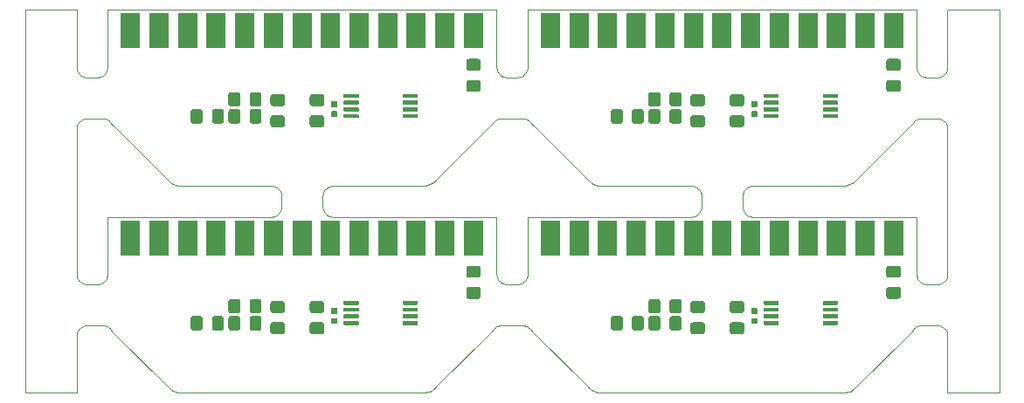
<source format=gbr>
G04 #@! TF.GenerationSoftware,KiCad,Pcbnew,5.1.5+dfsg1-2build2*
G04 #@! TF.CreationDate,2021-02-18T19:40:11-08:00*
G04 #@! TF.ProjectId,panel,70616e65-6c2e-46b6-9963-61645f706362,rev?*
G04 #@! TF.SameCoordinates,Original*
G04 #@! TF.FileFunction,Paste,Top*
G04 #@! TF.FilePolarity,Positive*
%FSLAX46Y46*%
G04 Gerber Fmt 4.6, Leading zero omitted, Abs format (unit mm)*
G04 Created by KiCad (PCBNEW 5.1.5+dfsg1-2build2) date 2021-02-18 19:40:11*
%MOMM*%
%LPD*%
G04 APERTURE LIST*
G04 #@! TA.AperFunction,Profile*
%ADD10C,0.100000*%
G04 #@! TD*
%ADD11C,0.350000*%
%ADD12R,1.846667X3.480000*%
G04 APERTURE END LIST*
D10*
X46999000Y-75634600D02*
X46999000Y-61533200D01*
X47003800Y-75731900D02*
X46999000Y-75634600D01*
X47018000Y-75828000D02*
X47003800Y-75731900D01*
X47041600Y-75922200D02*
X47018000Y-75828000D01*
X47074400Y-76013700D02*
X47041600Y-75922200D01*
X47115900Y-76101500D02*
X47074400Y-76013700D01*
X47165900Y-76184900D02*
X47115900Y-76101500D01*
X47223700Y-76262900D02*
X47165900Y-76184900D01*
X47289000Y-76334900D02*
X47223700Y-76262900D01*
X47361000Y-76400100D02*
X47289000Y-76334900D01*
X47439000Y-76458000D02*
X47361000Y-76400100D01*
X47522300Y-76508000D02*
X47439000Y-76458000D01*
X47610100Y-76549500D02*
X47522300Y-76508000D01*
X47701600Y-76582200D02*
X47610100Y-76549500D01*
X47795900Y-76605800D02*
X47701600Y-76582200D01*
X47892000Y-76620100D02*
X47795900Y-76605800D01*
X47989200Y-76624900D02*
X47892000Y-76620100D01*
X49009400Y-76624900D02*
X47989200Y-76624900D01*
X49106700Y-76620100D02*
X49009400Y-76624900D01*
X49202800Y-76605800D02*
X49106700Y-76620100D01*
X49297000Y-76582200D02*
X49202800Y-76605800D01*
X49388500Y-76549500D02*
X49297000Y-76582200D01*
X49476300Y-76508000D02*
X49388500Y-76549500D01*
X49559600Y-76458000D02*
X49476300Y-76508000D01*
X49637600Y-76400200D02*
X49559600Y-76458000D01*
X49709600Y-76334900D02*
X49637600Y-76400200D01*
X49774900Y-76263000D02*
X49709600Y-76334900D01*
X49832700Y-76185000D02*
X49774900Y-76263000D01*
X49882700Y-76101600D02*
X49832700Y-76185000D01*
X49924200Y-76013800D02*
X49882700Y-76101600D01*
X49957000Y-75922400D02*
X49924200Y-76013800D01*
X49980600Y-75828100D02*
X49957000Y-75922400D01*
X49994900Y-75732000D02*
X49980600Y-75828100D01*
X49999700Y-75634800D02*
X49994900Y-75732000D01*
X50000500Y-70096500D02*
X49999700Y-75634800D01*
X50002000Y-70088500D02*
X50000500Y-70096500D01*
X50007000Y-70084000D02*
X50002000Y-70088500D01*
X50014100Y-70082900D02*
X50007000Y-70084000D01*
X65860500Y-70082900D02*
X50014100Y-70082900D01*
X65957800Y-70078100D02*
X65860500Y-70082900D01*
X66053900Y-70063900D02*
X65957800Y-70078100D01*
X66148100Y-70040300D02*
X66053900Y-70063900D01*
X66239600Y-70007500D02*
X66148100Y-70040300D01*
X66327400Y-69966000D02*
X66239600Y-70007500D01*
X66410800Y-69916000D02*
X66327400Y-69966000D01*
X66488800Y-69858200D02*
X66410800Y-69916000D01*
X66560800Y-69792900D02*
X66488800Y-69858200D01*
X66626000Y-69720900D02*
X66560800Y-69792900D01*
X66683900Y-69642900D02*
X66626000Y-69720900D01*
X66733900Y-69559600D02*
X66683900Y-69642900D01*
X66775400Y-69471800D02*
X66733900Y-69559600D01*
X66808100Y-69380300D02*
X66775400Y-69471800D01*
X66831700Y-69286000D02*
X66808100Y-69380300D01*
X66846000Y-69189900D02*
X66831700Y-69286000D01*
X66850800Y-69092700D02*
X66846000Y-69189900D01*
X66850800Y-68072900D02*
X66850800Y-69092700D01*
X66846000Y-67975700D02*
X66850800Y-68072900D01*
X66831700Y-67879600D02*
X66846000Y-67975700D01*
X66808100Y-67785300D02*
X66831700Y-67879600D01*
X66775400Y-67693900D02*
X66808100Y-67785300D01*
X66733900Y-67606100D02*
X66775400Y-67693900D01*
X66683900Y-67522700D02*
X66733900Y-67606100D01*
X66626100Y-67444700D02*
X66683900Y-67522700D01*
X66560800Y-67372700D02*
X66626100Y-67444700D01*
X66488900Y-67307500D02*
X66560800Y-67372700D01*
X66410800Y-67249600D02*
X66488900Y-67307500D01*
X66327500Y-67199600D02*
X66410800Y-67249600D01*
X66239700Y-67158100D02*
X66327500Y-67199600D01*
X66148300Y-67125400D02*
X66239700Y-67158100D01*
X66054000Y-67101700D02*
X66148300Y-67125400D01*
X65957900Y-67087500D02*
X66054000Y-67101700D01*
X65860700Y-67082700D02*
X65957900Y-67087500D01*
X57246500Y-67081300D02*
X65860700Y-67082700D01*
X57036500Y-67069600D02*
X57246500Y-67081300D01*
X57008600Y-67066400D02*
X57036500Y-67069600D01*
X56801700Y-67030900D02*
X57008600Y-67066400D01*
X56599400Y-66973000D02*
X56801700Y-67030900D01*
X56572800Y-66963700D02*
X56599400Y-66973000D01*
X56379000Y-66883000D02*
X56572800Y-66963700D01*
X56182700Y-66774600D02*
X56379000Y-66883000D01*
X55999800Y-66644900D02*
X56182700Y-66774600D01*
X55832100Y-66495400D02*
X55999800Y-66644900D01*
X50589700Y-61255700D02*
X55832100Y-66495400D01*
X50453800Y-61105900D02*
X50589700Y-61255700D01*
X50333400Y-60943900D02*
X50453800Y-61105900D01*
X50274900Y-60872100D02*
X50333400Y-60943900D01*
X50210100Y-60806300D02*
X50274900Y-60872100D01*
X50139500Y-60746800D02*
X50210100Y-60806300D01*
X50063600Y-60694200D02*
X50139500Y-60746800D01*
X49983100Y-60648800D02*
X50063600Y-60694200D01*
X49898800Y-60611100D02*
X49983100Y-60648800D01*
X49811300Y-60581500D02*
X49898800Y-60611100D01*
X49721500Y-60560200D02*
X49811300Y-60581500D01*
X49630000Y-60547300D02*
X49721500Y-60560200D01*
X49537500Y-60543000D02*
X49630000Y-60547300D01*
X47989200Y-60543000D02*
X49537500Y-60543000D01*
X47892000Y-60547700D02*
X47989200Y-60543000D01*
X47795900Y-60562000D02*
X47892000Y-60547700D01*
X47701600Y-60585600D02*
X47795900Y-60562000D01*
X47610100Y-60618300D02*
X47701600Y-60585600D01*
X47522300Y-60659900D02*
X47610100Y-60618300D01*
X47439000Y-60709800D02*
X47522300Y-60659900D01*
X47361000Y-60767700D02*
X47439000Y-60709800D01*
X47289000Y-60832900D02*
X47361000Y-60767700D01*
X47223700Y-60904900D02*
X47289000Y-60832900D01*
X47165900Y-60982900D02*
X47223700Y-60904900D01*
X47115900Y-61066300D02*
X47165900Y-60982900D01*
X47074400Y-61154100D02*
X47115900Y-61066300D01*
X47041600Y-61245600D02*
X47074400Y-61154100D01*
X47018000Y-61339800D02*
X47041600Y-61245600D01*
X47003800Y-61435900D02*
X47018000Y-61339800D01*
X46999000Y-61533200D02*
X47003800Y-61435900D01*
X87255200Y-61092200D02*
X87359300Y-60950100D01*
X87107800Y-61254900D02*
X87255200Y-61092200D01*
X81868200Y-66494500D02*
X87107800Y-61254900D01*
X81727400Y-66622400D02*
X81868200Y-66494500D01*
X81708400Y-66638100D02*
X81727400Y-66622400D01*
X81560100Y-66747600D02*
X81708400Y-66638100D01*
X81391700Y-66848500D02*
X81560100Y-66747600D01*
X81214100Y-66932500D02*
X81391700Y-66848500D01*
X81041200Y-66994600D02*
X81214100Y-66932500D01*
X81017600Y-67001800D02*
X81041200Y-66994600D01*
X80839200Y-67046200D02*
X81017600Y-67001800D01*
X80657000Y-67073500D02*
X80839200Y-67046200D01*
X80632500Y-67075900D02*
X80657000Y-67073500D01*
X80448700Y-67084800D02*
X80632500Y-67075900D01*
X71843200Y-67083600D02*
X80448700Y-67084800D01*
X71745900Y-67088400D02*
X71843200Y-67083600D01*
X71649800Y-67102600D02*
X71745900Y-67088400D01*
X71555500Y-67126200D02*
X71649800Y-67102600D01*
X71464000Y-67158900D02*
X71555500Y-67126200D01*
X71376200Y-67200500D02*
X71464000Y-67158900D01*
X71292800Y-67250400D02*
X71376200Y-67200500D01*
X71214800Y-67308300D02*
X71292800Y-67250400D01*
X71142800Y-67373500D02*
X71214800Y-67308300D01*
X71077500Y-67445500D02*
X71142800Y-67373500D01*
X71019600Y-67523500D02*
X71077500Y-67445500D01*
X70969700Y-67606900D02*
X71019600Y-67523500D01*
X70928100Y-67694700D02*
X70969700Y-67606900D01*
X70895400Y-67786200D02*
X70928100Y-67694700D01*
X70871800Y-67880400D02*
X70895400Y-67786200D01*
X70857500Y-67976600D02*
X70871800Y-67880400D01*
X70852800Y-68073800D02*
X70857500Y-67976600D01*
X70852800Y-69092700D02*
X70852800Y-68073800D01*
X70857500Y-69189900D02*
X70852800Y-69092700D01*
X70871800Y-69286000D02*
X70857500Y-69189900D01*
X70895400Y-69380300D02*
X70871800Y-69286000D01*
X70928100Y-69471800D02*
X70895400Y-69380300D01*
X70969700Y-69559600D02*
X70928100Y-69471800D01*
X71019600Y-69642900D02*
X70969700Y-69559600D01*
X71077500Y-69720900D02*
X71019600Y-69642900D01*
X71142700Y-69792900D02*
X71077500Y-69720900D01*
X71214700Y-69858200D02*
X71142700Y-69792900D01*
X71292800Y-69916000D02*
X71214700Y-69858200D01*
X71376100Y-69966000D02*
X71292800Y-69916000D01*
X71463900Y-70007500D02*
X71376100Y-69966000D01*
X71555400Y-70040300D02*
X71463900Y-70007500D01*
X71649600Y-70063900D02*
X71555400Y-70040300D01*
X71745700Y-70078100D02*
X71649600Y-70063900D01*
X71843000Y-70082900D02*
X71745700Y-70078100D01*
X87686000Y-70082900D02*
X71843000Y-70082900D01*
X87693100Y-70084000D02*
X87686000Y-70082900D01*
X87698100Y-70088500D02*
X87693100Y-70084000D01*
X87699600Y-70096500D02*
X87698100Y-70088500D01*
X87702400Y-75635100D02*
X87699600Y-70096500D01*
X87707200Y-75732400D02*
X87702400Y-75635100D01*
X87721500Y-75828400D02*
X87707200Y-75732400D01*
X87745100Y-75922600D02*
X87721500Y-75828400D01*
X87777900Y-76014100D02*
X87745100Y-75922600D01*
X87819400Y-76101800D02*
X87777900Y-76014100D01*
X87869400Y-76185100D02*
X87819400Y-76101800D01*
X87927300Y-76263100D02*
X87869400Y-76185100D01*
X87992500Y-76335100D02*
X87927300Y-76263100D01*
X88064500Y-76400300D02*
X87992500Y-76335100D01*
X88142500Y-76458100D02*
X88064500Y-76400300D01*
X88225800Y-76508000D02*
X88142500Y-76458100D01*
X88313600Y-76549500D02*
X88225800Y-76508000D01*
X88405100Y-76582300D02*
X88313600Y-76549500D01*
X88499300Y-76605800D02*
X88405100Y-76582300D01*
X88595300Y-76620100D02*
X88499300Y-76605800D01*
X88692600Y-76624900D02*
X88595300Y-76620100D01*
X89712900Y-76624900D02*
X88692600Y-76624900D01*
X89810200Y-76620100D02*
X89712900Y-76624900D01*
X89906300Y-76605800D02*
X89810200Y-76620100D01*
X90000500Y-76582200D02*
X89906300Y-76605800D01*
X90092000Y-76549500D02*
X90000500Y-76582200D01*
X90179800Y-76508000D02*
X90092000Y-76549500D01*
X90263100Y-76458000D02*
X90179800Y-76508000D01*
X90341100Y-76400200D02*
X90263100Y-76458000D01*
X90413100Y-76334900D02*
X90341100Y-76400200D01*
X90478400Y-76263000D02*
X90413100Y-76334900D01*
X90536200Y-76185000D02*
X90478400Y-76263000D01*
X90586200Y-76101600D02*
X90536200Y-76185000D01*
X90627700Y-76013800D02*
X90586200Y-76101600D01*
X90660500Y-75922400D02*
X90627700Y-76013800D01*
X90684100Y-75828100D02*
X90660500Y-75922400D01*
X90698400Y-75732000D02*
X90684100Y-75828100D01*
X90703200Y-75634800D02*
X90698400Y-75732000D01*
X90704000Y-70096500D02*
X90703200Y-75634800D01*
X90705500Y-70088500D02*
X90704000Y-70096500D01*
X90710500Y-70084000D02*
X90705500Y-70088500D01*
X90717600Y-70082900D02*
X90710500Y-70084000D01*
X106564000Y-70082900D02*
X90717600Y-70082900D01*
X106661300Y-70078100D02*
X106564000Y-70082900D01*
X106757400Y-70063900D02*
X106661300Y-70078100D01*
X106851700Y-70040300D02*
X106757400Y-70063900D01*
X106943100Y-70007500D02*
X106851700Y-70040300D01*
X107031000Y-69966000D02*
X106943100Y-70007500D01*
X107114300Y-69916000D02*
X107031000Y-69966000D01*
X107192300Y-69858200D02*
X107114300Y-69916000D01*
X107264300Y-69792900D02*
X107192300Y-69858200D01*
X107329600Y-69720900D02*
X107264300Y-69792900D01*
X107387400Y-69642900D02*
X107329600Y-69720900D01*
X107437400Y-69559600D02*
X107387400Y-69642900D01*
X107478900Y-69471800D02*
X107437400Y-69559600D01*
X107511600Y-69380300D02*
X107478900Y-69471800D01*
X107535200Y-69286000D02*
X107511600Y-69380300D01*
X107549500Y-69189900D02*
X107535200Y-69286000D01*
X107554300Y-69092700D02*
X107549500Y-69189900D01*
X107554300Y-68072900D02*
X107554300Y-69092700D01*
X107549500Y-67975700D02*
X107554300Y-68072900D01*
X107535300Y-67879600D02*
X107549500Y-67975700D01*
X107511600Y-67785300D02*
X107535300Y-67879600D01*
X107478900Y-67693900D02*
X107511600Y-67785300D01*
X107437400Y-67606100D02*
X107478900Y-67693900D01*
X107387500Y-67522700D02*
X107437400Y-67606100D01*
X107329600Y-67444700D02*
X107387500Y-67522700D01*
X107264400Y-67372700D02*
X107329600Y-67444700D01*
X107192400Y-67307500D02*
X107264400Y-67372700D01*
X107114400Y-67249600D02*
X107192400Y-67307500D01*
X107031000Y-67199600D02*
X107114400Y-67249600D01*
X106943200Y-67158100D02*
X107031000Y-67199600D01*
X106851800Y-67125400D02*
X106943200Y-67158100D01*
X106757500Y-67101700D02*
X106851800Y-67125400D01*
X106661500Y-67087500D02*
X106757500Y-67101700D01*
X106564200Y-67082700D02*
X106661500Y-67087500D01*
X97950000Y-67081300D02*
X106564200Y-67082700D01*
X97740100Y-67069600D02*
X97950000Y-67081300D01*
X97712100Y-67066400D02*
X97740100Y-67069600D01*
X97504700Y-67030700D02*
X97712100Y-67066400D01*
X97302600Y-66972900D02*
X97504700Y-67030700D01*
X97276300Y-66963700D02*
X97302600Y-66972900D01*
X97082500Y-66883000D02*
X97276300Y-66963700D01*
X96886200Y-66774600D02*
X97082500Y-66883000D01*
X96703300Y-66644900D02*
X96886200Y-66774600D01*
X96535600Y-66495400D02*
X96703300Y-66644900D01*
X91293200Y-61255700D02*
X96535600Y-66495400D01*
X91157400Y-61105900D02*
X91293200Y-61255700D01*
X91036900Y-60943900D02*
X91157400Y-61105900D01*
X90978400Y-60872100D02*
X91036900Y-60943900D01*
X90913600Y-60806300D02*
X90978400Y-60872100D01*
X90843000Y-60746800D02*
X90913600Y-60806300D01*
X90767100Y-60694200D02*
X90843000Y-60746800D01*
X90686600Y-60648800D02*
X90767100Y-60694200D01*
X90602300Y-60611100D02*
X90686600Y-60648800D01*
X90514800Y-60581500D02*
X90602300Y-60611100D01*
X90425000Y-60560200D02*
X90514800Y-60581500D01*
X90333500Y-60547300D02*
X90425000Y-60560200D01*
X90241000Y-60543000D02*
X90333500Y-60547300D01*
X88159700Y-60543000D02*
X90241000Y-60543000D01*
X88066500Y-60547300D02*
X88159700Y-60543000D01*
X87974300Y-60560400D02*
X88066500Y-60547300D01*
X87883700Y-60582200D02*
X87974300Y-60560400D01*
X87795600Y-60612300D02*
X87883700Y-60582200D01*
X87710700Y-60650500D02*
X87795600Y-60612300D01*
X87629800Y-60696600D02*
X87710700Y-60650500D01*
X87553500Y-60750100D02*
X87629800Y-60696600D01*
X87482600Y-60810500D02*
X87553500Y-60750100D01*
X87417800Y-60877300D02*
X87482600Y-60810500D01*
X87359300Y-60950100D02*
X87417800Y-60877300D01*
X127958800Y-61092200D02*
X128062800Y-60950100D01*
X127811300Y-61254900D02*
X127958800Y-61092200D01*
X122571700Y-66494500D02*
X127811300Y-61254900D01*
X122431000Y-66622400D02*
X122571700Y-66494500D01*
X122411900Y-66638100D02*
X122431000Y-66622400D01*
X122263700Y-66747600D02*
X122411900Y-66638100D01*
X122095200Y-66848500D02*
X122263700Y-66747600D01*
X121917700Y-66932500D02*
X122095200Y-66848500D01*
X121744700Y-66994600D02*
X121917700Y-66932500D01*
X121721100Y-67001800D02*
X121744700Y-66994600D01*
X121542700Y-67046200D02*
X121721100Y-67001800D01*
X121360500Y-67073500D02*
X121542700Y-67046200D01*
X121336000Y-67075900D02*
X121360500Y-67073500D01*
X121152200Y-67084800D02*
X121336000Y-67075900D01*
X112546700Y-67083600D02*
X121152200Y-67084800D01*
X112449400Y-67088400D02*
X112546700Y-67083600D01*
X112353300Y-67102600D02*
X112449400Y-67088400D01*
X112259000Y-67126200D02*
X112353300Y-67102600D01*
X112167500Y-67158900D02*
X112259000Y-67126200D01*
X112079700Y-67200500D02*
X112167500Y-67158900D01*
X111996400Y-67250400D02*
X112079700Y-67200500D01*
X111918300Y-67308300D02*
X111996400Y-67250400D01*
X111846300Y-67373500D02*
X111918300Y-67308300D01*
X111781100Y-67445500D02*
X111846300Y-67373500D01*
X111723200Y-67523500D02*
X111781100Y-67445500D01*
X111673200Y-67606900D02*
X111723200Y-67523500D01*
X111631700Y-67694700D02*
X111673200Y-67606900D01*
X111598900Y-67786200D02*
X111631700Y-67694700D01*
X111575300Y-67880400D02*
X111598900Y-67786200D01*
X111561100Y-67976600D02*
X111575300Y-67880400D01*
X111556300Y-68073800D02*
X111561100Y-67976600D01*
X111556300Y-69092700D02*
X111556300Y-68073800D01*
X111561100Y-69189900D02*
X111556300Y-69092700D01*
X111575300Y-69286000D02*
X111561100Y-69189900D01*
X111598900Y-69380300D02*
X111575300Y-69286000D01*
X111631700Y-69471800D02*
X111598900Y-69380300D01*
X111673200Y-69559600D02*
X111631700Y-69471800D01*
X111723100Y-69642900D02*
X111673200Y-69559600D01*
X111781000Y-69720900D02*
X111723100Y-69642900D01*
X111846300Y-69792900D02*
X111781000Y-69720900D01*
X111918200Y-69858200D02*
X111846300Y-69792900D01*
X111996300Y-69916000D02*
X111918200Y-69858200D01*
X112079600Y-69966000D02*
X111996300Y-69916000D01*
X112167400Y-70007500D02*
X112079600Y-69966000D01*
X112258900Y-70040300D02*
X112167400Y-70007500D01*
X112353100Y-70063900D02*
X112258900Y-70040300D01*
X112449200Y-70078100D02*
X112353100Y-70063900D01*
X112546500Y-70082900D02*
X112449200Y-70078100D01*
X128389500Y-70082900D02*
X112546500Y-70082900D01*
X128396600Y-70084000D02*
X128389500Y-70082900D01*
X128401600Y-70088500D02*
X128396600Y-70084000D01*
X128403100Y-70096500D02*
X128401600Y-70088500D01*
X128405900Y-75635100D02*
X128403100Y-70096500D01*
X128410700Y-75732400D02*
X128405900Y-75635100D01*
X128425000Y-75828400D02*
X128410700Y-75732400D01*
X128448600Y-75922600D02*
X128425000Y-75828400D01*
X128481400Y-76014100D02*
X128448600Y-75922600D01*
X128522900Y-76101800D02*
X128481400Y-76014100D01*
X128572900Y-76185100D02*
X128522900Y-76101800D01*
X128630800Y-76263100D02*
X128572900Y-76185100D01*
X128696000Y-76335100D02*
X128630800Y-76263100D01*
X128768000Y-76400300D02*
X128696000Y-76335100D01*
X128846000Y-76458100D02*
X128768000Y-76400300D01*
X128929300Y-76508000D02*
X128846000Y-76458100D01*
X129017100Y-76549500D02*
X128929300Y-76508000D01*
X129108600Y-76582300D02*
X129017100Y-76549500D01*
X129202800Y-76605800D02*
X129108600Y-76582300D01*
X129298900Y-76620100D02*
X129202800Y-76605800D01*
X129396100Y-76624900D02*
X129298900Y-76620100D01*
X130416800Y-76624900D02*
X129396100Y-76624900D01*
X130514100Y-76620100D02*
X130416800Y-76624900D01*
X130610200Y-76605800D02*
X130514100Y-76620100D01*
X130704400Y-76582200D02*
X130610200Y-76605800D01*
X130795900Y-76549500D02*
X130704400Y-76582200D01*
X130883700Y-76508000D02*
X130795900Y-76549500D01*
X130967000Y-76458000D02*
X130883700Y-76508000D01*
X131045100Y-76400100D02*
X130967000Y-76458000D01*
X131117100Y-76334900D02*
X131045100Y-76400100D01*
X131182300Y-76262900D02*
X131117100Y-76334900D01*
X131240200Y-76184900D02*
X131182300Y-76262900D01*
X131290100Y-76101500D02*
X131240200Y-76184900D01*
X131331700Y-76013700D02*
X131290100Y-76101500D01*
X131364400Y-75922200D02*
X131331700Y-76013700D01*
X131388000Y-75828000D02*
X131364400Y-75922200D01*
X131402300Y-75731900D02*
X131388000Y-75828000D01*
X131407000Y-75634600D02*
X131402300Y-75731900D01*
X131407000Y-61533200D02*
X131407000Y-75634600D01*
X131402300Y-61435900D02*
X131407000Y-61533200D01*
X131388000Y-61339800D02*
X131402300Y-61435900D01*
X131364400Y-61245600D02*
X131388000Y-61339800D01*
X131331700Y-61154100D02*
X131364400Y-61245600D01*
X131290100Y-61066300D02*
X131331700Y-61154100D01*
X131240200Y-60982900D02*
X131290100Y-61066300D01*
X131182300Y-60904900D02*
X131240200Y-60982900D01*
X131117100Y-60832900D02*
X131182300Y-60904900D01*
X131045100Y-60767700D02*
X131117100Y-60832900D01*
X130967000Y-60709800D02*
X131045100Y-60767700D01*
X130883700Y-60659900D02*
X130967000Y-60709800D01*
X130795900Y-60618300D02*
X130883700Y-60659900D01*
X130704400Y-60585600D02*
X130795900Y-60618300D01*
X130610200Y-60562000D02*
X130704400Y-60585600D01*
X130514100Y-60547700D02*
X130610200Y-60562000D01*
X130416800Y-60543000D02*
X130514100Y-60547700D01*
X128863200Y-60543000D02*
X130416800Y-60543000D01*
X128770000Y-60547300D02*
X128863200Y-60543000D01*
X128677800Y-60560400D02*
X128770000Y-60547300D01*
X128587200Y-60582200D02*
X128677800Y-60560400D01*
X128499100Y-60612300D02*
X128587200Y-60582200D01*
X128414200Y-60650500D02*
X128499100Y-60612300D01*
X128333300Y-60696600D02*
X128414200Y-60650500D01*
X128257000Y-60750100D02*
X128333300Y-60696600D01*
X128186200Y-60810500D02*
X128257000Y-60750100D01*
X128121300Y-60877300D02*
X128186200Y-60810500D01*
X128062800Y-60950100D02*
X128121300Y-60877300D01*
X46974500Y-49999000D02*
X42010200Y-49999700D01*
X46989800Y-49999800D02*
X46974500Y-49999000D01*
X46995700Y-50003000D02*
X46989800Y-49999800D01*
X46998200Y-50008200D02*
X46995700Y-50003000D01*
X46999000Y-50023500D02*
X46998200Y-50008200D01*
X46999000Y-55550700D02*
X46999000Y-50023500D01*
X47003800Y-55648000D02*
X46999000Y-55550700D01*
X47018000Y-55744100D02*
X47003800Y-55648000D01*
X47041600Y-55838300D02*
X47018000Y-55744100D01*
X47074400Y-55929800D02*
X47041600Y-55838300D01*
X47115900Y-56017600D02*
X47074400Y-55929800D01*
X47165900Y-56101000D02*
X47115900Y-56017600D01*
X47223700Y-56179000D02*
X47165900Y-56101000D01*
X47289000Y-56251000D02*
X47223700Y-56179000D01*
X47361000Y-56316200D02*
X47289000Y-56251000D01*
X47439000Y-56374100D02*
X47361000Y-56316200D01*
X47522300Y-56424000D02*
X47439000Y-56374100D01*
X47610100Y-56465600D02*
X47522300Y-56424000D01*
X47701600Y-56498300D02*
X47610100Y-56465600D01*
X47795900Y-56521900D02*
X47701600Y-56498300D01*
X47892000Y-56536200D02*
X47795900Y-56521900D01*
X47989200Y-56541000D02*
X47892000Y-56536200D01*
X49009400Y-56541000D02*
X47989200Y-56541000D01*
X49106700Y-56536200D02*
X49009400Y-56541000D01*
X49202800Y-56521900D02*
X49106700Y-56536200D01*
X49297000Y-56498300D02*
X49202800Y-56521900D01*
X49388500Y-56465600D02*
X49297000Y-56498300D01*
X49476300Y-56424100D02*
X49388500Y-56465600D01*
X49559600Y-56374100D02*
X49476300Y-56424100D01*
X49637600Y-56316300D02*
X49559600Y-56374100D01*
X49709600Y-56251000D02*
X49637600Y-56316300D01*
X49774900Y-56179100D02*
X49709600Y-56251000D01*
X49832700Y-56101000D02*
X49774900Y-56179100D01*
X49882700Y-56017700D02*
X49832700Y-56101000D01*
X49924200Y-55929900D02*
X49882700Y-56017700D01*
X49957000Y-55838500D02*
X49924200Y-55929900D01*
X49980600Y-55744200D02*
X49957000Y-55838500D01*
X49994900Y-55648100D02*
X49980600Y-55744200D01*
X49999700Y-55550900D02*
X49994900Y-55648100D01*
X50000500Y-50012600D02*
X49999700Y-55550900D01*
X50001300Y-50006400D02*
X50000500Y-50012600D01*
X50003800Y-50002300D02*
X50001300Y-50006400D01*
X50007900Y-49999800D02*
X50003800Y-50002300D01*
X50013200Y-49999000D02*
X50007900Y-49999800D01*
X87691200Y-49999500D02*
X50013200Y-49999000D01*
X87697600Y-50003800D02*
X87691200Y-49999500D01*
X87699600Y-50012600D02*
X87697600Y-50003800D01*
X87702400Y-55551200D02*
X87699600Y-50012600D01*
X87707200Y-55648400D02*
X87702400Y-55551200D01*
X87721500Y-55744500D02*
X87707200Y-55648400D01*
X87745100Y-55838700D02*
X87721500Y-55744500D01*
X87777900Y-55930100D02*
X87745100Y-55838700D01*
X87819400Y-56017900D02*
X87777900Y-55930100D01*
X87869400Y-56101200D02*
X87819400Y-56017900D01*
X87927300Y-56179200D02*
X87869400Y-56101200D01*
X87992500Y-56251200D02*
X87927300Y-56179200D01*
X88064500Y-56316400D02*
X87992500Y-56251200D01*
X88142500Y-56374200D02*
X88064500Y-56316400D01*
X88225800Y-56424100D02*
X88142500Y-56374200D01*
X88313600Y-56465600D02*
X88225800Y-56424100D01*
X88405100Y-56498300D02*
X88313600Y-56465600D01*
X88499300Y-56521900D02*
X88405100Y-56498300D01*
X88595300Y-56536200D02*
X88499300Y-56521900D01*
X88692600Y-56541000D02*
X88595300Y-56536200D01*
X89712900Y-56541000D02*
X88692600Y-56541000D01*
X89810200Y-56536200D02*
X89712900Y-56541000D01*
X89906300Y-56521900D02*
X89810200Y-56536200D01*
X90000500Y-56498300D02*
X89906300Y-56521900D01*
X90092000Y-56465600D02*
X90000500Y-56498300D01*
X90179800Y-56424100D02*
X90092000Y-56465600D01*
X90263100Y-56374100D02*
X90179800Y-56424100D01*
X90341100Y-56316300D02*
X90263100Y-56374100D01*
X90413100Y-56251000D02*
X90341100Y-56316300D01*
X90478400Y-56179100D02*
X90413100Y-56251000D01*
X90536200Y-56101000D02*
X90478400Y-56179100D01*
X90586200Y-56017700D02*
X90536200Y-56101000D01*
X90627700Y-55929900D02*
X90586200Y-56017700D01*
X90660500Y-55838500D02*
X90627700Y-55929900D01*
X90684100Y-55744200D02*
X90660500Y-55838500D01*
X90698400Y-55648100D02*
X90684100Y-55744200D01*
X90703200Y-55550900D02*
X90698400Y-55648100D01*
X90704000Y-50012600D02*
X90703200Y-55550900D01*
X90706000Y-50003800D02*
X90704000Y-50012600D01*
X90713300Y-49999400D02*
X90706000Y-50003800D01*
X128394700Y-49999500D02*
X90713300Y-49999400D01*
X128401100Y-50003800D02*
X128394700Y-49999500D01*
X128403100Y-50012600D02*
X128401100Y-50003800D01*
X128405900Y-55551200D02*
X128403100Y-50012600D01*
X128410700Y-55648500D02*
X128405900Y-55551200D01*
X128425000Y-55744500D02*
X128410700Y-55648500D01*
X128448600Y-55838700D02*
X128425000Y-55744500D01*
X128481400Y-55930100D02*
X128448600Y-55838700D01*
X128522900Y-56017900D02*
X128481400Y-55930100D01*
X128572900Y-56101200D02*
X128522900Y-56017900D01*
X128630800Y-56179200D02*
X128572900Y-56101200D01*
X128696000Y-56251200D02*
X128630800Y-56179200D01*
X128768000Y-56316400D02*
X128696000Y-56251200D01*
X128846000Y-56374200D02*
X128768000Y-56316400D01*
X128929300Y-56424100D02*
X128846000Y-56374200D01*
X129017100Y-56465600D02*
X128929300Y-56424100D01*
X129108600Y-56498300D02*
X129017100Y-56465600D01*
X129202800Y-56521900D02*
X129108600Y-56498300D01*
X129298900Y-56536200D02*
X129202800Y-56521900D01*
X129396100Y-56541000D02*
X129298900Y-56536200D01*
X130416800Y-56541000D02*
X129396100Y-56541000D01*
X130514100Y-56536200D02*
X130416800Y-56541000D01*
X130610200Y-56521900D02*
X130514100Y-56536200D01*
X130704400Y-56498300D02*
X130610200Y-56521900D01*
X130795900Y-56465600D02*
X130704400Y-56498300D01*
X130883700Y-56424000D02*
X130795900Y-56465600D01*
X130967000Y-56374100D02*
X130883700Y-56424000D01*
X131045100Y-56316200D02*
X130967000Y-56374100D01*
X131117100Y-56251000D02*
X131045100Y-56316200D01*
X131182300Y-56179000D02*
X131117100Y-56251000D01*
X131240200Y-56101000D02*
X131182300Y-56179000D01*
X131290100Y-56017600D02*
X131240200Y-56101000D01*
X131331700Y-55929800D02*
X131290100Y-56017600D01*
X131364400Y-55838300D02*
X131331700Y-55929800D01*
X131388000Y-55744100D02*
X131364400Y-55838300D01*
X131402300Y-55648000D02*
X131388000Y-55744100D01*
X131407000Y-55550700D02*
X131402300Y-55648000D01*
X131407000Y-50023500D02*
X131407000Y-55550700D01*
X131407800Y-50008200D02*
X131407000Y-50023500D01*
X131411000Y-50002300D02*
X131407800Y-50008200D01*
X131416300Y-49999800D02*
X131411000Y-50002300D01*
X131431600Y-49999000D02*
X131416300Y-49999800D01*
X136383500Y-49999000D02*
X131431600Y-49999000D01*
X136400700Y-50000300D02*
X136383500Y-49999000D01*
X136406800Y-50006300D02*
X136400700Y-50000300D01*
X136408000Y-50023500D02*
X136406800Y-50006300D01*
X136408000Y-87144300D02*
X136408000Y-50023500D01*
X136406800Y-87161500D02*
X136408000Y-87144300D01*
X136400700Y-87167500D02*
X136406800Y-87161500D01*
X136383500Y-87168800D02*
X136400700Y-87167500D01*
X131431600Y-87168800D02*
X136383500Y-87168800D01*
X131416300Y-87168000D02*
X131431600Y-87168800D01*
X131410300Y-87164800D02*
X131416300Y-87168000D01*
X131407800Y-87159600D02*
X131410300Y-87164800D01*
X131407000Y-87144300D02*
X131407800Y-87159600D01*
X131407000Y-81617100D02*
X131407000Y-87144300D01*
X131402300Y-81519800D02*
X131407000Y-81617100D01*
X131388000Y-81423700D02*
X131402300Y-81519800D01*
X131364400Y-81329500D02*
X131388000Y-81423700D01*
X131331700Y-81238000D02*
X131364400Y-81329500D01*
X131290100Y-81150200D02*
X131331700Y-81238000D01*
X131240200Y-81066900D02*
X131290100Y-81150200D01*
X131182300Y-80988800D02*
X131240200Y-81066900D01*
X131117100Y-80916800D02*
X131182300Y-80988800D01*
X131045100Y-80851600D02*
X131117100Y-80916800D01*
X130967000Y-80793700D02*
X131045100Y-80851600D01*
X130883700Y-80743800D02*
X130967000Y-80793700D01*
X130795900Y-80702200D02*
X130883700Y-80743800D01*
X130704400Y-80669500D02*
X130795900Y-80702200D01*
X130610200Y-80645900D02*
X130704400Y-80669500D01*
X130514100Y-80631600D02*
X130610200Y-80645900D01*
X130416800Y-80626900D02*
X130514100Y-80631600D01*
X128863200Y-80626900D02*
X130416800Y-80626900D01*
X128770000Y-80631300D02*
X128863200Y-80626900D01*
X128677800Y-80644400D02*
X128770000Y-80631300D01*
X128587200Y-80666100D02*
X128677800Y-80644400D01*
X128499100Y-80696200D02*
X128587200Y-80666100D01*
X128414200Y-80734400D02*
X128499100Y-80696200D01*
X128333300Y-80780500D02*
X128414200Y-80734400D01*
X128257000Y-80834000D02*
X128333300Y-80780500D01*
X128186200Y-80894400D02*
X128257000Y-80834000D01*
X128121300Y-80961200D02*
X128186200Y-80894400D01*
X128062800Y-81034000D02*
X128121300Y-80961200D01*
X127958800Y-81176100D02*
X128062800Y-81034000D01*
X127811300Y-81338800D02*
X127958800Y-81176100D01*
X122571700Y-86578400D02*
X127811300Y-81338800D01*
X122431000Y-86706300D02*
X122571700Y-86578400D01*
X122411900Y-86722000D02*
X122431000Y-86706300D01*
X122274000Y-86824300D02*
X122411900Y-86722000D01*
X122253500Y-86838000D02*
X122274000Y-86824300D01*
X122095200Y-86932400D02*
X122253500Y-86838000D01*
X121929200Y-87011300D02*
X122095200Y-86932400D01*
X121906400Y-87020700D02*
X121929200Y-87011300D01*
X121732800Y-87082500D02*
X121906400Y-87020700D01*
X121542300Y-87130200D02*
X121732800Y-87082500D01*
X121348000Y-87158900D02*
X121542300Y-87130200D01*
X121146000Y-87168800D02*
X121348000Y-87158900D01*
X97956900Y-87165300D02*
X121146000Y-87168800D01*
X97726300Y-87152300D02*
X97956900Y-87165300D01*
X97518500Y-87117400D02*
X97726300Y-87152300D01*
X97491300Y-87111200D02*
X97518500Y-87117400D01*
X97289200Y-87052500D02*
X97491300Y-87111200D01*
X97095200Y-86972600D02*
X97289200Y-87052500D01*
X97069800Y-86960400D02*
X97095200Y-86972600D01*
X96886200Y-86858500D02*
X97069800Y-86960400D01*
X96714400Y-86737100D02*
X96886200Y-86858500D01*
X96692400Y-86719600D02*
X96714400Y-86737100D01*
X96535800Y-86579500D02*
X96692400Y-86719600D01*
X91293200Y-81339600D02*
X96535800Y-86579500D01*
X91157400Y-81189800D02*
X91293200Y-81339600D01*
X91036900Y-81027800D02*
X91157400Y-81189800D01*
X90978400Y-80956000D02*
X91036900Y-81027800D01*
X90913600Y-80890200D02*
X90978400Y-80956000D01*
X90843000Y-80830700D02*
X90913600Y-80890200D01*
X90767100Y-80778100D02*
X90843000Y-80830700D01*
X90686600Y-80732700D02*
X90767100Y-80778100D01*
X90602300Y-80695100D02*
X90686600Y-80732700D01*
X90514800Y-80665400D02*
X90602300Y-80695100D01*
X90425000Y-80644100D02*
X90514800Y-80665400D01*
X90333500Y-80631200D02*
X90425000Y-80644100D01*
X90241000Y-80626900D02*
X90333500Y-80631200D01*
X88159700Y-80626900D02*
X90241000Y-80626900D01*
X88066500Y-80631300D02*
X88159700Y-80626900D01*
X87974300Y-80644400D02*
X88066500Y-80631300D01*
X87883700Y-80666100D02*
X87974300Y-80644400D01*
X87795600Y-80696200D02*
X87883700Y-80666100D01*
X87710700Y-80734400D02*
X87795600Y-80696200D01*
X87629800Y-80780500D02*
X87710700Y-80734400D01*
X87553500Y-80834000D02*
X87629800Y-80780500D01*
X87482600Y-80894400D02*
X87553500Y-80834000D01*
X87417800Y-80961200D02*
X87482600Y-80894400D01*
X87359300Y-81034000D02*
X87417800Y-80961200D01*
X87255200Y-81176100D02*
X87359300Y-81034000D01*
X87107800Y-81338800D02*
X87255200Y-81176100D01*
X81868200Y-86578400D02*
X87107800Y-81338800D01*
X81718300Y-86714300D02*
X81868200Y-86578400D01*
X81560500Y-86831200D02*
X81718300Y-86714300D01*
X81392100Y-86932200D02*
X81560500Y-86831200D01*
X81214600Y-87016200D02*
X81392100Y-86932200D01*
X81041200Y-87078500D02*
X81214600Y-87016200D01*
X81017600Y-87085700D02*
X81041200Y-87078500D01*
X80851000Y-87127400D02*
X81017600Y-87085700D01*
X80826900Y-87132200D02*
X80851000Y-87127400D01*
X80644500Y-87158900D02*
X80826900Y-87132200D01*
X80442500Y-87168800D02*
X80644500Y-87158900D01*
X57253400Y-87165300D02*
X80442500Y-87168800D01*
X57022800Y-87152300D02*
X57253400Y-87165300D01*
X56801700Y-87114800D02*
X57022800Y-87152300D01*
X56585700Y-87052500D02*
X56801700Y-87114800D01*
X56391600Y-86972600D02*
X56585700Y-87052500D01*
X56366300Y-86960400D02*
X56391600Y-86972600D01*
X56182700Y-86858500D02*
X56366300Y-86960400D01*
X56010900Y-86737100D02*
X56182700Y-86858500D01*
X55988900Y-86719600D02*
X56010900Y-86737100D01*
X55832300Y-86579500D02*
X55988900Y-86719600D01*
X50589800Y-81339700D02*
X55832300Y-86579500D01*
X50453500Y-81189400D02*
X50589800Y-81339700D01*
X50338400Y-81034800D02*
X50453500Y-81189400D01*
X50288900Y-80972000D02*
X50338400Y-81034800D01*
X50223800Y-80903100D02*
X50288900Y-80972000D01*
X50152500Y-80840800D02*
X50223800Y-80903100D01*
X50075500Y-80785700D02*
X50152500Y-80840800D01*
X49993600Y-80738100D02*
X50075500Y-80785700D01*
X49907500Y-80698500D02*
X49993600Y-80738100D01*
X49818100Y-80667400D02*
X49907500Y-80698500D01*
X49726100Y-80645000D02*
X49818100Y-80667400D01*
X49632400Y-80631400D02*
X49726100Y-80645000D01*
X49537500Y-80626900D02*
X49632400Y-80631400D01*
X47989200Y-80626900D02*
X49537500Y-80626900D01*
X47892000Y-80631600D02*
X47989200Y-80626900D01*
X47795900Y-80645900D02*
X47892000Y-80631600D01*
X47701600Y-80669500D02*
X47795900Y-80645900D01*
X47610100Y-80702200D02*
X47701600Y-80669500D01*
X47522300Y-80743800D02*
X47610100Y-80702200D01*
X47439000Y-80793700D02*
X47522300Y-80743800D01*
X47361000Y-80851600D02*
X47439000Y-80793700D01*
X47289000Y-80916800D02*
X47361000Y-80851600D01*
X47223700Y-80988800D02*
X47289000Y-80916800D01*
X47165900Y-81066900D02*
X47223700Y-80988800D01*
X47115900Y-81150200D02*
X47165900Y-81066900D01*
X47074400Y-81238000D02*
X47115900Y-81150200D01*
X47041600Y-81329500D02*
X47074400Y-81238000D01*
X47018000Y-81423700D02*
X47041600Y-81329500D01*
X47003800Y-81519800D02*
X47018000Y-81423700D01*
X46999000Y-81617100D02*
X47003800Y-81519800D01*
X46999000Y-87144300D02*
X46999000Y-81617100D01*
X46998200Y-87159600D02*
X46999000Y-87144300D01*
X46995700Y-87164800D02*
X46998200Y-87159600D01*
X46989800Y-87168000D02*
X46995700Y-87164800D01*
X46974500Y-87168800D02*
X46989800Y-87168000D01*
X42024500Y-87168800D02*
X46974500Y-87168800D01*
X42007300Y-87167500D02*
X42024500Y-87168800D01*
X42001300Y-87161500D02*
X42007300Y-87167500D01*
X42000000Y-87144300D02*
X42001300Y-87161500D01*
X42000000Y-50023500D02*
X42000000Y-87144300D01*
X42001600Y-50005400D02*
X42000000Y-50023500D01*
X42004700Y-50001600D02*
X42001600Y-50005400D01*
X42010200Y-49999700D02*
X42004700Y-50001600D01*
D11*
G04 #@! TO.C,U1*
G36*
X120687924Y-80183393D02*
G01*
X120697631Y-80184832D01*
X120707150Y-80187217D01*
X120716390Y-80190523D01*
X120725262Y-80194719D01*
X120733679Y-80199764D01*
X120741561Y-80205610D01*
X120748833Y-80212200D01*
X120755423Y-80219472D01*
X120761269Y-80227354D01*
X120766314Y-80235771D01*
X120770510Y-80244643D01*
X120773816Y-80253883D01*
X120776201Y-80263402D01*
X120777640Y-80273109D01*
X120778122Y-80282911D01*
X120778122Y-80482911D01*
X120777640Y-80492713D01*
X120776201Y-80502420D01*
X120773816Y-80511939D01*
X120770510Y-80521179D01*
X120766314Y-80530051D01*
X120761269Y-80538468D01*
X120755423Y-80546350D01*
X120748833Y-80553622D01*
X120741561Y-80560212D01*
X120733679Y-80566058D01*
X120725262Y-80571103D01*
X120716390Y-80575299D01*
X120707150Y-80578605D01*
X120697631Y-80580990D01*
X120687924Y-80582429D01*
X120678122Y-80582911D01*
X119403122Y-80582911D01*
X119393320Y-80582429D01*
X119383613Y-80580990D01*
X119374094Y-80578605D01*
X119364854Y-80575299D01*
X119355982Y-80571103D01*
X119347565Y-80566058D01*
X119339683Y-80560212D01*
X119332411Y-80553622D01*
X119325821Y-80546350D01*
X119319975Y-80538468D01*
X119314930Y-80530051D01*
X119310734Y-80521179D01*
X119307428Y-80511939D01*
X119305043Y-80502420D01*
X119303604Y-80492713D01*
X119303122Y-80482911D01*
X119303122Y-80282911D01*
X119303604Y-80273109D01*
X119305043Y-80263402D01*
X119307428Y-80253883D01*
X119310734Y-80244643D01*
X119314930Y-80235771D01*
X119319975Y-80227354D01*
X119325821Y-80219472D01*
X119332411Y-80212200D01*
X119339683Y-80205610D01*
X119347565Y-80199764D01*
X119355982Y-80194719D01*
X119364854Y-80190523D01*
X119374094Y-80187217D01*
X119383613Y-80184832D01*
X119393320Y-80183393D01*
X119403122Y-80182911D01*
X120678122Y-80182911D01*
X120687924Y-80183393D01*
G37*
G36*
X120687924Y-79533393D02*
G01*
X120697631Y-79534832D01*
X120707150Y-79537217D01*
X120716390Y-79540523D01*
X120725262Y-79544719D01*
X120733679Y-79549764D01*
X120741561Y-79555610D01*
X120748833Y-79562200D01*
X120755423Y-79569472D01*
X120761269Y-79577354D01*
X120766314Y-79585771D01*
X120770510Y-79594643D01*
X120773816Y-79603883D01*
X120776201Y-79613402D01*
X120777640Y-79623109D01*
X120778122Y-79632911D01*
X120778122Y-79832911D01*
X120777640Y-79842713D01*
X120776201Y-79852420D01*
X120773816Y-79861939D01*
X120770510Y-79871179D01*
X120766314Y-79880051D01*
X120761269Y-79888468D01*
X120755423Y-79896350D01*
X120748833Y-79903622D01*
X120741561Y-79910212D01*
X120733679Y-79916058D01*
X120725262Y-79921103D01*
X120716390Y-79925299D01*
X120707150Y-79928605D01*
X120697631Y-79930990D01*
X120687924Y-79932429D01*
X120678122Y-79932911D01*
X119403122Y-79932911D01*
X119393320Y-79932429D01*
X119383613Y-79930990D01*
X119374094Y-79928605D01*
X119364854Y-79925299D01*
X119355982Y-79921103D01*
X119347565Y-79916058D01*
X119339683Y-79910212D01*
X119332411Y-79903622D01*
X119325821Y-79896350D01*
X119319975Y-79888468D01*
X119314930Y-79880051D01*
X119310734Y-79871179D01*
X119307428Y-79861939D01*
X119305043Y-79852420D01*
X119303604Y-79842713D01*
X119303122Y-79832911D01*
X119303122Y-79632911D01*
X119303604Y-79623109D01*
X119305043Y-79613402D01*
X119307428Y-79603883D01*
X119310734Y-79594643D01*
X119314930Y-79585771D01*
X119319975Y-79577354D01*
X119325821Y-79569472D01*
X119332411Y-79562200D01*
X119339683Y-79555610D01*
X119347565Y-79549764D01*
X119355982Y-79544719D01*
X119364854Y-79540523D01*
X119374094Y-79537217D01*
X119383613Y-79534832D01*
X119393320Y-79533393D01*
X119403122Y-79532911D01*
X120678122Y-79532911D01*
X120687924Y-79533393D01*
G37*
G36*
X120687924Y-78883393D02*
G01*
X120697631Y-78884832D01*
X120707150Y-78887217D01*
X120716390Y-78890523D01*
X120725262Y-78894719D01*
X120733679Y-78899764D01*
X120741561Y-78905610D01*
X120748833Y-78912200D01*
X120755423Y-78919472D01*
X120761269Y-78927354D01*
X120766314Y-78935771D01*
X120770510Y-78944643D01*
X120773816Y-78953883D01*
X120776201Y-78963402D01*
X120777640Y-78973109D01*
X120778122Y-78982911D01*
X120778122Y-79182911D01*
X120777640Y-79192713D01*
X120776201Y-79202420D01*
X120773816Y-79211939D01*
X120770510Y-79221179D01*
X120766314Y-79230051D01*
X120761269Y-79238468D01*
X120755423Y-79246350D01*
X120748833Y-79253622D01*
X120741561Y-79260212D01*
X120733679Y-79266058D01*
X120725262Y-79271103D01*
X120716390Y-79275299D01*
X120707150Y-79278605D01*
X120697631Y-79280990D01*
X120687924Y-79282429D01*
X120678122Y-79282911D01*
X119403122Y-79282911D01*
X119393320Y-79282429D01*
X119383613Y-79280990D01*
X119374094Y-79278605D01*
X119364854Y-79275299D01*
X119355982Y-79271103D01*
X119347565Y-79266058D01*
X119339683Y-79260212D01*
X119332411Y-79253622D01*
X119325821Y-79246350D01*
X119319975Y-79238468D01*
X119314930Y-79230051D01*
X119310734Y-79221179D01*
X119307428Y-79211939D01*
X119305043Y-79202420D01*
X119303604Y-79192713D01*
X119303122Y-79182911D01*
X119303122Y-78982911D01*
X119303604Y-78973109D01*
X119305043Y-78963402D01*
X119307428Y-78953883D01*
X119310734Y-78944643D01*
X119314930Y-78935771D01*
X119319975Y-78927354D01*
X119325821Y-78919472D01*
X119332411Y-78912200D01*
X119339683Y-78905610D01*
X119347565Y-78899764D01*
X119355982Y-78894719D01*
X119364854Y-78890523D01*
X119374094Y-78887217D01*
X119383613Y-78884832D01*
X119393320Y-78883393D01*
X119403122Y-78882911D01*
X120678122Y-78882911D01*
X120687924Y-78883393D01*
G37*
G36*
X120687924Y-78233393D02*
G01*
X120697631Y-78234832D01*
X120707150Y-78237217D01*
X120716390Y-78240523D01*
X120725262Y-78244719D01*
X120733679Y-78249764D01*
X120741561Y-78255610D01*
X120748833Y-78262200D01*
X120755423Y-78269472D01*
X120761269Y-78277354D01*
X120766314Y-78285771D01*
X120770510Y-78294643D01*
X120773816Y-78303883D01*
X120776201Y-78313402D01*
X120777640Y-78323109D01*
X120778122Y-78332911D01*
X120778122Y-78532911D01*
X120777640Y-78542713D01*
X120776201Y-78552420D01*
X120773816Y-78561939D01*
X120770510Y-78571179D01*
X120766314Y-78580051D01*
X120761269Y-78588468D01*
X120755423Y-78596350D01*
X120748833Y-78603622D01*
X120741561Y-78610212D01*
X120733679Y-78616058D01*
X120725262Y-78621103D01*
X120716390Y-78625299D01*
X120707150Y-78628605D01*
X120697631Y-78630990D01*
X120687924Y-78632429D01*
X120678122Y-78632911D01*
X119403122Y-78632911D01*
X119393320Y-78632429D01*
X119383613Y-78630990D01*
X119374094Y-78628605D01*
X119364854Y-78625299D01*
X119355982Y-78621103D01*
X119347565Y-78616058D01*
X119339683Y-78610212D01*
X119332411Y-78603622D01*
X119325821Y-78596350D01*
X119319975Y-78588468D01*
X119314930Y-78580051D01*
X119310734Y-78571179D01*
X119307428Y-78561939D01*
X119305043Y-78552420D01*
X119303604Y-78542713D01*
X119303122Y-78532911D01*
X119303122Y-78332911D01*
X119303604Y-78323109D01*
X119305043Y-78313402D01*
X119307428Y-78303883D01*
X119310734Y-78294643D01*
X119314930Y-78285771D01*
X119319975Y-78277354D01*
X119325821Y-78269472D01*
X119332411Y-78262200D01*
X119339683Y-78255610D01*
X119347565Y-78249764D01*
X119355982Y-78244719D01*
X119364854Y-78240523D01*
X119374094Y-78237217D01*
X119383613Y-78234832D01*
X119393320Y-78233393D01*
X119403122Y-78232911D01*
X120678122Y-78232911D01*
X120687924Y-78233393D01*
G37*
G36*
X114962924Y-78233393D02*
G01*
X114972631Y-78234832D01*
X114982150Y-78237217D01*
X114991390Y-78240523D01*
X115000262Y-78244719D01*
X115008679Y-78249764D01*
X115016561Y-78255610D01*
X115023833Y-78262200D01*
X115030423Y-78269472D01*
X115036269Y-78277354D01*
X115041314Y-78285771D01*
X115045510Y-78294643D01*
X115048816Y-78303883D01*
X115051201Y-78313402D01*
X115052640Y-78323109D01*
X115053122Y-78332911D01*
X115053122Y-78532911D01*
X115052640Y-78542713D01*
X115051201Y-78552420D01*
X115048816Y-78561939D01*
X115045510Y-78571179D01*
X115041314Y-78580051D01*
X115036269Y-78588468D01*
X115030423Y-78596350D01*
X115023833Y-78603622D01*
X115016561Y-78610212D01*
X115008679Y-78616058D01*
X115000262Y-78621103D01*
X114991390Y-78625299D01*
X114982150Y-78628605D01*
X114972631Y-78630990D01*
X114962924Y-78632429D01*
X114953122Y-78632911D01*
X113678122Y-78632911D01*
X113668320Y-78632429D01*
X113658613Y-78630990D01*
X113649094Y-78628605D01*
X113639854Y-78625299D01*
X113630982Y-78621103D01*
X113622565Y-78616058D01*
X113614683Y-78610212D01*
X113607411Y-78603622D01*
X113600821Y-78596350D01*
X113594975Y-78588468D01*
X113589930Y-78580051D01*
X113585734Y-78571179D01*
X113582428Y-78561939D01*
X113580043Y-78552420D01*
X113578604Y-78542713D01*
X113578122Y-78532911D01*
X113578122Y-78332911D01*
X113578604Y-78323109D01*
X113580043Y-78313402D01*
X113582428Y-78303883D01*
X113585734Y-78294643D01*
X113589930Y-78285771D01*
X113594975Y-78277354D01*
X113600821Y-78269472D01*
X113607411Y-78262200D01*
X113614683Y-78255610D01*
X113622565Y-78249764D01*
X113630982Y-78244719D01*
X113639854Y-78240523D01*
X113649094Y-78237217D01*
X113658613Y-78234832D01*
X113668320Y-78233393D01*
X113678122Y-78232911D01*
X114953122Y-78232911D01*
X114962924Y-78233393D01*
G37*
G36*
X114962924Y-78883393D02*
G01*
X114972631Y-78884832D01*
X114982150Y-78887217D01*
X114991390Y-78890523D01*
X115000262Y-78894719D01*
X115008679Y-78899764D01*
X115016561Y-78905610D01*
X115023833Y-78912200D01*
X115030423Y-78919472D01*
X115036269Y-78927354D01*
X115041314Y-78935771D01*
X115045510Y-78944643D01*
X115048816Y-78953883D01*
X115051201Y-78963402D01*
X115052640Y-78973109D01*
X115053122Y-78982911D01*
X115053122Y-79182911D01*
X115052640Y-79192713D01*
X115051201Y-79202420D01*
X115048816Y-79211939D01*
X115045510Y-79221179D01*
X115041314Y-79230051D01*
X115036269Y-79238468D01*
X115030423Y-79246350D01*
X115023833Y-79253622D01*
X115016561Y-79260212D01*
X115008679Y-79266058D01*
X115000262Y-79271103D01*
X114991390Y-79275299D01*
X114982150Y-79278605D01*
X114972631Y-79280990D01*
X114962924Y-79282429D01*
X114953122Y-79282911D01*
X113678122Y-79282911D01*
X113668320Y-79282429D01*
X113658613Y-79280990D01*
X113649094Y-79278605D01*
X113639854Y-79275299D01*
X113630982Y-79271103D01*
X113622565Y-79266058D01*
X113614683Y-79260212D01*
X113607411Y-79253622D01*
X113600821Y-79246350D01*
X113594975Y-79238468D01*
X113589930Y-79230051D01*
X113585734Y-79221179D01*
X113582428Y-79211939D01*
X113580043Y-79202420D01*
X113578604Y-79192713D01*
X113578122Y-79182911D01*
X113578122Y-78982911D01*
X113578604Y-78973109D01*
X113580043Y-78963402D01*
X113582428Y-78953883D01*
X113585734Y-78944643D01*
X113589930Y-78935771D01*
X113594975Y-78927354D01*
X113600821Y-78919472D01*
X113607411Y-78912200D01*
X113614683Y-78905610D01*
X113622565Y-78899764D01*
X113630982Y-78894719D01*
X113639854Y-78890523D01*
X113649094Y-78887217D01*
X113658613Y-78884832D01*
X113668320Y-78883393D01*
X113678122Y-78882911D01*
X114953122Y-78882911D01*
X114962924Y-78883393D01*
G37*
G36*
X114962924Y-79533393D02*
G01*
X114972631Y-79534832D01*
X114982150Y-79537217D01*
X114991390Y-79540523D01*
X115000262Y-79544719D01*
X115008679Y-79549764D01*
X115016561Y-79555610D01*
X115023833Y-79562200D01*
X115030423Y-79569472D01*
X115036269Y-79577354D01*
X115041314Y-79585771D01*
X115045510Y-79594643D01*
X115048816Y-79603883D01*
X115051201Y-79613402D01*
X115052640Y-79623109D01*
X115053122Y-79632911D01*
X115053122Y-79832911D01*
X115052640Y-79842713D01*
X115051201Y-79852420D01*
X115048816Y-79861939D01*
X115045510Y-79871179D01*
X115041314Y-79880051D01*
X115036269Y-79888468D01*
X115030423Y-79896350D01*
X115023833Y-79903622D01*
X115016561Y-79910212D01*
X115008679Y-79916058D01*
X115000262Y-79921103D01*
X114991390Y-79925299D01*
X114982150Y-79928605D01*
X114972631Y-79930990D01*
X114962924Y-79932429D01*
X114953122Y-79932911D01*
X113678122Y-79932911D01*
X113668320Y-79932429D01*
X113658613Y-79930990D01*
X113649094Y-79928605D01*
X113639854Y-79925299D01*
X113630982Y-79921103D01*
X113622565Y-79916058D01*
X113614683Y-79910212D01*
X113607411Y-79903622D01*
X113600821Y-79896350D01*
X113594975Y-79888468D01*
X113589930Y-79880051D01*
X113585734Y-79871179D01*
X113582428Y-79861939D01*
X113580043Y-79852420D01*
X113578604Y-79842713D01*
X113578122Y-79832911D01*
X113578122Y-79632911D01*
X113578604Y-79623109D01*
X113580043Y-79613402D01*
X113582428Y-79603883D01*
X113585734Y-79594643D01*
X113589930Y-79585771D01*
X113594975Y-79577354D01*
X113600821Y-79569472D01*
X113607411Y-79562200D01*
X113614683Y-79555610D01*
X113622565Y-79549764D01*
X113630982Y-79544719D01*
X113639854Y-79540523D01*
X113649094Y-79537217D01*
X113658613Y-79534832D01*
X113668320Y-79533393D01*
X113678122Y-79532911D01*
X114953122Y-79532911D01*
X114962924Y-79533393D01*
G37*
G36*
X114962924Y-80183393D02*
G01*
X114972631Y-80184832D01*
X114982150Y-80187217D01*
X114991390Y-80190523D01*
X115000262Y-80194719D01*
X115008679Y-80199764D01*
X115016561Y-80205610D01*
X115023833Y-80212200D01*
X115030423Y-80219472D01*
X115036269Y-80227354D01*
X115041314Y-80235771D01*
X115045510Y-80244643D01*
X115048816Y-80253883D01*
X115051201Y-80263402D01*
X115052640Y-80273109D01*
X115053122Y-80282911D01*
X115053122Y-80482911D01*
X115052640Y-80492713D01*
X115051201Y-80502420D01*
X115048816Y-80511939D01*
X115045510Y-80521179D01*
X115041314Y-80530051D01*
X115036269Y-80538468D01*
X115030423Y-80546350D01*
X115023833Y-80553622D01*
X115016561Y-80560212D01*
X115008679Y-80566058D01*
X115000262Y-80571103D01*
X114991390Y-80575299D01*
X114982150Y-80578605D01*
X114972631Y-80580990D01*
X114962924Y-80582429D01*
X114953122Y-80582911D01*
X113678122Y-80582911D01*
X113668320Y-80582429D01*
X113658613Y-80580990D01*
X113649094Y-80578605D01*
X113639854Y-80575299D01*
X113630982Y-80571103D01*
X113622565Y-80566058D01*
X113614683Y-80560212D01*
X113607411Y-80553622D01*
X113600821Y-80546350D01*
X113594975Y-80538468D01*
X113589930Y-80530051D01*
X113585734Y-80521179D01*
X113582428Y-80511939D01*
X113580043Y-80502420D01*
X113578604Y-80492713D01*
X113578122Y-80482911D01*
X113578122Y-80282911D01*
X113578604Y-80273109D01*
X113580043Y-80263402D01*
X113582428Y-80253883D01*
X113585734Y-80244643D01*
X113589930Y-80235771D01*
X113594975Y-80227354D01*
X113600821Y-80219472D01*
X113607411Y-80212200D01*
X113614683Y-80205610D01*
X113622565Y-80199764D01*
X113630982Y-80194719D01*
X113639854Y-80190523D01*
X113649094Y-80187217D01*
X113658613Y-80184832D01*
X113668320Y-80183393D01*
X113678122Y-80182911D01*
X114953122Y-80182911D01*
X114962924Y-80183393D01*
G37*
G04 #@! TD*
G04 #@! TO.C,C1*
G36*
X112865080Y-78928621D02*
G01*
X112879398Y-78930745D01*
X112893439Y-78934262D01*
X112907068Y-78939139D01*
X112920153Y-78945328D01*
X112932569Y-78952769D01*
X112944195Y-78961392D01*
X112954920Y-78971113D01*
X112964641Y-78981838D01*
X112973264Y-78993464D01*
X112980705Y-79005880D01*
X112986894Y-79018965D01*
X112991771Y-79032594D01*
X112995288Y-79046635D01*
X112997412Y-79060953D01*
X112998122Y-79075411D01*
X112998122Y-79370411D01*
X112997412Y-79384869D01*
X112995288Y-79399187D01*
X112991771Y-79413228D01*
X112986894Y-79426857D01*
X112980705Y-79439942D01*
X112973264Y-79452358D01*
X112964641Y-79463984D01*
X112954920Y-79474709D01*
X112944195Y-79484430D01*
X112932569Y-79493053D01*
X112920153Y-79500494D01*
X112907068Y-79506683D01*
X112893439Y-79511560D01*
X112879398Y-79515077D01*
X112865080Y-79517201D01*
X112850622Y-79517911D01*
X112505622Y-79517911D01*
X112491164Y-79517201D01*
X112476846Y-79515077D01*
X112462805Y-79511560D01*
X112449176Y-79506683D01*
X112436091Y-79500494D01*
X112423675Y-79493053D01*
X112412049Y-79484430D01*
X112401324Y-79474709D01*
X112391603Y-79463984D01*
X112382980Y-79452358D01*
X112375539Y-79439942D01*
X112369350Y-79426857D01*
X112364473Y-79413228D01*
X112360956Y-79399187D01*
X112358832Y-79384869D01*
X112358122Y-79370411D01*
X112358122Y-79075411D01*
X112358832Y-79060953D01*
X112360956Y-79046635D01*
X112364473Y-79032594D01*
X112369350Y-79018965D01*
X112375539Y-79005880D01*
X112382980Y-78993464D01*
X112391603Y-78981838D01*
X112401324Y-78971113D01*
X112412049Y-78961392D01*
X112423675Y-78952769D01*
X112436091Y-78945328D01*
X112449176Y-78939139D01*
X112462805Y-78934262D01*
X112476846Y-78930745D01*
X112491164Y-78928621D01*
X112505622Y-78927911D01*
X112850622Y-78927911D01*
X112865080Y-78928621D01*
G37*
G36*
X112865080Y-79898621D02*
G01*
X112879398Y-79900745D01*
X112893439Y-79904262D01*
X112907068Y-79909139D01*
X112920153Y-79915328D01*
X112932569Y-79922769D01*
X112944195Y-79931392D01*
X112954920Y-79941113D01*
X112964641Y-79951838D01*
X112973264Y-79963464D01*
X112980705Y-79975880D01*
X112986894Y-79988965D01*
X112991771Y-80002594D01*
X112995288Y-80016635D01*
X112997412Y-80030953D01*
X112998122Y-80045411D01*
X112998122Y-80340411D01*
X112997412Y-80354869D01*
X112995288Y-80369187D01*
X112991771Y-80383228D01*
X112986894Y-80396857D01*
X112980705Y-80409942D01*
X112973264Y-80422358D01*
X112964641Y-80433984D01*
X112954920Y-80444709D01*
X112944195Y-80454430D01*
X112932569Y-80463053D01*
X112920153Y-80470494D01*
X112907068Y-80476683D01*
X112893439Y-80481560D01*
X112879398Y-80485077D01*
X112865080Y-80487201D01*
X112850622Y-80487911D01*
X112505622Y-80487911D01*
X112491164Y-80487201D01*
X112476846Y-80485077D01*
X112462805Y-80481560D01*
X112449176Y-80476683D01*
X112436091Y-80470494D01*
X112423675Y-80463053D01*
X112412049Y-80454430D01*
X112401324Y-80444709D01*
X112391603Y-80433984D01*
X112382980Y-80422358D01*
X112375539Y-80409942D01*
X112369350Y-80396857D01*
X112364473Y-80383228D01*
X112360956Y-80369187D01*
X112358832Y-80354869D01*
X112358122Y-80340411D01*
X112358122Y-80045411D01*
X112358832Y-80030953D01*
X112360956Y-80016635D01*
X112364473Y-80002594D01*
X112369350Y-79988965D01*
X112375539Y-79975880D01*
X112382980Y-79963464D01*
X112391603Y-79951838D01*
X112401324Y-79941113D01*
X112412049Y-79931392D01*
X112423675Y-79922769D01*
X112436091Y-79915328D01*
X112449176Y-79909139D01*
X112462805Y-79904262D01*
X112476846Y-79900745D01*
X112491164Y-79898621D01*
X112505622Y-79897911D01*
X112850622Y-79897911D01*
X112865080Y-79898621D01*
G37*
G04 #@! TD*
G04 #@! TO.C,R8*
G36*
X126645527Y-76885115D02*
G01*
X126669795Y-76888715D01*
X126693594Y-76894676D01*
X126716693Y-76902941D01*
X126738872Y-76913431D01*
X126759915Y-76926043D01*
X126779621Y-76940658D01*
X126797799Y-76957134D01*
X126814275Y-76975312D01*
X126828890Y-76995018D01*
X126841502Y-77016061D01*
X126851992Y-77038240D01*
X126860257Y-77061339D01*
X126866218Y-77085138D01*
X126869818Y-77109406D01*
X126871022Y-77133910D01*
X126871022Y-77783912D01*
X126869818Y-77808416D01*
X126866218Y-77832684D01*
X126860257Y-77856483D01*
X126851992Y-77879582D01*
X126841502Y-77901761D01*
X126828890Y-77922804D01*
X126814275Y-77942510D01*
X126797799Y-77960688D01*
X126779621Y-77977164D01*
X126759915Y-77991779D01*
X126738872Y-78004391D01*
X126716693Y-78014881D01*
X126693594Y-78023146D01*
X126669795Y-78029107D01*
X126645527Y-78032707D01*
X126621023Y-78033911D01*
X125721021Y-78033911D01*
X125696517Y-78032707D01*
X125672249Y-78029107D01*
X125648450Y-78023146D01*
X125625351Y-78014881D01*
X125603172Y-78004391D01*
X125582129Y-77991779D01*
X125562423Y-77977164D01*
X125544245Y-77960688D01*
X125527769Y-77942510D01*
X125513154Y-77922804D01*
X125500542Y-77901761D01*
X125490052Y-77879582D01*
X125481787Y-77856483D01*
X125475826Y-77832684D01*
X125472226Y-77808416D01*
X125471022Y-77783912D01*
X125471022Y-77133910D01*
X125472226Y-77109406D01*
X125475826Y-77085138D01*
X125481787Y-77061339D01*
X125490052Y-77038240D01*
X125500542Y-77016061D01*
X125513154Y-76995018D01*
X125527769Y-76975312D01*
X125544245Y-76957134D01*
X125562423Y-76940658D01*
X125582129Y-76926043D01*
X125603172Y-76913431D01*
X125625351Y-76902941D01*
X125648450Y-76894676D01*
X125672249Y-76888715D01*
X125696517Y-76885115D01*
X125721021Y-76883911D01*
X126621023Y-76883911D01*
X126645527Y-76885115D01*
G37*
G36*
X126645527Y-74835115D02*
G01*
X126669795Y-74838715D01*
X126693594Y-74844676D01*
X126716693Y-74852941D01*
X126738872Y-74863431D01*
X126759915Y-74876043D01*
X126779621Y-74890658D01*
X126797799Y-74907134D01*
X126814275Y-74925312D01*
X126828890Y-74945018D01*
X126841502Y-74966061D01*
X126851992Y-74988240D01*
X126860257Y-75011339D01*
X126866218Y-75035138D01*
X126869818Y-75059406D01*
X126871022Y-75083910D01*
X126871022Y-75733912D01*
X126869818Y-75758416D01*
X126866218Y-75782684D01*
X126860257Y-75806483D01*
X126851992Y-75829582D01*
X126841502Y-75851761D01*
X126828890Y-75872804D01*
X126814275Y-75892510D01*
X126797799Y-75910688D01*
X126779621Y-75927164D01*
X126759915Y-75941779D01*
X126738872Y-75954391D01*
X126716693Y-75964881D01*
X126693594Y-75973146D01*
X126669795Y-75979107D01*
X126645527Y-75982707D01*
X126621023Y-75983911D01*
X125721021Y-75983911D01*
X125696517Y-75982707D01*
X125672249Y-75979107D01*
X125648450Y-75973146D01*
X125625351Y-75964881D01*
X125603172Y-75954391D01*
X125582129Y-75941779D01*
X125562423Y-75927164D01*
X125544245Y-75910688D01*
X125527769Y-75892510D01*
X125513154Y-75872804D01*
X125500542Y-75851761D01*
X125490052Y-75829582D01*
X125481787Y-75806483D01*
X125475826Y-75782684D01*
X125472226Y-75758416D01*
X125471022Y-75733912D01*
X125471022Y-75083910D01*
X125472226Y-75059406D01*
X125475826Y-75035138D01*
X125481787Y-75011339D01*
X125490052Y-74988240D01*
X125500542Y-74966061D01*
X125513154Y-74945018D01*
X125527769Y-74925312D01*
X125544245Y-74907134D01*
X125562423Y-74890658D01*
X125582129Y-74876043D01*
X125603172Y-74863431D01*
X125625351Y-74852941D01*
X125648450Y-74844676D01*
X125672249Y-74838715D01*
X125696517Y-74835115D01*
X125721021Y-74833911D01*
X126621023Y-74833911D01*
X126645527Y-74835115D01*
G37*
G04 #@! TD*
G04 #@! TO.C,R9*
G36*
X111477627Y-78264115D02*
G01*
X111501895Y-78267715D01*
X111525694Y-78273676D01*
X111548793Y-78281941D01*
X111570972Y-78292431D01*
X111592015Y-78305043D01*
X111611721Y-78319658D01*
X111629899Y-78336134D01*
X111646375Y-78354312D01*
X111660990Y-78374018D01*
X111673602Y-78395061D01*
X111684092Y-78417240D01*
X111692357Y-78440339D01*
X111698318Y-78464138D01*
X111701918Y-78488406D01*
X111703122Y-78512910D01*
X111703122Y-79162912D01*
X111701918Y-79187416D01*
X111698318Y-79211684D01*
X111692357Y-79235483D01*
X111684092Y-79258582D01*
X111673602Y-79280761D01*
X111660990Y-79301804D01*
X111646375Y-79321510D01*
X111629899Y-79339688D01*
X111611721Y-79356164D01*
X111592015Y-79370779D01*
X111570972Y-79383391D01*
X111548793Y-79393881D01*
X111525694Y-79402146D01*
X111501895Y-79408107D01*
X111477627Y-79411707D01*
X111453123Y-79412911D01*
X110553121Y-79412911D01*
X110528617Y-79411707D01*
X110504349Y-79408107D01*
X110480550Y-79402146D01*
X110457451Y-79393881D01*
X110435272Y-79383391D01*
X110414229Y-79370779D01*
X110394523Y-79356164D01*
X110376345Y-79339688D01*
X110359869Y-79321510D01*
X110345254Y-79301804D01*
X110332642Y-79280761D01*
X110322152Y-79258582D01*
X110313887Y-79235483D01*
X110307926Y-79211684D01*
X110304326Y-79187416D01*
X110303122Y-79162912D01*
X110303122Y-78512910D01*
X110304326Y-78488406D01*
X110307926Y-78464138D01*
X110313887Y-78440339D01*
X110322152Y-78417240D01*
X110332642Y-78395061D01*
X110345254Y-78374018D01*
X110359869Y-78354312D01*
X110376345Y-78336134D01*
X110394523Y-78319658D01*
X110414229Y-78305043D01*
X110435272Y-78292431D01*
X110457451Y-78281941D01*
X110480550Y-78273676D01*
X110504349Y-78267715D01*
X110528617Y-78264115D01*
X110553121Y-78262911D01*
X111453123Y-78262911D01*
X111477627Y-78264115D01*
G37*
G36*
X111477627Y-80314115D02*
G01*
X111501895Y-80317715D01*
X111525694Y-80323676D01*
X111548793Y-80331941D01*
X111570972Y-80342431D01*
X111592015Y-80355043D01*
X111611721Y-80369658D01*
X111629899Y-80386134D01*
X111646375Y-80404312D01*
X111660990Y-80424018D01*
X111673602Y-80445061D01*
X111684092Y-80467240D01*
X111692357Y-80490339D01*
X111698318Y-80514138D01*
X111701918Y-80538406D01*
X111703122Y-80562910D01*
X111703122Y-81212912D01*
X111701918Y-81237416D01*
X111698318Y-81261684D01*
X111692357Y-81285483D01*
X111684092Y-81308582D01*
X111673602Y-81330761D01*
X111660990Y-81351804D01*
X111646375Y-81371510D01*
X111629899Y-81389688D01*
X111611721Y-81406164D01*
X111592015Y-81420779D01*
X111570972Y-81433391D01*
X111548793Y-81443881D01*
X111525694Y-81452146D01*
X111501895Y-81458107D01*
X111477627Y-81461707D01*
X111453123Y-81462911D01*
X110553121Y-81462911D01*
X110528617Y-81461707D01*
X110504349Y-81458107D01*
X110480550Y-81452146D01*
X110457451Y-81443881D01*
X110435272Y-81433391D01*
X110414229Y-81420779D01*
X110394523Y-81406164D01*
X110376345Y-81389688D01*
X110359869Y-81371510D01*
X110345254Y-81351804D01*
X110332642Y-81330761D01*
X110322152Y-81308582D01*
X110313887Y-81285483D01*
X110307926Y-81261684D01*
X110304326Y-81237416D01*
X110303122Y-81212912D01*
X110303122Y-80562910D01*
X110304326Y-80538406D01*
X110307926Y-80514138D01*
X110313887Y-80490339D01*
X110322152Y-80467240D01*
X110332642Y-80445061D01*
X110345254Y-80424018D01*
X110359869Y-80404312D01*
X110376345Y-80386134D01*
X110394523Y-80369658D01*
X110414229Y-80355043D01*
X110435272Y-80342431D01*
X110457451Y-80331941D01*
X110480550Y-80323676D01*
X110504349Y-80317715D01*
X110528617Y-80314115D01*
X110553121Y-80312911D01*
X111453123Y-80312911D01*
X111477627Y-80314115D01*
G37*
G04 #@! TD*
G04 #@! TO.C,R10*
G36*
X107667627Y-78264115D02*
G01*
X107691895Y-78267715D01*
X107715694Y-78273676D01*
X107738793Y-78281941D01*
X107760972Y-78292431D01*
X107782015Y-78305043D01*
X107801721Y-78319658D01*
X107819899Y-78336134D01*
X107836375Y-78354312D01*
X107850990Y-78374018D01*
X107863602Y-78395061D01*
X107874092Y-78417240D01*
X107882357Y-78440339D01*
X107888318Y-78464138D01*
X107891918Y-78488406D01*
X107893122Y-78512910D01*
X107893122Y-79162912D01*
X107891918Y-79187416D01*
X107888318Y-79211684D01*
X107882357Y-79235483D01*
X107874092Y-79258582D01*
X107863602Y-79280761D01*
X107850990Y-79301804D01*
X107836375Y-79321510D01*
X107819899Y-79339688D01*
X107801721Y-79356164D01*
X107782015Y-79370779D01*
X107760972Y-79383391D01*
X107738793Y-79393881D01*
X107715694Y-79402146D01*
X107691895Y-79408107D01*
X107667627Y-79411707D01*
X107643123Y-79412911D01*
X106743121Y-79412911D01*
X106718617Y-79411707D01*
X106694349Y-79408107D01*
X106670550Y-79402146D01*
X106647451Y-79393881D01*
X106625272Y-79383391D01*
X106604229Y-79370779D01*
X106584523Y-79356164D01*
X106566345Y-79339688D01*
X106549869Y-79321510D01*
X106535254Y-79301804D01*
X106522642Y-79280761D01*
X106512152Y-79258582D01*
X106503887Y-79235483D01*
X106497926Y-79211684D01*
X106494326Y-79187416D01*
X106493122Y-79162912D01*
X106493122Y-78512910D01*
X106494326Y-78488406D01*
X106497926Y-78464138D01*
X106503887Y-78440339D01*
X106512152Y-78417240D01*
X106522642Y-78395061D01*
X106535254Y-78374018D01*
X106549869Y-78354312D01*
X106566345Y-78336134D01*
X106584523Y-78319658D01*
X106604229Y-78305043D01*
X106625272Y-78292431D01*
X106647451Y-78281941D01*
X106670550Y-78273676D01*
X106694349Y-78267715D01*
X106718617Y-78264115D01*
X106743121Y-78262911D01*
X107643123Y-78262911D01*
X107667627Y-78264115D01*
G37*
G36*
X107667627Y-80314115D02*
G01*
X107691895Y-80317715D01*
X107715694Y-80323676D01*
X107738793Y-80331941D01*
X107760972Y-80342431D01*
X107782015Y-80355043D01*
X107801721Y-80369658D01*
X107819899Y-80386134D01*
X107836375Y-80404312D01*
X107850990Y-80424018D01*
X107863602Y-80445061D01*
X107874092Y-80467240D01*
X107882357Y-80490339D01*
X107888318Y-80514138D01*
X107891918Y-80538406D01*
X107893122Y-80562910D01*
X107893122Y-81212912D01*
X107891918Y-81237416D01*
X107888318Y-81261684D01*
X107882357Y-81285483D01*
X107874092Y-81308582D01*
X107863602Y-81330761D01*
X107850990Y-81351804D01*
X107836375Y-81371510D01*
X107819899Y-81389688D01*
X107801721Y-81406164D01*
X107782015Y-81420779D01*
X107760972Y-81433391D01*
X107738793Y-81443881D01*
X107715694Y-81452146D01*
X107691895Y-81458107D01*
X107667627Y-81461707D01*
X107643123Y-81462911D01*
X106743121Y-81462911D01*
X106718617Y-81461707D01*
X106694349Y-81458107D01*
X106670550Y-81452146D01*
X106647451Y-81443881D01*
X106625272Y-81433391D01*
X106604229Y-81420779D01*
X106584523Y-81406164D01*
X106566345Y-81389688D01*
X106549869Y-81371510D01*
X106535254Y-81351804D01*
X106522642Y-81330761D01*
X106512152Y-81308582D01*
X106503887Y-81285483D01*
X106497926Y-81261684D01*
X106494326Y-81237416D01*
X106493122Y-81212912D01*
X106493122Y-80562910D01*
X106494326Y-80538406D01*
X106497926Y-80514138D01*
X106503887Y-80490339D01*
X106512152Y-80467240D01*
X106522642Y-80445061D01*
X106535254Y-80424018D01*
X106549869Y-80404312D01*
X106566345Y-80386134D01*
X106584523Y-80369658D01*
X106604229Y-80355043D01*
X106625272Y-80342431D01*
X106647451Y-80331941D01*
X106670550Y-80323676D01*
X106694349Y-80317715D01*
X106718617Y-80314115D01*
X106743121Y-80312911D01*
X107643123Y-80312911D01*
X107667627Y-80314115D01*
G37*
G04 #@! TD*
G04 #@! TO.C,C2*
G36*
X105402627Y-78059115D02*
G01*
X105426895Y-78062715D01*
X105450694Y-78068676D01*
X105473793Y-78076941D01*
X105495972Y-78087431D01*
X105517015Y-78100043D01*
X105536721Y-78114658D01*
X105554899Y-78131134D01*
X105571375Y-78149312D01*
X105585990Y-78169018D01*
X105598602Y-78190061D01*
X105609092Y-78212240D01*
X105617357Y-78235339D01*
X105623318Y-78259138D01*
X105626918Y-78283406D01*
X105628122Y-78307910D01*
X105628122Y-79207912D01*
X105626918Y-79232416D01*
X105623318Y-79256684D01*
X105617357Y-79280483D01*
X105609092Y-79303582D01*
X105598602Y-79325761D01*
X105585990Y-79346804D01*
X105571375Y-79366510D01*
X105554899Y-79384688D01*
X105536721Y-79401164D01*
X105517015Y-79415779D01*
X105495972Y-79428391D01*
X105473793Y-79438881D01*
X105450694Y-79447146D01*
X105426895Y-79453107D01*
X105402627Y-79456707D01*
X105378123Y-79457911D01*
X104728121Y-79457911D01*
X104703617Y-79456707D01*
X104679349Y-79453107D01*
X104655550Y-79447146D01*
X104632451Y-79438881D01*
X104610272Y-79428391D01*
X104589229Y-79415779D01*
X104569523Y-79401164D01*
X104551345Y-79384688D01*
X104534869Y-79366510D01*
X104520254Y-79346804D01*
X104507642Y-79325761D01*
X104497152Y-79303582D01*
X104488887Y-79280483D01*
X104482926Y-79256684D01*
X104479326Y-79232416D01*
X104478122Y-79207912D01*
X104478122Y-78307910D01*
X104479326Y-78283406D01*
X104482926Y-78259138D01*
X104488887Y-78235339D01*
X104497152Y-78212240D01*
X104507642Y-78190061D01*
X104520254Y-78169018D01*
X104534869Y-78149312D01*
X104551345Y-78131134D01*
X104569523Y-78114658D01*
X104589229Y-78100043D01*
X104610272Y-78087431D01*
X104632451Y-78076941D01*
X104655550Y-78068676D01*
X104679349Y-78062715D01*
X104703617Y-78059115D01*
X104728121Y-78057911D01*
X105378123Y-78057911D01*
X105402627Y-78059115D01*
G37*
G36*
X103352627Y-78059115D02*
G01*
X103376895Y-78062715D01*
X103400694Y-78068676D01*
X103423793Y-78076941D01*
X103445972Y-78087431D01*
X103467015Y-78100043D01*
X103486721Y-78114658D01*
X103504899Y-78131134D01*
X103521375Y-78149312D01*
X103535990Y-78169018D01*
X103548602Y-78190061D01*
X103559092Y-78212240D01*
X103567357Y-78235339D01*
X103573318Y-78259138D01*
X103576918Y-78283406D01*
X103578122Y-78307910D01*
X103578122Y-79207912D01*
X103576918Y-79232416D01*
X103573318Y-79256684D01*
X103567357Y-79280483D01*
X103559092Y-79303582D01*
X103548602Y-79325761D01*
X103535990Y-79346804D01*
X103521375Y-79366510D01*
X103504899Y-79384688D01*
X103486721Y-79401164D01*
X103467015Y-79415779D01*
X103445972Y-79428391D01*
X103423793Y-79438881D01*
X103400694Y-79447146D01*
X103376895Y-79453107D01*
X103352627Y-79456707D01*
X103328123Y-79457911D01*
X102678121Y-79457911D01*
X102653617Y-79456707D01*
X102629349Y-79453107D01*
X102605550Y-79447146D01*
X102582451Y-79438881D01*
X102560272Y-79428391D01*
X102539229Y-79415779D01*
X102519523Y-79401164D01*
X102501345Y-79384688D01*
X102484869Y-79366510D01*
X102470254Y-79346804D01*
X102457642Y-79325761D01*
X102447152Y-79303582D01*
X102438887Y-79280483D01*
X102432926Y-79256684D01*
X102429326Y-79232416D01*
X102428122Y-79207912D01*
X102428122Y-78307910D01*
X102429326Y-78283406D01*
X102432926Y-78259138D01*
X102438887Y-78235339D01*
X102447152Y-78212240D01*
X102457642Y-78190061D01*
X102470254Y-78169018D01*
X102484869Y-78149312D01*
X102501345Y-78131134D01*
X102519523Y-78114658D01*
X102539229Y-78100043D01*
X102560272Y-78087431D01*
X102582451Y-78076941D01*
X102605550Y-78068676D01*
X102629349Y-78062715D01*
X102653617Y-78059115D01*
X102678121Y-78057911D01*
X103328123Y-78057911D01*
X103352627Y-78059115D01*
G37*
G04 #@! TD*
G04 #@! TO.C,R11*
G36*
X103352627Y-79709115D02*
G01*
X103376895Y-79712715D01*
X103400694Y-79718676D01*
X103423793Y-79726941D01*
X103445972Y-79737431D01*
X103467015Y-79750043D01*
X103486721Y-79764658D01*
X103504899Y-79781134D01*
X103521375Y-79799312D01*
X103535990Y-79819018D01*
X103548602Y-79840061D01*
X103559092Y-79862240D01*
X103567357Y-79885339D01*
X103573318Y-79909138D01*
X103576918Y-79933406D01*
X103578122Y-79957910D01*
X103578122Y-80857912D01*
X103576918Y-80882416D01*
X103573318Y-80906684D01*
X103567357Y-80930483D01*
X103559092Y-80953582D01*
X103548602Y-80975761D01*
X103535990Y-80996804D01*
X103521375Y-81016510D01*
X103504899Y-81034688D01*
X103486721Y-81051164D01*
X103467015Y-81065779D01*
X103445972Y-81078391D01*
X103423793Y-81088881D01*
X103400694Y-81097146D01*
X103376895Y-81103107D01*
X103352627Y-81106707D01*
X103328123Y-81107911D01*
X102678121Y-81107911D01*
X102653617Y-81106707D01*
X102629349Y-81103107D01*
X102605550Y-81097146D01*
X102582451Y-81088881D01*
X102560272Y-81078391D01*
X102539229Y-81065779D01*
X102519523Y-81051164D01*
X102501345Y-81034688D01*
X102484869Y-81016510D01*
X102470254Y-80996804D01*
X102457642Y-80975761D01*
X102447152Y-80953582D01*
X102438887Y-80930483D01*
X102432926Y-80906684D01*
X102429326Y-80882416D01*
X102428122Y-80857912D01*
X102428122Y-79957910D01*
X102429326Y-79933406D01*
X102432926Y-79909138D01*
X102438887Y-79885339D01*
X102447152Y-79862240D01*
X102457642Y-79840061D01*
X102470254Y-79819018D01*
X102484869Y-79799312D01*
X102501345Y-79781134D01*
X102519523Y-79764658D01*
X102539229Y-79750043D01*
X102560272Y-79737431D01*
X102582451Y-79726941D01*
X102605550Y-79718676D01*
X102629349Y-79712715D01*
X102653617Y-79709115D01*
X102678121Y-79707911D01*
X103328123Y-79707911D01*
X103352627Y-79709115D01*
G37*
G36*
X105402627Y-79709115D02*
G01*
X105426895Y-79712715D01*
X105450694Y-79718676D01*
X105473793Y-79726941D01*
X105495972Y-79737431D01*
X105517015Y-79750043D01*
X105536721Y-79764658D01*
X105554899Y-79781134D01*
X105571375Y-79799312D01*
X105585990Y-79819018D01*
X105598602Y-79840061D01*
X105609092Y-79862240D01*
X105617357Y-79885339D01*
X105623318Y-79909138D01*
X105626918Y-79933406D01*
X105628122Y-79957910D01*
X105628122Y-80857912D01*
X105626918Y-80882416D01*
X105623318Y-80906684D01*
X105617357Y-80930483D01*
X105609092Y-80953582D01*
X105598602Y-80975761D01*
X105585990Y-80996804D01*
X105571375Y-81016510D01*
X105554899Y-81034688D01*
X105536721Y-81051164D01*
X105517015Y-81065779D01*
X105495972Y-81078391D01*
X105473793Y-81088881D01*
X105450694Y-81097146D01*
X105426895Y-81103107D01*
X105402627Y-81106707D01*
X105378123Y-81107911D01*
X104728121Y-81107911D01*
X104703617Y-81106707D01*
X104679349Y-81103107D01*
X104655550Y-81097146D01*
X104632451Y-81088881D01*
X104610272Y-81078391D01*
X104589229Y-81065779D01*
X104569523Y-81051164D01*
X104551345Y-81034688D01*
X104534869Y-81016510D01*
X104520254Y-80996804D01*
X104507642Y-80975761D01*
X104497152Y-80953582D01*
X104488887Y-80930483D01*
X104482926Y-80906684D01*
X104479326Y-80882416D01*
X104478122Y-80857912D01*
X104478122Y-79957910D01*
X104479326Y-79933406D01*
X104482926Y-79909138D01*
X104488887Y-79885339D01*
X104497152Y-79862240D01*
X104507642Y-79840061D01*
X104520254Y-79819018D01*
X104534869Y-79799312D01*
X104551345Y-79781134D01*
X104569523Y-79764658D01*
X104589229Y-79750043D01*
X104610272Y-79737431D01*
X104632451Y-79726941D01*
X104655550Y-79718676D01*
X104679349Y-79712715D01*
X104703617Y-79709115D01*
X104728121Y-79707911D01*
X105378123Y-79707911D01*
X105402627Y-79709115D01*
G37*
G04 #@! TD*
G04 #@! TO.C,R12*
G36*
X99702627Y-79709115D02*
G01*
X99726895Y-79712715D01*
X99750694Y-79718676D01*
X99773793Y-79726941D01*
X99795972Y-79737431D01*
X99817015Y-79750043D01*
X99836721Y-79764658D01*
X99854899Y-79781134D01*
X99871375Y-79799312D01*
X99885990Y-79819018D01*
X99898602Y-79840061D01*
X99909092Y-79862240D01*
X99917357Y-79885339D01*
X99923318Y-79909138D01*
X99926918Y-79933406D01*
X99928122Y-79957910D01*
X99928122Y-80857912D01*
X99926918Y-80882416D01*
X99923318Y-80906684D01*
X99917357Y-80930483D01*
X99909092Y-80953582D01*
X99898602Y-80975761D01*
X99885990Y-80996804D01*
X99871375Y-81016510D01*
X99854899Y-81034688D01*
X99836721Y-81051164D01*
X99817015Y-81065779D01*
X99795972Y-81078391D01*
X99773793Y-81088881D01*
X99750694Y-81097146D01*
X99726895Y-81103107D01*
X99702627Y-81106707D01*
X99678123Y-81107911D01*
X99028121Y-81107911D01*
X99003617Y-81106707D01*
X98979349Y-81103107D01*
X98955550Y-81097146D01*
X98932451Y-81088881D01*
X98910272Y-81078391D01*
X98889229Y-81065779D01*
X98869523Y-81051164D01*
X98851345Y-81034688D01*
X98834869Y-81016510D01*
X98820254Y-80996804D01*
X98807642Y-80975761D01*
X98797152Y-80953582D01*
X98788887Y-80930483D01*
X98782926Y-80906684D01*
X98779326Y-80882416D01*
X98778122Y-80857912D01*
X98778122Y-79957910D01*
X98779326Y-79933406D01*
X98782926Y-79909138D01*
X98788887Y-79885339D01*
X98797152Y-79862240D01*
X98807642Y-79840061D01*
X98820254Y-79819018D01*
X98834869Y-79799312D01*
X98851345Y-79781134D01*
X98869523Y-79764658D01*
X98889229Y-79750043D01*
X98910272Y-79737431D01*
X98932451Y-79726941D01*
X98955550Y-79718676D01*
X98979349Y-79712715D01*
X99003617Y-79709115D01*
X99028121Y-79707911D01*
X99678123Y-79707911D01*
X99702627Y-79709115D01*
G37*
G36*
X101752627Y-79709115D02*
G01*
X101776895Y-79712715D01*
X101800694Y-79718676D01*
X101823793Y-79726941D01*
X101845972Y-79737431D01*
X101867015Y-79750043D01*
X101886721Y-79764658D01*
X101904899Y-79781134D01*
X101921375Y-79799312D01*
X101935990Y-79819018D01*
X101948602Y-79840061D01*
X101959092Y-79862240D01*
X101967357Y-79885339D01*
X101973318Y-79909138D01*
X101976918Y-79933406D01*
X101978122Y-79957910D01*
X101978122Y-80857912D01*
X101976918Y-80882416D01*
X101973318Y-80906684D01*
X101967357Y-80930483D01*
X101959092Y-80953582D01*
X101948602Y-80975761D01*
X101935990Y-80996804D01*
X101921375Y-81016510D01*
X101904899Y-81034688D01*
X101886721Y-81051164D01*
X101867015Y-81065779D01*
X101845972Y-81078391D01*
X101823793Y-81088881D01*
X101800694Y-81097146D01*
X101776895Y-81103107D01*
X101752627Y-81106707D01*
X101728123Y-81107911D01*
X101078121Y-81107911D01*
X101053617Y-81106707D01*
X101029349Y-81103107D01*
X101005550Y-81097146D01*
X100982451Y-81088881D01*
X100960272Y-81078391D01*
X100939229Y-81065779D01*
X100919523Y-81051164D01*
X100901345Y-81034688D01*
X100884869Y-81016510D01*
X100870254Y-80996804D01*
X100857642Y-80975761D01*
X100847152Y-80953582D01*
X100838887Y-80930483D01*
X100832926Y-80906684D01*
X100829326Y-80882416D01*
X100828122Y-80857912D01*
X100828122Y-79957910D01*
X100829326Y-79933406D01*
X100832926Y-79909138D01*
X100838887Y-79885339D01*
X100847152Y-79862240D01*
X100857642Y-79840061D01*
X100870254Y-79819018D01*
X100884869Y-79799312D01*
X100901345Y-79781134D01*
X100919523Y-79764658D01*
X100939229Y-79750043D01*
X100960272Y-79737431D01*
X100982451Y-79726941D01*
X101005550Y-79718676D01*
X101029349Y-79712715D01*
X101053617Y-79709115D01*
X101078121Y-79707911D01*
X101728123Y-79707911D01*
X101752627Y-79709115D01*
G37*
G04 #@! TD*
D12*
G04 #@! TO.C,J2*
X126171022Y-72115911D03*
X123401022Y-72115911D03*
X120631022Y-72115911D03*
X117861022Y-72115911D03*
X115091022Y-72115911D03*
X112321022Y-72115911D03*
X109551022Y-72115911D03*
X106781022Y-72115911D03*
X104011022Y-72115911D03*
X101241022Y-72115911D03*
X98471022Y-72115911D03*
X95701022Y-72115911D03*
X92931022Y-72115911D03*
G04 #@! TD*
D11*
G04 #@! TO.C,U1*
G36*
X79984403Y-80183393D02*
G01*
X79994110Y-80184832D01*
X80003629Y-80187217D01*
X80012869Y-80190523D01*
X80021741Y-80194719D01*
X80030158Y-80199764D01*
X80038040Y-80205610D01*
X80045312Y-80212200D01*
X80051902Y-80219472D01*
X80057748Y-80227354D01*
X80062793Y-80235771D01*
X80066989Y-80244643D01*
X80070295Y-80253883D01*
X80072680Y-80263402D01*
X80074119Y-80273109D01*
X80074601Y-80282911D01*
X80074601Y-80482911D01*
X80074119Y-80492713D01*
X80072680Y-80502420D01*
X80070295Y-80511939D01*
X80066989Y-80521179D01*
X80062793Y-80530051D01*
X80057748Y-80538468D01*
X80051902Y-80546350D01*
X80045312Y-80553622D01*
X80038040Y-80560212D01*
X80030158Y-80566058D01*
X80021741Y-80571103D01*
X80012869Y-80575299D01*
X80003629Y-80578605D01*
X79994110Y-80580990D01*
X79984403Y-80582429D01*
X79974601Y-80582911D01*
X78699601Y-80582911D01*
X78689799Y-80582429D01*
X78680092Y-80580990D01*
X78670573Y-80578605D01*
X78661333Y-80575299D01*
X78652461Y-80571103D01*
X78644044Y-80566058D01*
X78636162Y-80560212D01*
X78628890Y-80553622D01*
X78622300Y-80546350D01*
X78616454Y-80538468D01*
X78611409Y-80530051D01*
X78607213Y-80521179D01*
X78603907Y-80511939D01*
X78601522Y-80502420D01*
X78600083Y-80492713D01*
X78599601Y-80482911D01*
X78599601Y-80282911D01*
X78600083Y-80273109D01*
X78601522Y-80263402D01*
X78603907Y-80253883D01*
X78607213Y-80244643D01*
X78611409Y-80235771D01*
X78616454Y-80227354D01*
X78622300Y-80219472D01*
X78628890Y-80212200D01*
X78636162Y-80205610D01*
X78644044Y-80199764D01*
X78652461Y-80194719D01*
X78661333Y-80190523D01*
X78670573Y-80187217D01*
X78680092Y-80184832D01*
X78689799Y-80183393D01*
X78699601Y-80182911D01*
X79974601Y-80182911D01*
X79984403Y-80183393D01*
G37*
G36*
X79984403Y-79533393D02*
G01*
X79994110Y-79534832D01*
X80003629Y-79537217D01*
X80012869Y-79540523D01*
X80021741Y-79544719D01*
X80030158Y-79549764D01*
X80038040Y-79555610D01*
X80045312Y-79562200D01*
X80051902Y-79569472D01*
X80057748Y-79577354D01*
X80062793Y-79585771D01*
X80066989Y-79594643D01*
X80070295Y-79603883D01*
X80072680Y-79613402D01*
X80074119Y-79623109D01*
X80074601Y-79632911D01*
X80074601Y-79832911D01*
X80074119Y-79842713D01*
X80072680Y-79852420D01*
X80070295Y-79861939D01*
X80066989Y-79871179D01*
X80062793Y-79880051D01*
X80057748Y-79888468D01*
X80051902Y-79896350D01*
X80045312Y-79903622D01*
X80038040Y-79910212D01*
X80030158Y-79916058D01*
X80021741Y-79921103D01*
X80012869Y-79925299D01*
X80003629Y-79928605D01*
X79994110Y-79930990D01*
X79984403Y-79932429D01*
X79974601Y-79932911D01*
X78699601Y-79932911D01*
X78689799Y-79932429D01*
X78680092Y-79930990D01*
X78670573Y-79928605D01*
X78661333Y-79925299D01*
X78652461Y-79921103D01*
X78644044Y-79916058D01*
X78636162Y-79910212D01*
X78628890Y-79903622D01*
X78622300Y-79896350D01*
X78616454Y-79888468D01*
X78611409Y-79880051D01*
X78607213Y-79871179D01*
X78603907Y-79861939D01*
X78601522Y-79852420D01*
X78600083Y-79842713D01*
X78599601Y-79832911D01*
X78599601Y-79632911D01*
X78600083Y-79623109D01*
X78601522Y-79613402D01*
X78603907Y-79603883D01*
X78607213Y-79594643D01*
X78611409Y-79585771D01*
X78616454Y-79577354D01*
X78622300Y-79569472D01*
X78628890Y-79562200D01*
X78636162Y-79555610D01*
X78644044Y-79549764D01*
X78652461Y-79544719D01*
X78661333Y-79540523D01*
X78670573Y-79537217D01*
X78680092Y-79534832D01*
X78689799Y-79533393D01*
X78699601Y-79532911D01*
X79974601Y-79532911D01*
X79984403Y-79533393D01*
G37*
G36*
X79984403Y-78883393D02*
G01*
X79994110Y-78884832D01*
X80003629Y-78887217D01*
X80012869Y-78890523D01*
X80021741Y-78894719D01*
X80030158Y-78899764D01*
X80038040Y-78905610D01*
X80045312Y-78912200D01*
X80051902Y-78919472D01*
X80057748Y-78927354D01*
X80062793Y-78935771D01*
X80066989Y-78944643D01*
X80070295Y-78953883D01*
X80072680Y-78963402D01*
X80074119Y-78973109D01*
X80074601Y-78982911D01*
X80074601Y-79182911D01*
X80074119Y-79192713D01*
X80072680Y-79202420D01*
X80070295Y-79211939D01*
X80066989Y-79221179D01*
X80062793Y-79230051D01*
X80057748Y-79238468D01*
X80051902Y-79246350D01*
X80045312Y-79253622D01*
X80038040Y-79260212D01*
X80030158Y-79266058D01*
X80021741Y-79271103D01*
X80012869Y-79275299D01*
X80003629Y-79278605D01*
X79994110Y-79280990D01*
X79984403Y-79282429D01*
X79974601Y-79282911D01*
X78699601Y-79282911D01*
X78689799Y-79282429D01*
X78680092Y-79280990D01*
X78670573Y-79278605D01*
X78661333Y-79275299D01*
X78652461Y-79271103D01*
X78644044Y-79266058D01*
X78636162Y-79260212D01*
X78628890Y-79253622D01*
X78622300Y-79246350D01*
X78616454Y-79238468D01*
X78611409Y-79230051D01*
X78607213Y-79221179D01*
X78603907Y-79211939D01*
X78601522Y-79202420D01*
X78600083Y-79192713D01*
X78599601Y-79182911D01*
X78599601Y-78982911D01*
X78600083Y-78973109D01*
X78601522Y-78963402D01*
X78603907Y-78953883D01*
X78607213Y-78944643D01*
X78611409Y-78935771D01*
X78616454Y-78927354D01*
X78622300Y-78919472D01*
X78628890Y-78912200D01*
X78636162Y-78905610D01*
X78644044Y-78899764D01*
X78652461Y-78894719D01*
X78661333Y-78890523D01*
X78670573Y-78887217D01*
X78680092Y-78884832D01*
X78689799Y-78883393D01*
X78699601Y-78882911D01*
X79974601Y-78882911D01*
X79984403Y-78883393D01*
G37*
G36*
X79984403Y-78233393D02*
G01*
X79994110Y-78234832D01*
X80003629Y-78237217D01*
X80012869Y-78240523D01*
X80021741Y-78244719D01*
X80030158Y-78249764D01*
X80038040Y-78255610D01*
X80045312Y-78262200D01*
X80051902Y-78269472D01*
X80057748Y-78277354D01*
X80062793Y-78285771D01*
X80066989Y-78294643D01*
X80070295Y-78303883D01*
X80072680Y-78313402D01*
X80074119Y-78323109D01*
X80074601Y-78332911D01*
X80074601Y-78532911D01*
X80074119Y-78542713D01*
X80072680Y-78552420D01*
X80070295Y-78561939D01*
X80066989Y-78571179D01*
X80062793Y-78580051D01*
X80057748Y-78588468D01*
X80051902Y-78596350D01*
X80045312Y-78603622D01*
X80038040Y-78610212D01*
X80030158Y-78616058D01*
X80021741Y-78621103D01*
X80012869Y-78625299D01*
X80003629Y-78628605D01*
X79994110Y-78630990D01*
X79984403Y-78632429D01*
X79974601Y-78632911D01*
X78699601Y-78632911D01*
X78689799Y-78632429D01*
X78680092Y-78630990D01*
X78670573Y-78628605D01*
X78661333Y-78625299D01*
X78652461Y-78621103D01*
X78644044Y-78616058D01*
X78636162Y-78610212D01*
X78628890Y-78603622D01*
X78622300Y-78596350D01*
X78616454Y-78588468D01*
X78611409Y-78580051D01*
X78607213Y-78571179D01*
X78603907Y-78561939D01*
X78601522Y-78552420D01*
X78600083Y-78542713D01*
X78599601Y-78532911D01*
X78599601Y-78332911D01*
X78600083Y-78323109D01*
X78601522Y-78313402D01*
X78603907Y-78303883D01*
X78607213Y-78294643D01*
X78611409Y-78285771D01*
X78616454Y-78277354D01*
X78622300Y-78269472D01*
X78628890Y-78262200D01*
X78636162Y-78255610D01*
X78644044Y-78249764D01*
X78652461Y-78244719D01*
X78661333Y-78240523D01*
X78670573Y-78237217D01*
X78680092Y-78234832D01*
X78689799Y-78233393D01*
X78699601Y-78232911D01*
X79974601Y-78232911D01*
X79984403Y-78233393D01*
G37*
G36*
X74259403Y-78233393D02*
G01*
X74269110Y-78234832D01*
X74278629Y-78237217D01*
X74287869Y-78240523D01*
X74296741Y-78244719D01*
X74305158Y-78249764D01*
X74313040Y-78255610D01*
X74320312Y-78262200D01*
X74326902Y-78269472D01*
X74332748Y-78277354D01*
X74337793Y-78285771D01*
X74341989Y-78294643D01*
X74345295Y-78303883D01*
X74347680Y-78313402D01*
X74349119Y-78323109D01*
X74349601Y-78332911D01*
X74349601Y-78532911D01*
X74349119Y-78542713D01*
X74347680Y-78552420D01*
X74345295Y-78561939D01*
X74341989Y-78571179D01*
X74337793Y-78580051D01*
X74332748Y-78588468D01*
X74326902Y-78596350D01*
X74320312Y-78603622D01*
X74313040Y-78610212D01*
X74305158Y-78616058D01*
X74296741Y-78621103D01*
X74287869Y-78625299D01*
X74278629Y-78628605D01*
X74269110Y-78630990D01*
X74259403Y-78632429D01*
X74249601Y-78632911D01*
X72974601Y-78632911D01*
X72964799Y-78632429D01*
X72955092Y-78630990D01*
X72945573Y-78628605D01*
X72936333Y-78625299D01*
X72927461Y-78621103D01*
X72919044Y-78616058D01*
X72911162Y-78610212D01*
X72903890Y-78603622D01*
X72897300Y-78596350D01*
X72891454Y-78588468D01*
X72886409Y-78580051D01*
X72882213Y-78571179D01*
X72878907Y-78561939D01*
X72876522Y-78552420D01*
X72875083Y-78542713D01*
X72874601Y-78532911D01*
X72874601Y-78332911D01*
X72875083Y-78323109D01*
X72876522Y-78313402D01*
X72878907Y-78303883D01*
X72882213Y-78294643D01*
X72886409Y-78285771D01*
X72891454Y-78277354D01*
X72897300Y-78269472D01*
X72903890Y-78262200D01*
X72911162Y-78255610D01*
X72919044Y-78249764D01*
X72927461Y-78244719D01*
X72936333Y-78240523D01*
X72945573Y-78237217D01*
X72955092Y-78234832D01*
X72964799Y-78233393D01*
X72974601Y-78232911D01*
X74249601Y-78232911D01*
X74259403Y-78233393D01*
G37*
G36*
X74259403Y-78883393D02*
G01*
X74269110Y-78884832D01*
X74278629Y-78887217D01*
X74287869Y-78890523D01*
X74296741Y-78894719D01*
X74305158Y-78899764D01*
X74313040Y-78905610D01*
X74320312Y-78912200D01*
X74326902Y-78919472D01*
X74332748Y-78927354D01*
X74337793Y-78935771D01*
X74341989Y-78944643D01*
X74345295Y-78953883D01*
X74347680Y-78963402D01*
X74349119Y-78973109D01*
X74349601Y-78982911D01*
X74349601Y-79182911D01*
X74349119Y-79192713D01*
X74347680Y-79202420D01*
X74345295Y-79211939D01*
X74341989Y-79221179D01*
X74337793Y-79230051D01*
X74332748Y-79238468D01*
X74326902Y-79246350D01*
X74320312Y-79253622D01*
X74313040Y-79260212D01*
X74305158Y-79266058D01*
X74296741Y-79271103D01*
X74287869Y-79275299D01*
X74278629Y-79278605D01*
X74269110Y-79280990D01*
X74259403Y-79282429D01*
X74249601Y-79282911D01*
X72974601Y-79282911D01*
X72964799Y-79282429D01*
X72955092Y-79280990D01*
X72945573Y-79278605D01*
X72936333Y-79275299D01*
X72927461Y-79271103D01*
X72919044Y-79266058D01*
X72911162Y-79260212D01*
X72903890Y-79253622D01*
X72897300Y-79246350D01*
X72891454Y-79238468D01*
X72886409Y-79230051D01*
X72882213Y-79221179D01*
X72878907Y-79211939D01*
X72876522Y-79202420D01*
X72875083Y-79192713D01*
X72874601Y-79182911D01*
X72874601Y-78982911D01*
X72875083Y-78973109D01*
X72876522Y-78963402D01*
X72878907Y-78953883D01*
X72882213Y-78944643D01*
X72886409Y-78935771D01*
X72891454Y-78927354D01*
X72897300Y-78919472D01*
X72903890Y-78912200D01*
X72911162Y-78905610D01*
X72919044Y-78899764D01*
X72927461Y-78894719D01*
X72936333Y-78890523D01*
X72945573Y-78887217D01*
X72955092Y-78884832D01*
X72964799Y-78883393D01*
X72974601Y-78882911D01*
X74249601Y-78882911D01*
X74259403Y-78883393D01*
G37*
G36*
X74259403Y-79533393D02*
G01*
X74269110Y-79534832D01*
X74278629Y-79537217D01*
X74287869Y-79540523D01*
X74296741Y-79544719D01*
X74305158Y-79549764D01*
X74313040Y-79555610D01*
X74320312Y-79562200D01*
X74326902Y-79569472D01*
X74332748Y-79577354D01*
X74337793Y-79585771D01*
X74341989Y-79594643D01*
X74345295Y-79603883D01*
X74347680Y-79613402D01*
X74349119Y-79623109D01*
X74349601Y-79632911D01*
X74349601Y-79832911D01*
X74349119Y-79842713D01*
X74347680Y-79852420D01*
X74345295Y-79861939D01*
X74341989Y-79871179D01*
X74337793Y-79880051D01*
X74332748Y-79888468D01*
X74326902Y-79896350D01*
X74320312Y-79903622D01*
X74313040Y-79910212D01*
X74305158Y-79916058D01*
X74296741Y-79921103D01*
X74287869Y-79925299D01*
X74278629Y-79928605D01*
X74269110Y-79930990D01*
X74259403Y-79932429D01*
X74249601Y-79932911D01*
X72974601Y-79932911D01*
X72964799Y-79932429D01*
X72955092Y-79930990D01*
X72945573Y-79928605D01*
X72936333Y-79925299D01*
X72927461Y-79921103D01*
X72919044Y-79916058D01*
X72911162Y-79910212D01*
X72903890Y-79903622D01*
X72897300Y-79896350D01*
X72891454Y-79888468D01*
X72886409Y-79880051D01*
X72882213Y-79871179D01*
X72878907Y-79861939D01*
X72876522Y-79852420D01*
X72875083Y-79842713D01*
X72874601Y-79832911D01*
X72874601Y-79632911D01*
X72875083Y-79623109D01*
X72876522Y-79613402D01*
X72878907Y-79603883D01*
X72882213Y-79594643D01*
X72886409Y-79585771D01*
X72891454Y-79577354D01*
X72897300Y-79569472D01*
X72903890Y-79562200D01*
X72911162Y-79555610D01*
X72919044Y-79549764D01*
X72927461Y-79544719D01*
X72936333Y-79540523D01*
X72945573Y-79537217D01*
X72955092Y-79534832D01*
X72964799Y-79533393D01*
X72974601Y-79532911D01*
X74249601Y-79532911D01*
X74259403Y-79533393D01*
G37*
G36*
X74259403Y-80183393D02*
G01*
X74269110Y-80184832D01*
X74278629Y-80187217D01*
X74287869Y-80190523D01*
X74296741Y-80194719D01*
X74305158Y-80199764D01*
X74313040Y-80205610D01*
X74320312Y-80212200D01*
X74326902Y-80219472D01*
X74332748Y-80227354D01*
X74337793Y-80235771D01*
X74341989Y-80244643D01*
X74345295Y-80253883D01*
X74347680Y-80263402D01*
X74349119Y-80273109D01*
X74349601Y-80282911D01*
X74349601Y-80482911D01*
X74349119Y-80492713D01*
X74347680Y-80502420D01*
X74345295Y-80511939D01*
X74341989Y-80521179D01*
X74337793Y-80530051D01*
X74332748Y-80538468D01*
X74326902Y-80546350D01*
X74320312Y-80553622D01*
X74313040Y-80560212D01*
X74305158Y-80566058D01*
X74296741Y-80571103D01*
X74287869Y-80575299D01*
X74278629Y-80578605D01*
X74269110Y-80580990D01*
X74259403Y-80582429D01*
X74249601Y-80582911D01*
X72974601Y-80582911D01*
X72964799Y-80582429D01*
X72955092Y-80580990D01*
X72945573Y-80578605D01*
X72936333Y-80575299D01*
X72927461Y-80571103D01*
X72919044Y-80566058D01*
X72911162Y-80560212D01*
X72903890Y-80553622D01*
X72897300Y-80546350D01*
X72891454Y-80538468D01*
X72886409Y-80530051D01*
X72882213Y-80521179D01*
X72878907Y-80511939D01*
X72876522Y-80502420D01*
X72875083Y-80492713D01*
X72874601Y-80482911D01*
X72874601Y-80282911D01*
X72875083Y-80273109D01*
X72876522Y-80263402D01*
X72878907Y-80253883D01*
X72882213Y-80244643D01*
X72886409Y-80235771D01*
X72891454Y-80227354D01*
X72897300Y-80219472D01*
X72903890Y-80212200D01*
X72911162Y-80205610D01*
X72919044Y-80199764D01*
X72927461Y-80194719D01*
X72936333Y-80190523D01*
X72945573Y-80187217D01*
X72955092Y-80184832D01*
X72964799Y-80183393D01*
X72974601Y-80182911D01*
X74249601Y-80182911D01*
X74259403Y-80183393D01*
G37*
G04 #@! TD*
G04 #@! TO.C,C1*
G36*
X72161559Y-78928621D02*
G01*
X72175877Y-78930745D01*
X72189918Y-78934262D01*
X72203547Y-78939139D01*
X72216632Y-78945328D01*
X72229048Y-78952769D01*
X72240674Y-78961392D01*
X72251399Y-78971113D01*
X72261120Y-78981838D01*
X72269743Y-78993464D01*
X72277184Y-79005880D01*
X72283373Y-79018965D01*
X72288250Y-79032594D01*
X72291767Y-79046635D01*
X72293891Y-79060953D01*
X72294601Y-79075411D01*
X72294601Y-79370411D01*
X72293891Y-79384869D01*
X72291767Y-79399187D01*
X72288250Y-79413228D01*
X72283373Y-79426857D01*
X72277184Y-79439942D01*
X72269743Y-79452358D01*
X72261120Y-79463984D01*
X72251399Y-79474709D01*
X72240674Y-79484430D01*
X72229048Y-79493053D01*
X72216632Y-79500494D01*
X72203547Y-79506683D01*
X72189918Y-79511560D01*
X72175877Y-79515077D01*
X72161559Y-79517201D01*
X72147101Y-79517911D01*
X71802101Y-79517911D01*
X71787643Y-79517201D01*
X71773325Y-79515077D01*
X71759284Y-79511560D01*
X71745655Y-79506683D01*
X71732570Y-79500494D01*
X71720154Y-79493053D01*
X71708528Y-79484430D01*
X71697803Y-79474709D01*
X71688082Y-79463984D01*
X71679459Y-79452358D01*
X71672018Y-79439942D01*
X71665829Y-79426857D01*
X71660952Y-79413228D01*
X71657435Y-79399187D01*
X71655311Y-79384869D01*
X71654601Y-79370411D01*
X71654601Y-79075411D01*
X71655311Y-79060953D01*
X71657435Y-79046635D01*
X71660952Y-79032594D01*
X71665829Y-79018965D01*
X71672018Y-79005880D01*
X71679459Y-78993464D01*
X71688082Y-78981838D01*
X71697803Y-78971113D01*
X71708528Y-78961392D01*
X71720154Y-78952769D01*
X71732570Y-78945328D01*
X71745655Y-78939139D01*
X71759284Y-78934262D01*
X71773325Y-78930745D01*
X71787643Y-78928621D01*
X71802101Y-78927911D01*
X72147101Y-78927911D01*
X72161559Y-78928621D01*
G37*
G36*
X72161559Y-79898621D02*
G01*
X72175877Y-79900745D01*
X72189918Y-79904262D01*
X72203547Y-79909139D01*
X72216632Y-79915328D01*
X72229048Y-79922769D01*
X72240674Y-79931392D01*
X72251399Y-79941113D01*
X72261120Y-79951838D01*
X72269743Y-79963464D01*
X72277184Y-79975880D01*
X72283373Y-79988965D01*
X72288250Y-80002594D01*
X72291767Y-80016635D01*
X72293891Y-80030953D01*
X72294601Y-80045411D01*
X72294601Y-80340411D01*
X72293891Y-80354869D01*
X72291767Y-80369187D01*
X72288250Y-80383228D01*
X72283373Y-80396857D01*
X72277184Y-80409942D01*
X72269743Y-80422358D01*
X72261120Y-80433984D01*
X72251399Y-80444709D01*
X72240674Y-80454430D01*
X72229048Y-80463053D01*
X72216632Y-80470494D01*
X72203547Y-80476683D01*
X72189918Y-80481560D01*
X72175877Y-80485077D01*
X72161559Y-80487201D01*
X72147101Y-80487911D01*
X71802101Y-80487911D01*
X71787643Y-80487201D01*
X71773325Y-80485077D01*
X71759284Y-80481560D01*
X71745655Y-80476683D01*
X71732570Y-80470494D01*
X71720154Y-80463053D01*
X71708528Y-80454430D01*
X71697803Y-80444709D01*
X71688082Y-80433984D01*
X71679459Y-80422358D01*
X71672018Y-80409942D01*
X71665829Y-80396857D01*
X71660952Y-80383228D01*
X71657435Y-80369187D01*
X71655311Y-80354869D01*
X71654601Y-80340411D01*
X71654601Y-80045411D01*
X71655311Y-80030953D01*
X71657435Y-80016635D01*
X71660952Y-80002594D01*
X71665829Y-79988965D01*
X71672018Y-79975880D01*
X71679459Y-79963464D01*
X71688082Y-79951838D01*
X71697803Y-79941113D01*
X71708528Y-79931392D01*
X71720154Y-79922769D01*
X71732570Y-79915328D01*
X71745655Y-79909139D01*
X71759284Y-79904262D01*
X71773325Y-79900745D01*
X71787643Y-79898621D01*
X71802101Y-79897911D01*
X72147101Y-79897911D01*
X72161559Y-79898621D01*
G37*
G04 #@! TD*
G04 #@! TO.C,R8*
G36*
X85942006Y-76885115D02*
G01*
X85966274Y-76888715D01*
X85990073Y-76894676D01*
X86013172Y-76902941D01*
X86035351Y-76913431D01*
X86056394Y-76926043D01*
X86076100Y-76940658D01*
X86094278Y-76957134D01*
X86110754Y-76975312D01*
X86125369Y-76995018D01*
X86137981Y-77016061D01*
X86148471Y-77038240D01*
X86156736Y-77061339D01*
X86162697Y-77085138D01*
X86166297Y-77109406D01*
X86167501Y-77133910D01*
X86167501Y-77783912D01*
X86166297Y-77808416D01*
X86162697Y-77832684D01*
X86156736Y-77856483D01*
X86148471Y-77879582D01*
X86137981Y-77901761D01*
X86125369Y-77922804D01*
X86110754Y-77942510D01*
X86094278Y-77960688D01*
X86076100Y-77977164D01*
X86056394Y-77991779D01*
X86035351Y-78004391D01*
X86013172Y-78014881D01*
X85990073Y-78023146D01*
X85966274Y-78029107D01*
X85942006Y-78032707D01*
X85917502Y-78033911D01*
X85017500Y-78033911D01*
X84992996Y-78032707D01*
X84968728Y-78029107D01*
X84944929Y-78023146D01*
X84921830Y-78014881D01*
X84899651Y-78004391D01*
X84878608Y-77991779D01*
X84858902Y-77977164D01*
X84840724Y-77960688D01*
X84824248Y-77942510D01*
X84809633Y-77922804D01*
X84797021Y-77901761D01*
X84786531Y-77879582D01*
X84778266Y-77856483D01*
X84772305Y-77832684D01*
X84768705Y-77808416D01*
X84767501Y-77783912D01*
X84767501Y-77133910D01*
X84768705Y-77109406D01*
X84772305Y-77085138D01*
X84778266Y-77061339D01*
X84786531Y-77038240D01*
X84797021Y-77016061D01*
X84809633Y-76995018D01*
X84824248Y-76975312D01*
X84840724Y-76957134D01*
X84858902Y-76940658D01*
X84878608Y-76926043D01*
X84899651Y-76913431D01*
X84921830Y-76902941D01*
X84944929Y-76894676D01*
X84968728Y-76888715D01*
X84992996Y-76885115D01*
X85017500Y-76883911D01*
X85917502Y-76883911D01*
X85942006Y-76885115D01*
G37*
G36*
X85942006Y-74835115D02*
G01*
X85966274Y-74838715D01*
X85990073Y-74844676D01*
X86013172Y-74852941D01*
X86035351Y-74863431D01*
X86056394Y-74876043D01*
X86076100Y-74890658D01*
X86094278Y-74907134D01*
X86110754Y-74925312D01*
X86125369Y-74945018D01*
X86137981Y-74966061D01*
X86148471Y-74988240D01*
X86156736Y-75011339D01*
X86162697Y-75035138D01*
X86166297Y-75059406D01*
X86167501Y-75083910D01*
X86167501Y-75733912D01*
X86166297Y-75758416D01*
X86162697Y-75782684D01*
X86156736Y-75806483D01*
X86148471Y-75829582D01*
X86137981Y-75851761D01*
X86125369Y-75872804D01*
X86110754Y-75892510D01*
X86094278Y-75910688D01*
X86076100Y-75927164D01*
X86056394Y-75941779D01*
X86035351Y-75954391D01*
X86013172Y-75964881D01*
X85990073Y-75973146D01*
X85966274Y-75979107D01*
X85942006Y-75982707D01*
X85917502Y-75983911D01*
X85017500Y-75983911D01*
X84992996Y-75982707D01*
X84968728Y-75979107D01*
X84944929Y-75973146D01*
X84921830Y-75964881D01*
X84899651Y-75954391D01*
X84878608Y-75941779D01*
X84858902Y-75927164D01*
X84840724Y-75910688D01*
X84824248Y-75892510D01*
X84809633Y-75872804D01*
X84797021Y-75851761D01*
X84786531Y-75829582D01*
X84778266Y-75806483D01*
X84772305Y-75782684D01*
X84768705Y-75758416D01*
X84767501Y-75733912D01*
X84767501Y-75083910D01*
X84768705Y-75059406D01*
X84772305Y-75035138D01*
X84778266Y-75011339D01*
X84786531Y-74988240D01*
X84797021Y-74966061D01*
X84809633Y-74945018D01*
X84824248Y-74925312D01*
X84840724Y-74907134D01*
X84858902Y-74890658D01*
X84878608Y-74876043D01*
X84899651Y-74863431D01*
X84921830Y-74852941D01*
X84944929Y-74844676D01*
X84968728Y-74838715D01*
X84992996Y-74835115D01*
X85017500Y-74833911D01*
X85917502Y-74833911D01*
X85942006Y-74835115D01*
G37*
G04 #@! TD*
G04 #@! TO.C,R9*
G36*
X70774106Y-78264115D02*
G01*
X70798374Y-78267715D01*
X70822173Y-78273676D01*
X70845272Y-78281941D01*
X70867451Y-78292431D01*
X70888494Y-78305043D01*
X70908200Y-78319658D01*
X70926378Y-78336134D01*
X70942854Y-78354312D01*
X70957469Y-78374018D01*
X70970081Y-78395061D01*
X70980571Y-78417240D01*
X70988836Y-78440339D01*
X70994797Y-78464138D01*
X70998397Y-78488406D01*
X70999601Y-78512910D01*
X70999601Y-79162912D01*
X70998397Y-79187416D01*
X70994797Y-79211684D01*
X70988836Y-79235483D01*
X70980571Y-79258582D01*
X70970081Y-79280761D01*
X70957469Y-79301804D01*
X70942854Y-79321510D01*
X70926378Y-79339688D01*
X70908200Y-79356164D01*
X70888494Y-79370779D01*
X70867451Y-79383391D01*
X70845272Y-79393881D01*
X70822173Y-79402146D01*
X70798374Y-79408107D01*
X70774106Y-79411707D01*
X70749602Y-79412911D01*
X69849600Y-79412911D01*
X69825096Y-79411707D01*
X69800828Y-79408107D01*
X69777029Y-79402146D01*
X69753930Y-79393881D01*
X69731751Y-79383391D01*
X69710708Y-79370779D01*
X69691002Y-79356164D01*
X69672824Y-79339688D01*
X69656348Y-79321510D01*
X69641733Y-79301804D01*
X69629121Y-79280761D01*
X69618631Y-79258582D01*
X69610366Y-79235483D01*
X69604405Y-79211684D01*
X69600805Y-79187416D01*
X69599601Y-79162912D01*
X69599601Y-78512910D01*
X69600805Y-78488406D01*
X69604405Y-78464138D01*
X69610366Y-78440339D01*
X69618631Y-78417240D01*
X69629121Y-78395061D01*
X69641733Y-78374018D01*
X69656348Y-78354312D01*
X69672824Y-78336134D01*
X69691002Y-78319658D01*
X69710708Y-78305043D01*
X69731751Y-78292431D01*
X69753930Y-78281941D01*
X69777029Y-78273676D01*
X69800828Y-78267715D01*
X69825096Y-78264115D01*
X69849600Y-78262911D01*
X70749602Y-78262911D01*
X70774106Y-78264115D01*
G37*
G36*
X70774106Y-80314115D02*
G01*
X70798374Y-80317715D01*
X70822173Y-80323676D01*
X70845272Y-80331941D01*
X70867451Y-80342431D01*
X70888494Y-80355043D01*
X70908200Y-80369658D01*
X70926378Y-80386134D01*
X70942854Y-80404312D01*
X70957469Y-80424018D01*
X70970081Y-80445061D01*
X70980571Y-80467240D01*
X70988836Y-80490339D01*
X70994797Y-80514138D01*
X70998397Y-80538406D01*
X70999601Y-80562910D01*
X70999601Y-81212912D01*
X70998397Y-81237416D01*
X70994797Y-81261684D01*
X70988836Y-81285483D01*
X70980571Y-81308582D01*
X70970081Y-81330761D01*
X70957469Y-81351804D01*
X70942854Y-81371510D01*
X70926378Y-81389688D01*
X70908200Y-81406164D01*
X70888494Y-81420779D01*
X70867451Y-81433391D01*
X70845272Y-81443881D01*
X70822173Y-81452146D01*
X70798374Y-81458107D01*
X70774106Y-81461707D01*
X70749602Y-81462911D01*
X69849600Y-81462911D01*
X69825096Y-81461707D01*
X69800828Y-81458107D01*
X69777029Y-81452146D01*
X69753930Y-81443881D01*
X69731751Y-81433391D01*
X69710708Y-81420779D01*
X69691002Y-81406164D01*
X69672824Y-81389688D01*
X69656348Y-81371510D01*
X69641733Y-81351804D01*
X69629121Y-81330761D01*
X69618631Y-81308582D01*
X69610366Y-81285483D01*
X69604405Y-81261684D01*
X69600805Y-81237416D01*
X69599601Y-81212912D01*
X69599601Y-80562910D01*
X69600805Y-80538406D01*
X69604405Y-80514138D01*
X69610366Y-80490339D01*
X69618631Y-80467240D01*
X69629121Y-80445061D01*
X69641733Y-80424018D01*
X69656348Y-80404312D01*
X69672824Y-80386134D01*
X69691002Y-80369658D01*
X69710708Y-80355043D01*
X69731751Y-80342431D01*
X69753930Y-80331941D01*
X69777029Y-80323676D01*
X69800828Y-80317715D01*
X69825096Y-80314115D01*
X69849600Y-80312911D01*
X70749602Y-80312911D01*
X70774106Y-80314115D01*
G37*
G04 #@! TD*
G04 #@! TO.C,R10*
G36*
X66964106Y-78264115D02*
G01*
X66988374Y-78267715D01*
X67012173Y-78273676D01*
X67035272Y-78281941D01*
X67057451Y-78292431D01*
X67078494Y-78305043D01*
X67098200Y-78319658D01*
X67116378Y-78336134D01*
X67132854Y-78354312D01*
X67147469Y-78374018D01*
X67160081Y-78395061D01*
X67170571Y-78417240D01*
X67178836Y-78440339D01*
X67184797Y-78464138D01*
X67188397Y-78488406D01*
X67189601Y-78512910D01*
X67189601Y-79162912D01*
X67188397Y-79187416D01*
X67184797Y-79211684D01*
X67178836Y-79235483D01*
X67170571Y-79258582D01*
X67160081Y-79280761D01*
X67147469Y-79301804D01*
X67132854Y-79321510D01*
X67116378Y-79339688D01*
X67098200Y-79356164D01*
X67078494Y-79370779D01*
X67057451Y-79383391D01*
X67035272Y-79393881D01*
X67012173Y-79402146D01*
X66988374Y-79408107D01*
X66964106Y-79411707D01*
X66939602Y-79412911D01*
X66039600Y-79412911D01*
X66015096Y-79411707D01*
X65990828Y-79408107D01*
X65967029Y-79402146D01*
X65943930Y-79393881D01*
X65921751Y-79383391D01*
X65900708Y-79370779D01*
X65881002Y-79356164D01*
X65862824Y-79339688D01*
X65846348Y-79321510D01*
X65831733Y-79301804D01*
X65819121Y-79280761D01*
X65808631Y-79258582D01*
X65800366Y-79235483D01*
X65794405Y-79211684D01*
X65790805Y-79187416D01*
X65789601Y-79162912D01*
X65789601Y-78512910D01*
X65790805Y-78488406D01*
X65794405Y-78464138D01*
X65800366Y-78440339D01*
X65808631Y-78417240D01*
X65819121Y-78395061D01*
X65831733Y-78374018D01*
X65846348Y-78354312D01*
X65862824Y-78336134D01*
X65881002Y-78319658D01*
X65900708Y-78305043D01*
X65921751Y-78292431D01*
X65943930Y-78281941D01*
X65967029Y-78273676D01*
X65990828Y-78267715D01*
X66015096Y-78264115D01*
X66039600Y-78262911D01*
X66939602Y-78262911D01*
X66964106Y-78264115D01*
G37*
G36*
X66964106Y-80314115D02*
G01*
X66988374Y-80317715D01*
X67012173Y-80323676D01*
X67035272Y-80331941D01*
X67057451Y-80342431D01*
X67078494Y-80355043D01*
X67098200Y-80369658D01*
X67116378Y-80386134D01*
X67132854Y-80404312D01*
X67147469Y-80424018D01*
X67160081Y-80445061D01*
X67170571Y-80467240D01*
X67178836Y-80490339D01*
X67184797Y-80514138D01*
X67188397Y-80538406D01*
X67189601Y-80562910D01*
X67189601Y-81212912D01*
X67188397Y-81237416D01*
X67184797Y-81261684D01*
X67178836Y-81285483D01*
X67170571Y-81308582D01*
X67160081Y-81330761D01*
X67147469Y-81351804D01*
X67132854Y-81371510D01*
X67116378Y-81389688D01*
X67098200Y-81406164D01*
X67078494Y-81420779D01*
X67057451Y-81433391D01*
X67035272Y-81443881D01*
X67012173Y-81452146D01*
X66988374Y-81458107D01*
X66964106Y-81461707D01*
X66939602Y-81462911D01*
X66039600Y-81462911D01*
X66015096Y-81461707D01*
X65990828Y-81458107D01*
X65967029Y-81452146D01*
X65943930Y-81443881D01*
X65921751Y-81433391D01*
X65900708Y-81420779D01*
X65881002Y-81406164D01*
X65862824Y-81389688D01*
X65846348Y-81371510D01*
X65831733Y-81351804D01*
X65819121Y-81330761D01*
X65808631Y-81308582D01*
X65800366Y-81285483D01*
X65794405Y-81261684D01*
X65790805Y-81237416D01*
X65789601Y-81212912D01*
X65789601Y-80562910D01*
X65790805Y-80538406D01*
X65794405Y-80514138D01*
X65800366Y-80490339D01*
X65808631Y-80467240D01*
X65819121Y-80445061D01*
X65831733Y-80424018D01*
X65846348Y-80404312D01*
X65862824Y-80386134D01*
X65881002Y-80369658D01*
X65900708Y-80355043D01*
X65921751Y-80342431D01*
X65943930Y-80331941D01*
X65967029Y-80323676D01*
X65990828Y-80317715D01*
X66015096Y-80314115D01*
X66039600Y-80312911D01*
X66939602Y-80312911D01*
X66964106Y-80314115D01*
G37*
G04 #@! TD*
G04 #@! TO.C,C2*
G36*
X64699106Y-78059115D02*
G01*
X64723374Y-78062715D01*
X64747173Y-78068676D01*
X64770272Y-78076941D01*
X64792451Y-78087431D01*
X64813494Y-78100043D01*
X64833200Y-78114658D01*
X64851378Y-78131134D01*
X64867854Y-78149312D01*
X64882469Y-78169018D01*
X64895081Y-78190061D01*
X64905571Y-78212240D01*
X64913836Y-78235339D01*
X64919797Y-78259138D01*
X64923397Y-78283406D01*
X64924601Y-78307910D01*
X64924601Y-79207912D01*
X64923397Y-79232416D01*
X64919797Y-79256684D01*
X64913836Y-79280483D01*
X64905571Y-79303582D01*
X64895081Y-79325761D01*
X64882469Y-79346804D01*
X64867854Y-79366510D01*
X64851378Y-79384688D01*
X64833200Y-79401164D01*
X64813494Y-79415779D01*
X64792451Y-79428391D01*
X64770272Y-79438881D01*
X64747173Y-79447146D01*
X64723374Y-79453107D01*
X64699106Y-79456707D01*
X64674602Y-79457911D01*
X64024600Y-79457911D01*
X64000096Y-79456707D01*
X63975828Y-79453107D01*
X63952029Y-79447146D01*
X63928930Y-79438881D01*
X63906751Y-79428391D01*
X63885708Y-79415779D01*
X63866002Y-79401164D01*
X63847824Y-79384688D01*
X63831348Y-79366510D01*
X63816733Y-79346804D01*
X63804121Y-79325761D01*
X63793631Y-79303582D01*
X63785366Y-79280483D01*
X63779405Y-79256684D01*
X63775805Y-79232416D01*
X63774601Y-79207912D01*
X63774601Y-78307910D01*
X63775805Y-78283406D01*
X63779405Y-78259138D01*
X63785366Y-78235339D01*
X63793631Y-78212240D01*
X63804121Y-78190061D01*
X63816733Y-78169018D01*
X63831348Y-78149312D01*
X63847824Y-78131134D01*
X63866002Y-78114658D01*
X63885708Y-78100043D01*
X63906751Y-78087431D01*
X63928930Y-78076941D01*
X63952029Y-78068676D01*
X63975828Y-78062715D01*
X64000096Y-78059115D01*
X64024600Y-78057911D01*
X64674602Y-78057911D01*
X64699106Y-78059115D01*
G37*
G36*
X62649106Y-78059115D02*
G01*
X62673374Y-78062715D01*
X62697173Y-78068676D01*
X62720272Y-78076941D01*
X62742451Y-78087431D01*
X62763494Y-78100043D01*
X62783200Y-78114658D01*
X62801378Y-78131134D01*
X62817854Y-78149312D01*
X62832469Y-78169018D01*
X62845081Y-78190061D01*
X62855571Y-78212240D01*
X62863836Y-78235339D01*
X62869797Y-78259138D01*
X62873397Y-78283406D01*
X62874601Y-78307910D01*
X62874601Y-79207912D01*
X62873397Y-79232416D01*
X62869797Y-79256684D01*
X62863836Y-79280483D01*
X62855571Y-79303582D01*
X62845081Y-79325761D01*
X62832469Y-79346804D01*
X62817854Y-79366510D01*
X62801378Y-79384688D01*
X62783200Y-79401164D01*
X62763494Y-79415779D01*
X62742451Y-79428391D01*
X62720272Y-79438881D01*
X62697173Y-79447146D01*
X62673374Y-79453107D01*
X62649106Y-79456707D01*
X62624602Y-79457911D01*
X61974600Y-79457911D01*
X61950096Y-79456707D01*
X61925828Y-79453107D01*
X61902029Y-79447146D01*
X61878930Y-79438881D01*
X61856751Y-79428391D01*
X61835708Y-79415779D01*
X61816002Y-79401164D01*
X61797824Y-79384688D01*
X61781348Y-79366510D01*
X61766733Y-79346804D01*
X61754121Y-79325761D01*
X61743631Y-79303582D01*
X61735366Y-79280483D01*
X61729405Y-79256684D01*
X61725805Y-79232416D01*
X61724601Y-79207912D01*
X61724601Y-78307910D01*
X61725805Y-78283406D01*
X61729405Y-78259138D01*
X61735366Y-78235339D01*
X61743631Y-78212240D01*
X61754121Y-78190061D01*
X61766733Y-78169018D01*
X61781348Y-78149312D01*
X61797824Y-78131134D01*
X61816002Y-78114658D01*
X61835708Y-78100043D01*
X61856751Y-78087431D01*
X61878930Y-78076941D01*
X61902029Y-78068676D01*
X61925828Y-78062715D01*
X61950096Y-78059115D01*
X61974600Y-78057911D01*
X62624602Y-78057911D01*
X62649106Y-78059115D01*
G37*
G04 #@! TD*
G04 #@! TO.C,R11*
G36*
X62649106Y-79709115D02*
G01*
X62673374Y-79712715D01*
X62697173Y-79718676D01*
X62720272Y-79726941D01*
X62742451Y-79737431D01*
X62763494Y-79750043D01*
X62783200Y-79764658D01*
X62801378Y-79781134D01*
X62817854Y-79799312D01*
X62832469Y-79819018D01*
X62845081Y-79840061D01*
X62855571Y-79862240D01*
X62863836Y-79885339D01*
X62869797Y-79909138D01*
X62873397Y-79933406D01*
X62874601Y-79957910D01*
X62874601Y-80857912D01*
X62873397Y-80882416D01*
X62869797Y-80906684D01*
X62863836Y-80930483D01*
X62855571Y-80953582D01*
X62845081Y-80975761D01*
X62832469Y-80996804D01*
X62817854Y-81016510D01*
X62801378Y-81034688D01*
X62783200Y-81051164D01*
X62763494Y-81065779D01*
X62742451Y-81078391D01*
X62720272Y-81088881D01*
X62697173Y-81097146D01*
X62673374Y-81103107D01*
X62649106Y-81106707D01*
X62624602Y-81107911D01*
X61974600Y-81107911D01*
X61950096Y-81106707D01*
X61925828Y-81103107D01*
X61902029Y-81097146D01*
X61878930Y-81088881D01*
X61856751Y-81078391D01*
X61835708Y-81065779D01*
X61816002Y-81051164D01*
X61797824Y-81034688D01*
X61781348Y-81016510D01*
X61766733Y-80996804D01*
X61754121Y-80975761D01*
X61743631Y-80953582D01*
X61735366Y-80930483D01*
X61729405Y-80906684D01*
X61725805Y-80882416D01*
X61724601Y-80857912D01*
X61724601Y-79957910D01*
X61725805Y-79933406D01*
X61729405Y-79909138D01*
X61735366Y-79885339D01*
X61743631Y-79862240D01*
X61754121Y-79840061D01*
X61766733Y-79819018D01*
X61781348Y-79799312D01*
X61797824Y-79781134D01*
X61816002Y-79764658D01*
X61835708Y-79750043D01*
X61856751Y-79737431D01*
X61878930Y-79726941D01*
X61902029Y-79718676D01*
X61925828Y-79712715D01*
X61950096Y-79709115D01*
X61974600Y-79707911D01*
X62624602Y-79707911D01*
X62649106Y-79709115D01*
G37*
G36*
X64699106Y-79709115D02*
G01*
X64723374Y-79712715D01*
X64747173Y-79718676D01*
X64770272Y-79726941D01*
X64792451Y-79737431D01*
X64813494Y-79750043D01*
X64833200Y-79764658D01*
X64851378Y-79781134D01*
X64867854Y-79799312D01*
X64882469Y-79819018D01*
X64895081Y-79840061D01*
X64905571Y-79862240D01*
X64913836Y-79885339D01*
X64919797Y-79909138D01*
X64923397Y-79933406D01*
X64924601Y-79957910D01*
X64924601Y-80857912D01*
X64923397Y-80882416D01*
X64919797Y-80906684D01*
X64913836Y-80930483D01*
X64905571Y-80953582D01*
X64895081Y-80975761D01*
X64882469Y-80996804D01*
X64867854Y-81016510D01*
X64851378Y-81034688D01*
X64833200Y-81051164D01*
X64813494Y-81065779D01*
X64792451Y-81078391D01*
X64770272Y-81088881D01*
X64747173Y-81097146D01*
X64723374Y-81103107D01*
X64699106Y-81106707D01*
X64674602Y-81107911D01*
X64024600Y-81107911D01*
X64000096Y-81106707D01*
X63975828Y-81103107D01*
X63952029Y-81097146D01*
X63928930Y-81088881D01*
X63906751Y-81078391D01*
X63885708Y-81065779D01*
X63866002Y-81051164D01*
X63847824Y-81034688D01*
X63831348Y-81016510D01*
X63816733Y-80996804D01*
X63804121Y-80975761D01*
X63793631Y-80953582D01*
X63785366Y-80930483D01*
X63779405Y-80906684D01*
X63775805Y-80882416D01*
X63774601Y-80857912D01*
X63774601Y-79957910D01*
X63775805Y-79933406D01*
X63779405Y-79909138D01*
X63785366Y-79885339D01*
X63793631Y-79862240D01*
X63804121Y-79840061D01*
X63816733Y-79819018D01*
X63831348Y-79799312D01*
X63847824Y-79781134D01*
X63866002Y-79764658D01*
X63885708Y-79750043D01*
X63906751Y-79737431D01*
X63928930Y-79726941D01*
X63952029Y-79718676D01*
X63975828Y-79712715D01*
X64000096Y-79709115D01*
X64024600Y-79707911D01*
X64674602Y-79707911D01*
X64699106Y-79709115D01*
G37*
G04 #@! TD*
G04 #@! TO.C,R12*
G36*
X58999106Y-79709115D02*
G01*
X59023374Y-79712715D01*
X59047173Y-79718676D01*
X59070272Y-79726941D01*
X59092451Y-79737431D01*
X59113494Y-79750043D01*
X59133200Y-79764658D01*
X59151378Y-79781134D01*
X59167854Y-79799312D01*
X59182469Y-79819018D01*
X59195081Y-79840061D01*
X59205571Y-79862240D01*
X59213836Y-79885339D01*
X59219797Y-79909138D01*
X59223397Y-79933406D01*
X59224601Y-79957910D01*
X59224601Y-80857912D01*
X59223397Y-80882416D01*
X59219797Y-80906684D01*
X59213836Y-80930483D01*
X59205571Y-80953582D01*
X59195081Y-80975761D01*
X59182469Y-80996804D01*
X59167854Y-81016510D01*
X59151378Y-81034688D01*
X59133200Y-81051164D01*
X59113494Y-81065779D01*
X59092451Y-81078391D01*
X59070272Y-81088881D01*
X59047173Y-81097146D01*
X59023374Y-81103107D01*
X58999106Y-81106707D01*
X58974602Y-81107911D01*
X58324600Y-81107911D01*
X58300096Y-81106707D01*
X58275828Y-81103107D01*
X58252029Y-81097146D01*
X58228930Y-81088881D01*
X58206751Y-81078391D01*
X58185708Y-81065779D01*
X58166002Y-81051164D01*
X58147824Y-81034688D01*
X58131348Y-81016510D01*
X58116733Y-80996804D01*
X58104121Y-80975761D01*
X58093631Y-80953582D01*
X58085366Y-80930483D01*
X58079405Y-80906684D01*
X58075805Y-80882416D01*
X58074601Y-80857912D01*
X58074601Y-79957910D01*
X58075805Y-79933406D01*
X58079405Y-79909138D01*
X58085366Y-79885339D01*
X58093631Y-79862240D01*
X58104121Y-79840061D01*
X58116733Y-79819018D01*
X58131348Y-79799312D01*
X58147824Y-79781134D01*
X58166002Y-79764658D01*
X58185708Y-79750043D01*
X58206751Y-79737431D01*
X58228930Y-79726941D01*
X58252029Y-79718676D01*
X58275828Y-79712715D01*
X58300096Y-79709115D01*
X58324600Y-79707911D01*
X58974602Y-79707911D01*
X58999106Y-79709115D01*
G37*
G36*
X61049106Y-79709115D02*
G01*
X61073374Y-79712715D01*
X61097173Y-79718676D01*
X61120272Y-79726941D01*
X61142451Y-79737431D01*
X61163494Y-79750043D01*
X61183200Y-79764658D01*
X61201378Y-79781134D01*
X61217854Y-79799312D01*
X61232469Y-79819018D01*
X61245081Y-79840061D01*
X61255571Y-79862240D01*
X61263836Y-79885339D01*
X61269797Y-79909138D01*
X61273397Y-79933406D01*
X61274601Y-79957910D01*
X61274601Y-80857912D01*
X61273397Y-80882416D01*
X61269797Y-80906684D01*
X61263836Y-80930483D01*
X61255571Y-80953582D01*
X61245081Y-80975761D01*
X61232469Y-80996804D01*
X61217854Y-81016510D01*
X61201378Y-81034688D01*
X61183200Y-81051164D01*
X61163494Y-81065779D01*
X61142451Y-81078391D01*
X61120272Y-81088881D01*
X61097173Y-81097146D01*
X61073374Y-81103107D01*
X61049106Y-81106707D01*
X61024602Y-81107911D01*
X60374600Y-81107911D01*
X60350096Y-81106707D01*
X60325828Y-81103107D01*
X60302029Y-81097146D01*
X60278930Y-81088881D01*
X60256751Y-81078391D01*
X60235708Y-81065779D01*
X60216002Y-81051164D01*
X60197824Y-81034688D01*
X60181348Y-81016510D01*
X60166733Y-80996804D01*
X60154121Y-80975761D01*
X60143631Y-80953582D01*
X60135366Y-80930483D01*
X60129405Y-80906684D01*
X60125805Y-80882416D01*
X60124601Y-80857912D01*
X60124601Y-79957910D01*
X60125805Y-79933406D01*
X60129405Y-79909138D01*
X60135366Y-79885339D01*
X60143631Y-79862240D01*
X60154121Y-79840061D01*
X60166733Y-79819018D01*
X60181348Y-79799312D01*
X60197824Y-79781134D01*
X60216002Y-79764658D01*
X60235708Y-79750043D01*
X60256751Y-79737431D01*
X60278930Y-79726941D01*
X60302029Y-79718676D01*
X60325828Y-79712715D01*
X60350096Y-79709115D01*
X60374600Y-79707911D01*
X61024602Y-79707911D01*
X61049106Y-79709115D01*
G37*
G04 #@! TD*
D12*
G04 #@! TO.C,J2*
X85467501Y-72115911D03*
X82697501Y-72115911D03*
X79927501Y-72115911D03*
X77157501Y-72115911D03*
X74387501Y-72115911D03*
X71617501Y-72115911D03*
X68847501Y-72115911D03*
X66077501Y-72115911D03*
X63307501Y-72115911D03*
X60537501Y-72115911D03*
X57767501Y-72115911D03*
X54997501Y-72115911D03*
X52227501Y-72115911D03*
G04 #@! TD*
D11*
G04 #@! TO.C,U1*
G36*
X120687924Y-60099483D02*
G01*
X120697631Y-60100922D01*
X120707150Y-60103307D01*
X120716390Y-60106613D01*
X120725262Y-60110809D01*
X120733679Y-60115854D01*
X120741561Y-60121700D01*
X120748833Y-60128290D01*
X120755423Y-60135562D01*
X120761269Y-60143444D01*
X120766314Y-60151861D01*
X120770510Y-60160733D01*
X120773816Y-60169973D01*
X120776201Y-60179492D01*
X120777640Y-60189199D01*
X120778122Y-60199001D01*
X120778122Y-60399001D01*
X120777640Y-60408803D01*
X120776201Y-60418510D01*
X120773816Y-60428029D01*
X120770510Y-60437269D01*
X120766314Y-60446141D01*
X120761269Y-60454558D01*
X120755423Y-60462440D01*
X120748833Y-60469712D01*
X120741561Y-60476302D01*
X120733679Y-60482148D01*
X120725262Y-60487193D01*
X120716390Y-60491389D01*
X120707150Y-60494695D01*
X120697631Y-60497080D01*
X120687924Y-60498519D01*
X120678122Y-60499001D01*
X119403122Y-60499001D01*
X119393320Y-60498519D01*
X119383613Y-60497080D01*
X119374094Y-60494695D01*
X119364854Y-60491389D01*
X119355982Y-60487193D01*
X119347565Y-60482148D01*
X119339683Y-60476302D01*
X119332411Y-60469712D01*
X119325821Y-60462440D01*
X119319975Y-60454558D01*
X119314930Y-60446141D01*
X119310734Y-60437269D01*
X119307428Y-60428029D01*
X119305043Y-60418510D01*
X119303604Y-60408803D01*
X119303122Y-60399001D01*
X119303122Y-60199001D01*
X119303604Y-60189199D01*
X119305043Y-60179492D01*
X119307428Y-60169973D01*
X119310734Y-60160733D01*
X119314930Y-60151861D01*
X119319975Y-60143444D01*
X119325821Y-60135562D01*
X119332411Y-60128290D01*
X119339683Y-60121700D01*
X119347565Y-60115854D01*
X119355982Y-60110809D01*
X119364854Y-60106613D01*
X119374094Y-60103307D01*
X119383613Y-60100922D01*
X119393320Y-60099483D01*
X119403122Y-60099001D01*
X120678122Y-60099001D01*
X120687924Y-60099483D01*
G37*
G36*
X120687924Y-59449483D02*
G01*
X120697631Y-59450922D01*
X120707150Y-59453307D01*
X120716390Y-59456613D01*
X120725262Y-59460809D01*
X120733679Y-59465854D01*
X120741561Y-59471700D01*
X120748833Y-59478290D01*
X120755423Y-59485562D01*
X120761269Y-59493444D01*
X120766314Y-59501861D01*
X120770510Y-59510733D01*
X120773816Y-59519973D01*
X120776201Y-59529492D01*
X120777640Y-59539199D01*
X120778122Y-59549001D01*
X120778122Y-59749001D01*
X120777640Y-59758803D01*
X120776201Y-59768510D01*
X120773816Y-59778029D01*
X120770510Y-59787269D01*
X120766314Y-59796141D01*
X120761269Y-59804558D01*
X120755423Y-59812440D01*
X120748833Y-59819712D01*
X120741561Y-59826302D01*
X120733679Y-59832148D01*
X120725262Y-59837193D01*
X120716390Y-59841389D01*
X120707150Y-59844695D01*
X120697631Y-59847080D01*
X120687924Y-59848519D01*
X120678122Y-59849001D01*
X119403122Y-59849001D01*
X119393320Y-59848519D01*
X119383613Y-59847080D01*
X119374094Y-59844695D01*
X119364854Y-59841389D01*
X119355982Y-59837193D01*
X119347565Y-59832148D01*
X119339683Y-59826302D01*
X119332411Y-59819712D01*
X119325821Y-59812440D01*
X119319975Y-59804558D01*
X119314930Y-59796141D01*
X119310734Y-59787269D01*
X119307428Y-59778029D01*
X119305043Y-59768510D01*
X119303604Y-59758803D01*
X119303122Y-59749001D01*
X119303122Y-59549001D01*
X119303604Y-59539199D01*
X119305043Y-59529492D01*
X119307428Y-59519973D01*
X119310734Y-59510733D01*
X119314930Y-59501861D01*
X119319975Y-59493444D01*
X119325821Y-59485562D01*
X119332411Y-59478290D01*
X119339683Y-59471700D01*
X119347565Y-59465854D01*
X119355982Y-59460809D01*
X119364854Y-59456613D01*
X119374094Y-59453307D01*
X119383613Y-59450922D01*
X119393320Y-59449483D01*
X119403122Y-59449001D01*
X120678122Y-59449001D01*
X120687924Y-59449483D01*
G37*
G36*
X120687924Y-58799483D02*
G01*
X120697631Y-58800922D01*
X120707150Y-58803307D01*
X120716390Y-58806613D01*
X120725262Y-58810809D01*
X120733679Y-58815854D01*
X120741561Y-58821700D01*
X120748833Y-58828290D01*
X120755423Y-58835562D01*
X120761269Y-58843444D01*
X120766314Y-58851861D01*
X120770510Y-58860733D01*
X120773816Y-58869973D01*
X120776201Y-58879492D01*
X120777640Y-58889199D01*
X120778122Y-58899001D01*
X120778122Y-59099001D01*
X120777640Y-59108803D01*
X120776201Y-59118510D01*
X120773816Y-59128029D01*
X120770510Y-59137269D01*
X120766314Y-59146141D01*
X120761269Y-59154558D01*
X120755423Y-59162440D01*
X120748833Y-59169712D01*
X120741561Y-59176302D01*
X120733679Y-59182148D01*
X120725262Y-59187193D01*
X120716390Y-59191389D01*
X120707150Y-59194695D01*
X120697631Y-59197080D01*
X120687924Y-59198519D01*
X120678122Y-59199001D01*
X119403122Y-59199001D01*
X119393320Y-59198519D01*
X119383613Y-59197080D01*
X119374094Y-59194695D01*
X119364854Y-59191389D01*
X119355982Y-59187193D01*
X119347565Y-59182148D01*
X119339683Y-59176302D01*
X119332411Y-59169712D01*
X119325821Y-59162440D01*
X119319975Y-59154558D01*
X119314930Y-59146141D01*
X119310734Y-59137269D01*
X119307428Y-59128029D01*
X119305043Y-59118510D01*
X119303604Y-59108803D01*
X119303122Y-59099001D01*
X119303122Y-58899001D01*
X119303604Y-58889199D01*
X119305043Y-58879492D01*
X119307428Y-58869973D01*
X119310734Y-58860733D01*
X119314930Y-58851861D01*
X119319975Y-58843444D01*
X119325821Y-58835562D01*
X119332411Y-58828290D01*
X119339683Y-58821700D01*
X119347565Y-58815854D01*
X119355982Y-58810809D01*
X119364854Y-58806613D01*
X119374094Y-58803307D01*
X119383613Y-58800922D01*
X119393320Y-58799483D01*
X119403122Y-58799001D01*
X120678122Y-58799001D01*
X120687924Y-58799483D01*
G37*
G36*
X120687924Y-58149483D02*
G01*
X120697631Y-58150922D01*
X120707150Y-58153307D01*
X120716390Y-58156613D01*
X120725262Y-58160809D01*
X120733679Y-58165854D01*
X120741561Y-58171700D01*
X120748833Y-58178290D01*
X120755423Y-58185562D01*
X120761269Y-58193444D01*
X120766314Y-58201861D01*
X120770510Y-58210733D01*
X120773816Y-58219973D01*
X120776201Y-58229492D01*
X120777640Y-58239199D01*
X120778122Y-58249001D01*
X120778122Y-58449001D01*
X120777640Y-58458803D01*
X120776201Y-58468510D01*
X120773816Y-58478029D01*
X120770510Y-58487269D01*
X120766314Y-58496141D01*
X120761269Y-58504558D01*
X120755423Y-58512440D01*
X120748833Y-58519712D01*
X120741561Y-58526302D01*
X120733679Y-58532148D01*
X120725262Y-58537193D01*
X120716390Y-58541389D01*
X120707150Y-58544695D01*
X120697631Y-58547080D01*
X120687924Y-58548519D01*
X120678122Y-58549001D01*
X119403122Y-58549001D01*
X119393320Y-58548519D01*
X119383613Y-58547080D01*
X119374094Y-58544695D01*
X119364854Y-58541389D01*
X119355982Y-58537193D01*
X119347565Y-58532148D01*
X119339683Y-58526302D01*
X119332411Y-58519712D01*
X119325821Y-58512440D01*
X119319975Y-58504558D01*
X119314930Y-58496141D01*
X119310734Y-58487269D01*
X119307428Y-58478029D01*
X119305043Y-58468510D01*
X119303604Y-58458803D01*
X119303122Y-58449001D01*
X119303122Y-58249001D01*
X119303604Y-58239199D01*
X119305043Y-58229492D01*
X119307428Y-58219973D01*
X119310734Y-58210733D01*
X119314930Y-58201861D01*
X119319975Y-58193444D01*
X119325821Y-58185562D01*
X119332411Y-58178290D01*
X119339683Y-58171700D01*
X119347565Y-58165854D01*
X119355982Y-58160809D01*
X119364854Y-58156613D01*
X119374094Y-58153307D01*
X119383613Y-58150922D01*
X119393320Y-58149483D01*
X119403122Y-58149001D01*
X120678122Y-58149001D01*
X120687924Y-58149483D01*
G37*
G36*
X114962924Y-58149483D02*
G01*
X114972631Y-58150922D01*
X114982150Y-58153307D01*
X114991390Y-58156613D01*
X115000262Y-58160809D01*
X115008679Y-58165854D01*
X115016561Y-58171700D01*
X115023833Y-58178290D01*
X115030423Y-58185562D01*
X115036269Y-58193444D01*
X115041314Y-58201861D01*
X115045510Y-58210733D01*
X115048816Y-58219973D01*
X115051201Y-58229492D01*
X115052640Y-58239199D01*
X115053122Y-58249001D01*
X115053122Y-58449001D01*
X115052640Y-58458803D01*
X115051201Y-58468510D01*
X115048816Y-58478029D01*
X115045510Y-58487269D01*
X115041314Y-58496141D01*
X115036269Y-58504558D01*
X115030423Y-58512440D01*
X115023833Y-58519712D01*
X115016561Y-58526302D01*
X115008679Y-58532148D01*
X115000262Y-58537193D01*
X114991390Y-58541389D01*
X114982150Y-58544695D01*
X114972631Y-58547080D01*
X114962924Y-58548519D01*
X114953122Y-58549001D01*
X113678122Y-58549001D01*
X113668320Y-58548519D01*
X113658613Y-58547080D01*
X113649094Y-58544695D01*
X113639854Y-58541389D01*
X113630982Y-58537193D01*
X113622565Y-58532148D01*
X113614683Y-58526302D01*
X113607411Y-58519712D01*
X113600821Y-58512440D01*
X113594975Y-58504558D01*
X113589930Y-58496141D01*
X113585734Y-58487269D01*
X113582428Y-58478029D01*
X113580043Y-58468510D01*
X113578604Y-58458803D01*
X113578122Y-58449001D01*
X113578122Y-58249001D01*
X113578604Y-58239199D01*
X113580043Y-58229492D01*
X113582428Y-58219973D01*
X113585734Y-58210733D01*
X113589930Y-58201861D01*
X113594975Y-58193444D01*
X113600821Y-58185562D01*
X113607411Y-58178290D01*
X113614683Y-58171700D01*
X113622565Y-58165854D01*
X113630982Y-58160809D01*
X113639854Y-58156613D01*
X113649094Y-58153307D01*
X113658613Y-58150922D01*
X113668320Y-58149483D01*
X113678122Y-58149001D01*
X114953122Y-58149001D01*
X114962924Y-58149483D01*
G37*
G36*
X114962924Y-58799483D02*
G01*
X114972631Y-58800922D01*
X114982150Y-58803307D01*
X114991390Y-58806613D01*
X115000262Y-58810809D01*
X115008679Y-58815854D01*
X115016561Y-58821700D01*
X115023833Y-58828290D01*
X115030423Y-58835562D01*
X115036269Y-58843444D01*
X115041314Y-58851861D01*
X115045510Y-58860733D01*
X115048816Y-58869973D01*
X115051201Y-58879492D01*
X115052640Y-58889199D01*
X115053122Y-58899001D01*
X115053122Y-59099001D01*
X115052640Y-59108803D01*
X115051201Y-59118510D01*
X115048816Y-59128029D01*
X115045510Y-59137269D01*
X115041314Y-59146141D01*
X115036269Y-59154558D01*
X115030423Y-59162440D01*
X115023833Y-59169712D01*
X115016561Y-59176302D01*
X115008679Y-59182148D01*
X115000262Y-59187193D01*
X114991390Y-59191389D01*
X114982150Y-59194695D01*
X114972631Y-59197080D01*
X114962924Y-59198519D01*
X114953122Y-59199001D01*
X113678122Y-59199001D01*
X113668320Y-59198519D01*
X113658613Y-59197080D01*
X113649094Y-59194695D01*
X113639854Y-59191389D01*
X113630982Y-59187193D01*
X113622565Y-59182148D01*
X113614683Y-59176302D01*
X113607411Y-59169712D01*
X113600821Y-59162440D01*
X113594975Y-59154558D01*
X113589930Y-59146141D01*
X113585734Y-59137269D01*
X113582428Y-59128029D01*
X113580043Y-59118510D01*
X113578604Y-59108803D01*
X113578122Y-59099001D01*
X113578122Y-58899001D01*
X113578604Y-58889199D01*
X113580043Y-58879492D01*
X113582428Y-58869973D01*
X113585734Y-58860733D01*
X113589930Y-58851861D01*
X113594975Y-58843444D01*
X113600821Y-58835562D01*
X113607411Y-58828290D01*
X113614683Y-58821700D01*
X113622565Y-58815854D01*
X113630982Y-58810809D01*
X113639854Y-58806613D01*
X113649094Y-58803307D01*
X113658613Y-58800922D01*
X113668320Y-58799483D01*
X113678122Y-58799001D01*
X114953122Y-58799001D01*
X114962924Y-58799483D01*
G37*
G36*
X114962924Y-59449483D02*
G01*
X114972631Y-59450922D01*
X114982150Y-59453307D01*
X114991390Y-59456613D01*
X115000262Y-59460809D01*
X115008679Y-59465854D01*
X115016561Y-59471700D01*
X115023833Y-59478290D01*
X115030423Y-59485562D01*
X115036269Y-59493444D01*
X115041314Y-59501861D01*
X115045510Y-59510733D01*
X115048816Y-59519973D01*
X115051201Y-59529492D01*
X115052640Y-59539199D01*
X115053122Y-59549001D01*
X115053122Y-59749001D01*
X115052640Y-59758803D01*
X115051201Y-59768510D01*
X115048816Y-59778029D01*
X115045510Y-59787269D01*
X115041314Y-59796141D01*
X115036269Y-59804558D01*
X115030423Y-59812440D01*
X115023833Y-59819712D01*
X115016561Y-59826302D01*
X115008679Y-59832148D01*
X115000262Y-59837193D01*
X114991390Y-59841389D01*
X114982150Y-59844695D01*
X114972631Y-59847080D01*
X114962924Y-59848519D01*
X114953122Y-59849001D01*
X113678122Y-59849001D01*
X113668320Y-59848519D01*
X113658613Y-59847080D01*
X113649094Y-59844695D01*
X113639854Y-59841389D01*
X113630982Y-59837193D01*
X113622565Y-59832148D01*
X113614683Y-59826302D01*
X113607411Y-59819712D01*
X113600821Y-59812440D01*
X113594975Y-59804558D01*
X113589930Y-59796141D01*
X113585734Y-59787269D01*
X113582428Y-59778029D01*
X113580043Y-59768510D01*
X113578604Y-59758803D01*
X113578122Y-59749001D01*
X113578122Y-59549001D01*
X113578604Y-59539199D01*
X113580043Y-59529492D01*
X113582428Y-59519973D01*
X113585734Y-59510733D01*
X113589930Y-59501861D01*
X113594975Y-59493444D01*
X113600821Y-59485562D01*
X113607411Y-59478290D01*
X113614683Y-59471700D01*
X113622565Y-59465854D01*
X113630982Y-59460809D01*
X113639854Y-59456613D01*
X113649094Y-59453307D01*
X113658613Y-59450922D01*
X113668320Y-59449483D01*
X113678122Y-59449001D01*
X114953122Y-59449001D01*
X114962924Y-59449483D01*
G37*
G36*
X114962924Y-60099483D02*
G01*
X114972631Y-60100922D01*
X114982150Y-60103307D01*
X114991390Y-60106613D01*
X115000262Y-60110809D01*
X115008679Y-60115854D01*
X115016561Y-60121700D01*
X115023833Y-60128290D01*
X115030423Y-60135562D01*
X115036269Y-60143444D01*
X115041314Y-60151861D01*
X115045510Y-60160733D01*
X115048816Y-60169973D01*
X115051201Y-60179492D01*
X115052640Y-60189199D01*
X115053122Y-60199001D01*
X115053122Y-60399001D01*
X115052640Y-60408803D01*
X115051201Y-60418510D01*
X115048816Y-60428029D01*
X115045510Y-60437269D01*
X115041314Y-60446141D01*
X115036269Y-60454558D01*
X115030423Y-60462440D01*
X115023833Y-60469712D01*
X115016561Y-60476302D01*
X115008679Y-60482148D01*
X115000262Y-60487193D01*
X114991390Y-60491389D01*
X114982150Y-60494695D01*
X114972631Y-60497080D01*
X114962924Y-60498519D01*
X114953122Y-60499001D01*
X113678122Y-60499001D01*
X113668320Y-60498519D01*
X113658613Y-60497080D01*
X113649094Y-60494695D01*
X113639854Y-60491389D01*
X113630982Y-60487193D01*
X113622565Y-60482148D01*
X113614683Y-60476302D01*
X113607411Y-60469712D01*
X113600821Y-60462440D01*
X113594975Y-60454558D01*
X113589930Y-60446141D01*
X113585734Y-60437269D01*
X113582428Y-60428029D01*
X113580043Y-60418510D01*
X113578604Y-60408803D01*
X113578122Y-60399001D01*
X113578122Y-60199001D01*
X113578604Y-60189199D01*
X113580043Y-60179492D01*
X113582428Y-60169973D01*
X113585734Y-60160733D01*
X113589930Y-60151861D01*
X113594975Y-60143444D01*
X113600821Y-60135562D01*
X113607411Y-60128290D01*
X113614683Y-60121700D01*
X113622565Y-60115854D01*
X113630982Y-60110809D01*
X113639854Y-60106613D01*
X113649094Y-60103307D01*
X113658613Y-60100922D01*
X113668320Y-60099483D01*
X113678122Y-60099001D01*
X114953122Y-60099001D01*
X114962924Y-60099483D01*
G37*
G04 #@! TD*
G04 #@! TO.C,C1*
G36*
X112865080Y-58844711D02*
G01*
X112879398Y-58846835D01*
X112893439Y-58850352D01*
X112907068Y-58855229D01*
X112920153Y-58861418D01*
X112932569Y-58868859D01*
X112944195Y-58877482D01*
X112954920Y-58887203D01*
X112964641Y-58897928D01*
X112973264Y-58909554D01*
X112980705Y-58921970D01*
X112986894Y-58935055D01*
X112991771Y-58948684D01*
X112995288Y-58962725D01*
X112997412Y-58977043D01*
X112998122Y-58991501D01*
X112998122Y-59286501D01*
X112997412Y-59300959D01*
X112995288Y-59315277D01*
X112991771Y-59329318D01*
X112986894Y-59342947D01*
X112980705Y-59356032D01*
X112973264Y-59368448D01*
X112964641Y-59380074D01*
X112954920Y-59390799D01*
X112944195Y-59400520D01*
X112932569Y-59409143D01*
X112920153Y-59416584D01*
X112907068Y-59422773D01*
X112893439Y-59427650D01*
X112879398Y-59431167D01*
X112865080Y-59433291D01*
X112850622Y-59434001D01*
X112505622Y-59434001D01*
X112491164Y-59433291D01*
X112476846Y-59431167D01*
X112462805Y-59427650D01*
X112449176Y-59422773D01*
X112436091Y-59416584D01*
X112423675Y-59409143D01*
X112412049Y-59400520D01*
X112401324Y-59390799D01*
X112391603Y-59380074D01*
X112382980Y-59368448D01*
X112375539Y-59356032D01*
X112369350Y-59342947D01*
X112364473Y-59329318D01*
X112360956Y-59315277D01*
X112358832Y-59300959D01*
X112358122Y-59286501D01*
X112358122Y-58991501D01*
X112358832Y-58977043D01*
X112360956Y-58962725D01*
X112364473Y-58948684D01*
X112369350Y-58935055D01*
X112375539Y-58921970D01*
X112382980Y-58909554D01*
X112391603Y-58897928D01*
X112401324Y-58887203D01*
X112412049Y-58877482D01*
X112423675Y-58868859D01*
X112436091Y-58861418D01*
X112449176Y-58855229D01*
X112462805Y-58850352D01*
X112476846Y-58846835D01*
X112491164Y-58844711D01*
X112505622Y-58844001D01*
X112850622Y-58844001D01*
X112865080Y-58844711D01*
G37*
G36*
X112865080Y-59814711D02*
G01*
X112879398Y-59816835D01*
X112893439Y-59820352D01*
X112907068Y-59825229D01*
X112920153Y-59831418D01*
X112932569Y-59838859D01*
X112944195Y-59847482D01*
X112954920Y-59857203D01*
X112964641Y-59867928D01*
X112973264Y-59879554D01*
X112980705Y-59891970D01*
X112986894Y-59905055D01*
X112991771Y-59918684D01*
X112995288Y-59932725D01*
X112997412Y-59947043D01*
X112998122Y-59961501D01*
X112998122Y-60256501D01*
X112997412Y-60270959D01*
X112995288Y-60285277D01*
X112991771Y-60299318D01*
X112986894Y-60312947D01*
X112980705Y-60326032D01*
X112973264Y-60338448D01*
X112964641Y-60350074D01*
X112954920Y-60360799D01*
X112944195Y-60370520D01*
X112932569Y-60379143D01*
X112920153Y-60386584D01*
X112907068Y-60392773D01*
X112893439Y-60397650D01*
X112879398Y-60401167D01*
X112865080Y-60403291D01*
X112850622Y-60404001D01*
X112505622Y-60404001D01*
X112491164Y-60403291D01*
X112476846Y-60401167D01*
X112462805Y-60397650D01*
X112449176Y-60392773D01*
X112436091Y-60386584D01*
X112423675Y-60379143D01*
X112412049Y-60370520D01*
X112401324Y-60360799D01*
X112391603Y-60350074D01*
X112382980Y-60338448D01*
X112375539Y-60326032D01*
X112369350Y-60312947D01*
X112364473Y-60299318D01*
X112360956Y-60285277D01*
X112358832Y-60270959D01*
X112358122Y-60256501D01*
X112358122Y-59961501D01*
X112358832Y-59947043D01*
X112360956Y-59932725D01*
X112364473Y-59918684D01*
X112369350Y-59905055D01*
X112375539Y-59891970D01*
X112382980Y-59879554D01*
X112391603Y-59867928D01*
X112401324Y-59857203D01*
X112412049Y-59847482D01*
X112423675Y-59838859D01*
X112436091Y-59831418D01*
X112449176Y-59825229D01*
X112462805Y-59820352D01*
X112476846Y-59816835D01*
X112491164Y-59814711D01*
X112505622Y-59814001D01*
X112850622Y-59814001D01*
X112865080Y-59814711D01*
G37*
G04 #@! TD*
G04 #@! TO.C,R8*
G36*
X126645527Y-56801205D02*
G01*
X126669795Y-56804805D01*
X126693594Y-56810766D01*
X126716693Y-56819031D01*
X126738872Y-56829521D01*
X126759915Y-56842133D01*
X126779621Y-56856748D01*
X126797799Y-56873224D01*
X126814275Y-56891402D01*
X126828890Y-56911108D01*
X126841502Y-56932151D01*
X126851992Y-56954330D01*
X126860257Y-56977429D01*
X126866218Y-57001228D01*
X126869818Y-57025496D01*
X126871022Y-57050000D01*
X126871022Y-57700002D01*
X126869818Y-57724506D01*
X126866218Y-57748774D01*
X126860257Y-57772573D01*
X126851992Y-57795672D01*
X126841502Y-57817851D01*
X126828890Y-57838894D01*
X126814275Y-57858600D01*
X126797799Y-57876778D01*
X126779621Y-57893254D01*
X126759915Y-57907869D01*
X126738872Y-57920481D01*
X126716693Y-57930971D01*
X126693594Y-57939236D01*
X126669795Y-57945197D01*
X126645527Y-57948797D01*
X126621023Y-57950001D01*
X125721021Y-57950001D01*
X125696517Y-57948797D01*
X125672249Y-57945197D01*
X125648450Y-57939236D01*
X125625351Y-57930971D01*
X125603172Y-57920481D01*
X125582129Y-57907869D01*
X125562423Y-57893254D01*
X125544245Y-57876778D01*
X125527769Y-57858600D01*
X125513154Y-57838894D01*
X125500542Y-57817851D01*
X125490052Y-57795672D01*
X125481787Y-57772573D01*
X125475826Y-57748774D01*
X125472226Y-57724506D01*
X125471022Y-57700002D01*
X125471022Y-57050000D01*
X125472226Y-57025496D01*
X125475826Y-57001228D01*
X125481787Y-56977429D01*
X125490052Y-56954330D01*
X125500542Y-56932151D01*
X125513154Y-56911108D01*
X125527769Y-56891402D01*
X125544245Y-56873224D01*
X125562423Y-56856748D01*
X125582129Y-56842133D01*
X125603172Y-56829521D01*
X125625351Y-56819031D01*
X125648450Y-56810766D01*
X125672249Y-56804805D01*
X125696517Y-56801205D01*
X125721021Y-56800001D01*
X126621023Y-56800001D01*
X126645527Y-56801205D01*
G37*
G36*
X126645527Y-54751205D02*
G01*
X126669795Y-54754805D01*
X126693594Y-54760766D01*
X126716693Y-54769031D01*
X126738872Y-54779521D01*
X126759915Y-54792133D01*
X126779621Y-54806748D01*
X126797799Y-54823224D01*
X126814275Y-54841402D01*
X126828890Y-54861108D01*
X126841502Y-54882151D01*
X126851992Y-54904330D01*
X126860257Y-54927429D01*
X126866218Y-54951228D01*
X126869818Y-54975496D01*
X126871022Y-55000000D01*
X126871022Y-55650002D01*
X126869818Y-55674506D01*
X126866218Y-55698774D01*
X126860257Y-55722573D01*
X126851992Y-55745672D01*
X126841502Y-55767851D01*
X126828890Y-55788894D01*
X126814275Y-55808600D01*
X126797799Y-55826778D01*
X126779621Y-55843254D01*
X126759915Y-55857869D01*
X126738872Y-55870481D01*
X126716693Y-55880971D01*
X126693594Y-55889236D01*
X126669795Y-55895197D01*
X126645527Y-55898797D01*
X126621023Y-55900001D01*
X125721021Y-55900001D01*
X125696517Y-55898797D01*
X125672249Y-55895197D01*
X125648450Y-55889236D01*
X125625351Y-55880971D01*
X125603172Y-55870481D01*
X125582129Y-55857869D01*
X125562423Y-55843254D01*
X125544245Y-55826778D01*
X125527769Y-55808600D01*
X125513154Y-55788894D01*
X125500542Y-55767851D01*
X125490052Y-55745672D01*
X125481787Y-55722573D01*
X125475826Y-55698774D01*
X125472226Y-55674506D01*
X125471022Y-55650002D01*
X125471022Y-55000000D01*
X125472226Y-54975496D01*
X125475826Y-54951228D01*
X125481787Y-54927429D01*
X125490052Y-54904330D01*
X125500542Y-54882151D01*
X125513154Y-54861108D01*
X125527769Y-54841402D01*
X125544245Y-54823224D01*
X125562423Y-54806748D01*
X125582129Y-54792133D01*
X125603172Y-54779521D01*
X125625351Y-54769031D01*
X125648450Y-54760766D01*
X125672249Y-54754805D01*
X125696517Y-54751205D01*
X125721021Y-54750001D01*
X126621023Y-54750001D01*
X126645527Y-54751205D01*
G37*
G04 #@! TD*
G04 #@! TO.C,R9*
G36*
X111477627Y-58180205D02*
G01*
X111501895Y-58183805D01*
X111525694Y-58189766D01*
X111548793Y-58198031D01*
X111570972Y-58208521D01*
X111592015Y-58221133D01*
X111611721Y-58235748D01*
X111629899Y-58252224D01*
X111646375Y-58270402D01*
X111660990Y-58290108D01*
X111673602Y-58311151D01*
X111684092Y-58333330D01*
X111692357Y-58356429D01*
X111698318Y-58380228D01*
X111701918Y-58404496D01*
X111703122Y-58429000D01*
X111703122Y-59079002D01*
X111701918Y-59103506D01*
X111698318Y-59127774D01*
X111692357Y-59151573D01*
X111684092Y-59174672D01*
X111673602Y-59196851D01*
X111660990Y-59217894D01*
X111646375Y-59237600D01*
X111629899Y-59255778D01*
X111611721Y-59272254D01*
X111592015Y-59286869D01*
X111570972Y-59299481D01*
X111548793Y-59309971D01*
X111525694Y-59318236D01*
X111501895Y-59324197D01*
X111477627Y-59327797D01*
X111453123Y-59329001D01*
X110553121Y-59329001D01*
X110528617Y-59327797D01*
X110504349Y-59324197D01*
X110480550Y-59318236D01*
X110457451Y-59309971D01*
X110435272Y-59299481D01*
X110414229Y-59286869D01*
X110394523Y-59272254D01*
X110376345Y-59255778D01*
X110359869Y-59237600D01*
X110345254Y-59217894D01*
X110332642Y-59196851D01*
X110322152Y-59174672D01*
X110313887Y-59151573D01*
X110307926Y-59127774D01*
X110304326Y-59103506D01*
X110303122Y-59079002D01*
X110303122Y-58429000D01*
X110304326Y-58404496D01*
X110307926Y-58380228D01*
X110313887Y-58356429D01*
X110322152Y-58333330D01*
X110332642Y-58311151D01*
X110345254Y-58290108D01*
X110359869Y-58270402D01*
X110376345Y-58252224D01*
X110394523Y-58235748D01*
X110414229Y-58221133D01*
X110435272Y-58208521D01*
X110457451Y-58198031D01*
X110480550Y-58189766D01*
X110504349Y-58183805D01*
X110528617Y-58180205D01*
X110553121Y-58179001D01*
X111453123Y-58179001D01*
X111477627Y-58180205D01*
G37*
G36*
X111477627Y-60230205D02*
G01*
X111501895Y-60233805D01*
X111525694Y-60239766D01*
X111548793Y-60248031D01*
X111570972Y-60258521D01*
X111592015Y-60271133D01*
X111611721Y-60285748D01*
X111629899Y-60302224D01*
X111646375Y-60320402D01*
X111660990Y-60340108D01*
X111673602Y-60361151D01*
X111684092Y-60383330D01*
X111692357Y-60406429D01*
X111698318Y-60430228D01*
X111701918Y-60454496D01*
X111703122Y-60479000D01*
X111703122Y-61129002D01*
X111701918Y-61153506D01*
X111698318Y-61177774D01*
X111692357Y-61201573D01*
X111684092Y-61224672D01*
X111673602Y-61246851D01*
X111660990Y-61267894D01*
X111646375Y-61287600D01*
X111629899Y-61305778D01*
X111611721Y-61322254D01*
X111592015Y-61336869D01*
X111570972Y-61349481D01*
X111548793Y-61359971D01*
X111525694Y-61368236D01*
X111501895Y-61374197D01*
X111477627Y-61377797D01*
X111453123Y-61379001D01*
X110553121Y-61379001D01*
X110528617Y-61377797D01*
X110504349Y-61374197D01*
X110480550Y-61368236D01*
X110457451Y-61359971D01*
X110435272Y-61349481D01*
X110414229Y-61336869D01*
X110394523Y-61322254D01*
X110376345Y-61305778D01*
X110359869Y-61287600D01*
X110345254Y-61267894D01*
X110332642Y-61246851D01*
X110322152Y-61224672D01*
X110313887Y-61201573D01*
X110307926Y-61177774D01*
X110304326Y-61153506D01*
X110303122Y-61129002D01*
X110303122Y-60479000D01*
X110304326Y-60454496D01*
X110307926Y-60430228D01*
X110313887Y-60406429D01*
X110322152Y-60383330D01*
X110332642Y-60361151D01*
X110345254Y-60340108D01*
X110359869Y-60320402D01*
X110376345Y-60302224D01*
X110394523Y-60285748D01*
X110414229Y-60271133D01*
X110435272Y-60258521D01*
X110457451Y-60248031D01*
X110480550Y-60239766D01*
X110504349Y-60233805D01*
X110528617Y-60230205D01*
X110553121Y-60229001D01*
X111453123Y-60229001D01*
X111477627Y-60230205D01*
G37*
G04 #@! TD*
G04 #@! TO.C,R10*
G36*
X107667627Y-58180205D02*
G01*
X107691895Y-58183805D01*
X107715694Y-58189766D01*
X107738793Y-58198031D01*
X107760972Y-58208521D01*
X107782015Y-58221133D01*
X107801721Y-58235748D01*
X107819899Y-58252224D01*
X107836375Y-58270402D01*
X107850990Y-58290108D01*
X107863602Y-58311151D01*
X107874092Y-58333330D01*
X107882357Y-58356429D01*
X107888318Y-58380228D01*
X107891918Y-58404496D01*
X107893122Y-58429000D01*
X107893122Y-59079002D01*
X107891918Y-59103506D01*
X107888318Y-59127774D01*
X107882357Y-59151573D01*
X107874092Y-59174672D01*
X107863602Y-59196851D01*
X107850990Y-59217894D01*
X107836375Y-59237600D01*
X107819899Y-59255778D01*
X107801721Y-59272254D01*
X107782015Y-59286869D01*
X107760972Y-59299481D01*
X107738793Y-59309971D01*
X107715694Y-59318236D01*
X107691895Y-59324197D01*
X107667627Y-59327797D01*
X107643123Y-59329001D01*
X106743121Y-59329001D01*
X106718617Y-59327797D01*
X106694349Y-59324197D01*
X106670550Y-59318236D01*
X106647451Y-59309971D01*
X106625272Y-59299481D01*
X106604229Y-59286869D01*
X106584523Y-59272254D01*
X106566345Y-59255778D01*
X106549869Y-59237600D01*
X106535254Y-59217894D01*
X106522642Y-59196851D01*
X106512152Y-59174672D01*
X106503887Y-59151573D01*
X106497926Y-59127774D01*
X106494326Y-59103506D01*
X106493122Y-59079002D01*
X106493122Y-58429000D01*
X106494326Y-58404496D01*
X106497926Y-58380228D01*
X106503887Y-58356429D01*
X106512152Y-58333330D01*
X106522642Y-58311151D01*
X106535254Y-58290108D01*
X106549869Y-58270402D01*
X106566345Y-58252224D01*
X106584523Y-58235748D01*
X106604229Y-58221133D01*
X106625272Y-58208521D01*
X106647451Y-58198031D01*
X106670550Y-58189766D01*
X106694349Y-58183805D01*
X106718617Y-58180205D01*
X106743121Y-58179001D01*
X107643123Y-58179001D01*
X107667627Y-58180205D01*
G37*
G36*
X107667627Y-60230205D02*
G01*
X107691895Y-60233805D01*
X107715694Y-60239766D01*
X107738793Y-60248031D01*
X107760972Y-60258521D01*
X107782015Y-60271133D01*
X107801721Y-60285748D01*
X107819899Y-60302224D01*
X107836375Y-60320402D01*
X107850990Y-60340108D01*
X107863602Y-60361151D01*
X107874092Y-60383330D01*
X107882357Y-60406429D01*
X107888318Y-60430228D01*
X107891918Y-60454496D01*
X107893122Y-60479000D01*
X107893122Y-61129002D01*
X107891918Y-61153506D01*
X107888318Y-61177774D01*
X107882357Y-61201573D01*
X107874092Y-61224672D01*
X107863602Y-61246851D01*
X107850990Y-61267894D01*
X107836375Y-61287600D01*
X107819899Y-61305778D01*
X107801721Y-61322254D01*
X107782015Y-61336869D01*
X107760972Y-61349481D01*
X107738793Y-61359971D01*
X107715694Y-61368236D01*
X107691895Y-61374197D01*
X107667627Y-61377797D01*
X107643123Y-61379001D01*
X106743121Y-61379001D01*
X106718617Y-61377797D01*
X106694349Y-61374197D01*
X106670550Y-61368236D01*
X106647451Y-61359971D01*
X106625272Y-61349481D01*
X106604229Y-61336869D01*
X106584523Y-61322254D01*
X106566345Y-61305778D01*
X106549869Y-61287600D01*
X106535254Y-61267894D01*
X106522642Y-61246851D01*
X106512152Y-61224672D01*
X106503887Y-61201573D01*
X106497926Y-61177774D01*
X106494326Y-61153506D01*
X106493122Y-61129002D01*
X106493122Y-60479000D01*
X106494326Y-60454496D01*
X106497926Y-60430228D01*
X106503887Y-60406429D01*
X106512152Y-60383330D01*
X106522642Y-60361151D01*
X106535254Y-60340108D01*
X106549869Y-60320402D01*
X106566345Y-60302224D01*
X106584523Y-60285748D01*
X106604229Y-60271133D01*
X106625272Y-60258521D01*
X106647451Y-60248031D01*
X106670550Y-60239766D01*
X106694349Y-60233805D01*
X106718617Y-60230205D01*
X106743121Y-60229001D01*
X107643123Y-60229001D01*
X107667627Y-60230205D01*
G37*
G04 #@! TD*
G04 #@! TO.C,C2*
G36*
X105402627Y-57975205D02*
G01*
X105426895Y-57978805D01*
X105450694Y-57984766D01*
X105473793Y-57993031D01*
X105495972Y-58003521D01*
X105517015Y-58016133D01*
X105536721Y-58030748D01*
X105554899Y-58047224D01*
X105571375Y-58065402D01*
X105585990Y-58085108D01*
X105598602Y-58106151D01*
X105609092Y-58128330D01*
X105617357Y-58151429D01*
X105623318Y-58175228D01*
X105626918Y-58199496D01*
X105628122Y-58224000D01*
X105628122Y-59124002D01*
X105626918Y-59148506D01*
X105623318Y-59172774D01*
X105617357Y-59196573D01*
X105609092Y-59219672D01*
X105598602Y-59241851D01*
X105585990Y-59262894D01*
X105571375Y-59282600D01*
X105554899Y-59300778D01*
X105536721Y-59317254D01*
X105517015Y-59331869D01*
X105495972Y-59344481D01*
X105473793Y-59354971D01*
X105450694Y-59363236D01*
X105426895Y-59369197D01*
X105402627Y-59372797D01*
X105378123Y-59374001D01*
X104728121Y-59374001D01*
X104703617Y-59372797D01*
X104679349Y-59369197D01*
X104655550Y-59363236D01*
X104632451Y-59354971D01*
X104610272Y-59344481D01*
X104589229Y-59331869D01*
X104569523Y-59317254D01*
X104551345Y-59300778D01*
X104534869Y-59282600D01*
X104520254Y-59262894D01*
X104507642Y-59241851D01*
X104497152Y-59219672D01*
X104488887Y-59196573D01*
X104482926Y-59172774D01*
X104479326Y-59148506D01*
X104478122Y-59124002D01*
X104478122Y-58224000D01*
X104479326Y-58199496D01*
X104482926Y-58175228D01*
X104488887Y-58151429D01*
X104497152Y-58128330D01*
X104507642Y-58106151D01*
X104520254Y-58085108D01*
X104534869Y-58065402D01*
X104551345Y-58047224D01*
X104569523Y-58030748D01*
X104589229Y-58016133D01*
X104610272Y-58003521D01*
X104632451Y-57993031D01*
X104655550Y-57984766D01*
X104679349Y-57978805D01*
X104703617Y-57975205D01*
X104728121Y-57974001D01*
X105378123Y-57974001D01*
X105402627Y-57975205D01*
G37*
G36*
X103352627Y-57975205D02*
G01*
X103376895Y-57978805D01*
X103400694Y-57984766D01*
X103423793Y-57993031D01*
X103445972Y-58003521D01*
X103467015Y-58016133D01*
X103486721Y-58030748D01*
X103504899Y-58047224D01*
X103521375Y-58065402D01*
X103535990Y-58085108D01*
X103548602Y-58106151D01*
X103559092Y-58128330D01*
X103567357Y-58151429D01*
X103573318Y-58175228D01*
X103576918Y-58199496D01*
X103578122Y-58224000D01*
X103578122Y-59124002D01*
X103576918Y-59148506D01*
X103573318Y-59172774D01*
X103567357Y-59196573D01*
X103559092Y-59219672D01*
X103548602Y-59241851D01*
X103535990Y-59262894D01*
X103521375Y-59282600D01*
X103504899Y-59300778D01*
X103486721Y-59317254D01*
X103467015Y-59331869D01*
X103445972Y-59344481D01*
X103423793Y-59354971D01*
X103400694Y-59363236D01*
X103376895Y-59369197D01*
X103352627Y-59372797D01*
X103328123Y-59374001D01*
X102678121Y-59374001D01*
X102653617Y-59372797D01*
X102629349Y-59369197D01*
X102605550Y-59363236D01*
X102582451Y-59354971D01*
X102560272Y-59344481D01*
X102539229Y-59331869D01*
X102519523Y-59317254D01*
X102501345Y-59300778D01*
X102484869Y-59282600D01*
X102470254Y-59262894D01*
X102457642Y-59241851D01*
X102447152Y-59219672D01*
X102438887Y-59196573D01*
X102432926Y-59172774D01*
X102429326Y-59148506D01*
X102428122Y-59124002D01*
X102428122Y-58224000D01*
X102429326Y-58199496D01*
X102432926Y-58175228D01*
X102438887Y-58151429D01*
X102447152Y-58128330D01*
X102457642Y-58106151D01*
X102470254Y-58085108D01*
X102484869Y-58065402D01*
X102501345Y-58047224D01*
X102519523Y-58030748D01*
X102539229Y-58016133D01*
X102560272Y-58003521D01*
X102582451Y-57993031D01*
X102605550Y-57984766D01*
X102629349Y-57978805D01*
X102653617Y-57975205D01*
X102678121Y-57974001D01*
X103328123Y-57974001D01*
X103352627Y-57975205D01*
G37*
G04 #@! TD*
G04 #@! TO.C,R11*
G36*
X103352627Y-59625205D02*
G01*
X103376895Y-59628805D01*
X103400694Y-59634766D01*
X103423793Y-59643031D01*
X103445972Y-59653521D01*
X103467015Y-59666133D01*
X103486721Y-59680748D01*
X103504899Y-59697224D01*
X103521375Y-59715402D01*
X103535990Y-59735108D01*
X103548602Y-59756151D01*
X103559092Y-59778330D01*
X103567357Y-59801429D01*
X103573318Y-59825228D01*
X103576918Y-59849496D01*
X103578122Y-59874000D01*
X103578122Y-60774002D01*
X103576918Y-60798506D01*
X103573318Y-60822774D01*
X103567357Y-60846573D01*
X103559092Y-60869672D01*
X103548602Y-60891851D01*
X103535990Y-60912894D01*
X103521375Y-60932600D01*
X103504899Y-60950778D01*
X103486721Y-60967254D01*
X103467015Y-60981869D01*
X103445972Y-60994481D01*
X103423793Y-61004971D01*
X103400694Y-61013236D01*
X103376895Y-61019197D01*
X103352627Y-61022797D01*
X103328123Y-61024001D01*
X102678121Y-61024001D01*
X102653617Y-61022797D01*
X102629349Y-61019197D01*
X102605550Y-61013236D01*
X102582451Y-61004971D01*
X102560272Y-60994481D01*
X102539229Y-60981869D01*
X102519523Y-60967254D01*
X102501345Y-60950778D01*
X102484869Y-60932600D01*
X102470254Y-60912894D01*
X102457642Y-60891851D01*
X102447152Y-60869672D01*
X102438887Y-60846573D01*
X102432926Y-60822774D01*
X102429326Y-60798506D01*
X102428122Y-60774002D01*
X102428122Y-59874000D01*
X102429326Y-59849496D01*
X102432926Y-59825228D01*
X102438887Y-59801429D01*
X102447152Y-59778330D01*
X102457642Y-59756151D01*
X102470254Y-59735108D01*
X102484869Y-59715402D01*
X102501345Y-59697224D01*
X102519523Y-59680748D01*
X102539229Y-59666133D01*
X102560272Y-59653521D01*
X102582451Y-59643031D01*
X102605550Y-59634766D01*
X102629349Y-59628805D01*
X102653617Y-59625205D01*
X102678121Y-59624001D01*
X103328123Y-59624001D01*
X103352627Y-59625205D01*
G37*
G36*
X105402627Y-59625205D02*
G01*
X105426895Y-59628805D01*
X105450694Y-59634766D01*
X105473793Y-59643031D01*
X105495972Y-59653521D01*
X105517015Y-59666133D01*
X105536721Y-59680748D01*
X105554899Y-59697224D01*
X105571375Y-59715402D01*
X105585990Y-59735108D01*
X105598602Y-59756151D01*
X105609092Y-59778330D01*
X105617357Y-59801429D01*
X105623318Y-59825228D01*
X105626918Y-59849496D01*
X105628122Y-59874000D01*
X105628122Y-60774002D01*
X105626918Y-60798506D01*
X105623318Y-60822774D01*
X105617357Y-60846573D01*
X105609092Y-60869672D01*
X105598602Y-60891851D01*
X105585990Y-60912894D01*
X105571375Y-60932600D01*
X105554899Y-60950778D01*
X105536721Y-60967254D01*
X105517015Y-60981869D01*
X105495972Y-60994481D01*
X105473793Y-61004971D01*
X105450694Y-61013236D01*
X105426895Y-61019197D01*
X105402627Y-61022797D01*
X105378123Y-61024001D01*
X104728121Y-61024001D01*
X104703617Y-61022797D01*
X104679349Y-61019197D01*
X104655550Y-61013236D01*
X104632451Y-61004971D01*
X104610272Y-60994481D01*
X104589229Y-60981869D01*
X104569523Y-60967254D01*
X104551345Y-60950778D01*
X104534869Y-60932600D01*
X104520254Y-60912894D01*
X104507642Y-60891851D01*
X104497152Y-60869672D01*
X104488887Y-60846573D01*
X104482926Y-60822774D01*
X104479326Y-60798506D01*
X104478122Y-60774002D01*
X104478122Y-59874000D01*
X104479326Y-59849496D01*
X104482926Y-59825228D01*
X104488887Y-59801429D01*
X104497152Y-59778330D01*
X104507642Y-59756151D01*
X104520254Y-59735108D01*
X104534869Y-59715402D01*
X104551345Y-59697224D01*
X104569523Y-59680748D01*
X104589229Y-59666133D01*
X104610272Y-59653521D01*
X104632451Y-59643031D01*
X104655550Y-59634766D01*
X104679349Y-59628805D01*
X104703617Y-59625205D01*
X104728121Y-59624001D01*
X105378123Y-59624001D01*
X105402627Y-59625205D01*
G37*
G04 #@! TD*
G04 #@! TO.C,R12*
G36*
X99702627Y-59625205D02*
G01*
X99726895Y-59628805D01*
X99750694Y-59634766D01*
X99773793Y-59643031D01*
X99795972Y-59653521D01*
X99817015Y-59666133D01*
X99836721Y-59680748D01*
X99854899Y-59697224D01*
X99871375Y-59715402D01*
X99885990Y-59735108D01*
X99898602Y-59756151D01*
X99909092Y-59778330D01*
X99917357Y-59801429D01*
X99923318Y-59825228D01*
X99926918Y-59849496D01*
X99928122Y-59874000D01*
X99928122Y-60774002D01*
X99926918Y-60798506D01*
X99923318Y-60822774D01*
X99917357Y-60846573D01*
X99909092Y-60869672D01*
X99898602Y-60891851D01*
X99885990Y-60912894D01*
X99871375Y-60932600D01*
X99854899Y-60950778D01*
X99836721Y-60967254D01*
X99817015Y-60981869D01*
X99795972Y-60994481D01*
X99773793Y-61004971D01*
X99750694Y-61013236D01*
X99726895Y-61019197D01*
X99702627Y-61022797D01*
X99678123Y-61024001D01*
X99028121Y-61024001D01*
X99003617Y-61022797D01*
X98979349Y-61019197D01*
X98955550Y-61013236D01*
X98932451Y-61004971D01*
X98910272Y-60994481D01*
X98889229Y-60981869D01*
X98869523Y-60967254D01*
X98851345Y-60950778D01*
X98834869Y-60932600D01*
X98820254Y-60912894D01*
X98807642Y-60891851D01*
X98797152Y-60869672D01*
X98788887Y-60846573D01*
X98782926Y-60822774D01*
X98779326Y-60798506D01*
X98778122Y-60774002D01*
X98778122Y-59874000D01*
X98779326Y-59849496D01*
X98782926Y-59825228D01*
X98788887Y-59801429D01*
X98797152Y-59778330D01*
X98807642Y-59756151D01*
X98820254Y-59735108D01*
X98834869Y-59715402D01*
X98851345Y-59697224D01*
X98869523Y-59680748D01*
X98889229Y-59666133D01*
X98910272Y-59653521D01*
X98932451Y-59643031D01*
X98955550Y-59634766D01*
X98979349Y-59628805D01*
X99003617Y-59625205D01*
X99028121Y-59624001D01*
X99678123Y-59624001D01*
X99702627Y-59625205D01*
G37*
G36*
X101752627Y-59625205D02*
G01*
X101776895Y-59628805D01*
X101800694Y-59634766D01*
X101823793Y-59643031D01*
X101845972Y-59653521D01*
X101867015Y-59666133D01*
X101886721Y-59680748D01*
X101904899Y-59697224D01*
X101921375Y-59715402D01*
X101935990Y-59735108D01*
X101948602Y-59756151D01*
X101959092Y-59778330D01*
X101967357Y-59801429D01*
X101973318Y-59825228D01*
X101976918Y-59849496D01*
X101978122Y-59874000D01*
X101978122Y-60774002D01*
X101976918Y-60798506D01*
X101973318Y-60822774D01*
X101967357Y-60846573D01*
X101959092Y-60869672D01*
X101948602Y-60891851D01*
X101935990Y-60912894D01*
X101921375Y-60932600D01*
X101904899Y-60950778D01*
X101886721Y-60967254D01*
X101867015Y-60981869D01*
X101845972Y-60994481D01*
X101823793Y-61004971D01*
X101800694Y-61013236D01*
X101776895Y-61019197D01*
X101752627Y-61022797D01*
X101728123Y-61024001D01*
X101078121Y-61024001D01*
X101053617Y-61022797D01*
X101029349Y-61019197D01*
X101005550Y-61013236D01*
X100982451Y-61004971D01*
X100960272Y-60994481D01*
X100939229Y-60981869D01*
X100919523Y-60967254D01*
X100901345Y-60950778D01*
X100884869Y-60932600D01*
X100870254Y-60912894D01*
X100857642Y-60891851D01*
X100847152Y-60869672D01*
X100838887Y-60846573D01*
X100832926Y-60822774D01*
X100829326Y-60798506D01*
X100828122Y-60774002D01*
X100828122Y-59874000D01*
X100829326Y-59849496D01*
X100832926Y-59825228D01*
X100838887Y-59801429D01*
X100847152Y-59778330D01*
X100857642Y-59756151D01*
X100870254Y-59735108D01*
X100884869Y-59715402D01*
X100901345Y-59697224D01*
X100919523Y-59680748D01*
X100939229Y-59666133D01*
X100960272Y-59653521D01*
X100982451Y-59643031D01*
X101005550Y-59634766D01*
X101029349Y-59628805D01*
X101053617Y-59625205D01*
X101078121Y-59624001D01*
X101728123Y-59624001D01*
X101752627Y-59625205D01*
G37*
G04 #@! TD*
D12*
G04 #@! TO.C,J2*
X126171022Y-52032001D03*
X123401022Y-52032001D03*
X120631022Y-52032001D03*
X117861022Y-52032001D03*
X115091022Y-52032001D03*
X112321022Y-52032001D03*
X109551022Y-52032001D03*
X106781022Y-52032001D03*
X104011022Y-52032001D03*
X101241022Y-52032001D03*
X98471022Y-52032001D03*
X95701022Y-52032001D03*
X92931022Y-52032001D03*
G04 #@! TD*
D11*
G04 #@! TO.C,U1*
G36*
X79984403Y-60099483D02*
G01*
X79994110Y-60100922D01*
X80003629Y-60103307D01*
X80012869Y-60106613D01*
X80021741Y-60110809D01*
X80030158Y-60115854D01*
X80038040Y-60121700D01*
X80045312Y-60128290D01*
X80051902Y-60135562D01*
X80057748Y-60143444D01*
X80062793Y-60151861D01*
X80066989Y-60160733D01*
X80070295Y-60169973D01*
X80072680Y-60179492D01*
X80074119Y-60189199D01*
X80074601Y-60199001D01*
X80074601Y-60399001D01*
X80074119Y-60408803D01*
X80072680Y-60418510D01*
X80070295Y-60428029D01*
X80066989Y-60437269D01*
X80062793Y-60446141D01*
X80057748Y-60454558D01*
X80051902Y-60462440D01*
X80045312Y-60469712D01*
X80038040Y-60476302D01*
X80030158Y-60482148D01*
X80021741Y-60487193D01*
X80012869Y-60491389D01*
X80003629Y-60494695D01*
X79994110Y-60497080D01*
X79984403Y-60498519D01*
X79974601Y-60499001D01*
X78699601Y-60499001D01*
X78689799Y-60498519D01*
X78680092Y-60497080D01*
X78670573Y-60494695D01*
X78661333Y-60491389D01*
X78652461Y-60487193D01*
X78644044Y-60482148D01*
X78636162Y-60476302D01*
X78628890Y-60469712D01*
X78622300Y-60462440D01*
X78616454Y-60454558D01*
X78611409Y-60446141D01*
X78607213Y-60437269D01*
X78603907Y-60428029D01*
X78601522Y-60418510D01*
X78600083Y-60408803D01*
X78599601Y-60399001D01*
X78599601Y-60199001D01*
X78600083Y-60189199D01*
X78601522Y-60179492D01*
X78603907Y-60169973D01*
X78607213Y-60160733D01*
X78611409Y-60151861D01*
X78616454Y-60143444D01*
X78622300Y-60135562D01*
X78628890Y-60128290D01*
X78636162Y-60121700D01*
X78644044Y-60115854D01*
X78652461Y-60110809D01*
X78661333Y-60106613D01*
X78670573Y-60103307D01*
X78680092Y-60100922D01*
X78689799Y-60099483D01*
X78699601Y-60099001D01*
X79974601Y-60099001D01*
X79984403Y-60099483D01*
G37*
G36*
X79984403Y-59449483D02*
G01*
X79994110Y-59450922D01*
X80003629Y-59453307D01*
X80012869Y-59456613D01*
X80021741Y-59460809D01*
X80030158Y-59465854D01*
X80038040Y-59471700D01*
X80045312Y-59478290D01*
X80051902Y-59485562D01*
X80057748Y-59493444D01*
X80062793Y-59501861D01*
X80066989Y-59510733D01*
X80070295Y-59519973D01*
X80072680Y-59529492D01*
X80074119Y-59539199D01*
X80074601Y-59549001D01*
X80074601Y-59749001D01*
X80074119Y-59758803D01*
X80072680Y-59768510D01*
X80070295Y-59778029D01*
X80066989Y-59787269D01*
X80062793Y-59796141D01*
X80057748Y-59804558D01*
X80051902Y-59812440D01*
X80045312Y-59819712D01*
X80038040Y-59826302D01*
X80030158Y-59832148D01*
X80021741Y-59837193D01*
X80012869Y-59841389D01*
X80003629Y-59844695D01*
X79994110Y-59847080D01*
X79984403Y-59848519D01*
X79974601Y-59849001D01*
X78699601Y-59849001D01*
X78689799Y-59848519D01*
X78680092Y-59847080D01*
X78670573Y-59844695D01*
X78661333Y-59841389D01*
X78652461Y-59837193D01*
X78644044Y-59832148D01*
X78636162Y-59826302D01*
X78628890Y-59819712D01*
X78622300Y-59812440D01*
X78616454Y-59804558D01*
X78611409Y-59796141D01*
X78607213Y-59787269D01*
X78603907Y-59778029D01*
X78601522Y-59768510D01*
X78600083Y-59758803D01*
X78599601Y-59749001D01*
X78599601Y-59549001D01*
X78600083Y-59539199D01*
X78601522Y-59529492D01*
X78603907Y-59519973D01*
X78607213Y-59510733D01*
X78611409Y-59501861D01*
X78616454Y-59493444D01*
X78622300Y-59485562D01*
X78628890Y-59478290D01*
X78636162Y-59471700D01*
X78644044Y-59465854D01*
X78652461Y-59460809D01*
X78661333Y-59456613D01*
X78670573Y-59453307D01*
X78680092Y-59450922D01*
X78689799Y-59449483D01*
X78699601Y-59449001D01*
X79974601Y-59449001D01*
X79984403Y-59449483D01*
G37*
G36*
X79984403Y-58799483D02*
G01*
X79994110Y-58800922D01*
X80003629Y-58803307D01*
X80012869Y-58806613D01*
X80021741Y-58810809D01*
X80030158Y-58815854D01*
X80038040Y-58821700D01*
X80045312Y-58828290D01*
X80051902Y-58835562D01*
X80057748Y-58843444D01*
X80062793Y-58851861D01*
X80066989Y-58860733D01*
X80070295Y-58869973D01*
X80072680Y-58879492D01*
X80074119Y-58889199D01*
X80074601Y-58899001D01*
X80074601Y-59099001D01*
X80074119Y-59108803D01*
X80072680Y-59118510D01*
X80070295Y-59128029D01*
X80066989Y-59137269D01*
X80062793Y-59146141D01*
X80057748Y-59154558D01*
X80051902Y-59162440D01*
X80045312Y-59169712D01*
X80038040Y-59176302D01*
X80030158Y-59182148D01*
X80021741Y-59187193D01*
X80012869Y-59191389D01*
X80003629Y-59194695D01*
X79994110Y-59197080D01*
X79984403Y-59198519D01*
X79974601Y-59199001D01*
X78699601Y-59199001D01*
X78689799Y-59198519D01*
X78680092Y-59197080D01*
X78670573Y-59194695D01*
X78661333Y-59191389D01*
X78652461Y-59187193D01*
X78644044Y-59182148D01*
X78636162Y-59176302D01*
X78628890Y-59169712D01*
X78622300Y-59162440D01*
X78616454Y-59154558D01*
X78611409Y-59146141D01*
X78607213Y-59137269D01*
X78603907Y-59128029D01*
X78601522Y-59118510D01*
X78600083Y-59108803D01*
X78599601Y-59099001D01*
X78599601Y-58899001D01*
X78600083Y-58889199D01*
X78601522Y-58879492D01*
X78603907Y-58869973D01*
X78607213Y-58860733D01*
X78611409Y-58851861D01*
X78616454Y-58843444D01*
X78622300Y-58835562D01*
X78628890Y-58828290D01*
X78636162Y-58821700D01*
X78644044Y-58815854D01*
X78652461Y-58810809D01*
X78661333Y-58806613D01*
X78670573Y-58803307D01*
X78680092Y-58800922D01*
X78689799Y-58799483D01*
X78699601Y-58799001D01*
X79974601Y-58799001D01*
X79984403Y-58799483D01*
G37*
G36*
X79984403Y-58149483D02*
G01*
X79994110Y-58150922D01*
X80003629Y-58153307D01*
X80012869Y-58156613D01*
X80021741Y-58160809D01*
X80030158Y-58165854D01*
X80038040Y-58171700D01*
X80045312Y-58178290D01*
X80051902Y-58185562D01*
X80057748Y-58193444D01*
X80062793Y-58201861D01*
X80066989Y-58210733D01*
X80070295Y-58219973D01*
X80072680Y-58229492D01*
X80074119Y-58239199D01*
X80074601Y-58249001D01*
X80074601Y-58449001D01*
X80074119Y-58458803D01*
X80072680Y-58468510D01*
X80070295Y-58478029D01*
X80066989Y-58487269D01*
X80062793Y-58496141D01*
X80057748Y-58504558D01*
X80051902Y-58512440D01*
X80045312Y-58519712D01*
X80038040Y-58526302D01*
X80030158Y-58532148D01*
X80021741Y-58537193D01*
X80012869Y-58541389D01*
X80003629Y-58544695D01*
X79994110Y-58547080D01*
X79984403Y-58548519D01*
X79974601Y-58549001D01*
X78699601Y-58549001D01*
X78689799Y-58548519D01*
X78680092Y-58547080D01*
X78670573Y-58544695D01*
X78661333Y-58541389D01*
X78652461Y-58537193D01*
X78644044Y-58532148D01*
X78636162Y-58526302D01*
X78628890Y-58519712D01*
X78622300Y-58512440D01*
X78616454Y-58504558D01*
X78611409Y-58496141D01*
X78607213Y-58487269D01*
X78603907Y-58478029D01*
X78601522Y-58468510D01*
X78600083Y-58458803D01*
X78599601Y-58449001D01*
X78599601Y-58249001D01*
X78600083Y-58239199D01*
X78601522Y-58229492D01*
X78603907Y-58219973D01*
X78607213Y-58210733D01*
X78611409Y-58201861D01*
X78616454Y-58193444D01*
X78622300Y-58185562D01*
X78628890Y-58178290D01*
X78636162Y-58171700D01*
X78644044Y-58165854D01*
X78652461Y-58160809D01*
X78661333Y-58156613D01*
X78670573Y-58153307D01*
X78680092Y-58150922D01*
X78689799Y-58149483D01*
X78699601Y-58149001D01*
X79974601Y-58149001D01*
X79984403Y-58149483D01*
G37*
G36*
X74259403Y-58149483D02*
G01*
X74269110Y-58150922D01*
X74278629Y-58153307D01*
X74287869Y-58156613D01*
X74296741Y-58160809D01*
X74305158Y-58165854D01*
X74313040Y-58171700D01*
X74320312Y-58178290D01*
X74326902Y-58185562D01*
X74332748Y-58193444D01*
X74337793Y-58201861D01*
X74341989Y-58210733D01*
X74345295Y-58219973D01*
X74347680Y-58229492D01*
X74349119Y-58239199D01*
X74349601Y-58249001D01*
X74349601Y-58449001D01*
X74349119Y-58458803D01*
X74347680Y-58468510D01*
X74345295Y-58478029D01*
X74341989Y-58487269D01*
X74337793Y-58496141D01*
X74332748Y-58504558D01*
X74326902Y-58512440D01*
X74320312Y-58519712D01*
X74313040Y-58526302D01*
X74305158Y-58532148D01*
X74296741Y-58537193D01*
X74287869Y-58541389D01*
X74278629Y-58544695D01*
X74269110Y-58547080D01*
X74259403Y-58548519D01*
X74249601Y-58549001D01*
X72974601Y-58549001D01*
X72964799Y-58548519D01*
X72955092Y-58547080D01*
X72945573Y-58544695D01*
X72936333Y-58541389D01*
X72927461Y-58537193D01*
X72919044Y-58532148D01*
X72911162Y-58526302D01*
X72903890Y-58519712D01*
X72897300Y-58512440D01*
X72891454Y-58504558D01*
X72886409Y-58496141D01*
X72882213Y-58487269D01*
X72878907Y-58478029D01*
X72876522Y-58468510D01*
X72875083Y-58458803D01*
X72874601Y-58449001D01*
X72874601Y-58249001D01*
X72875083Y-58239199D01*
X72876522Y-58229492D01*
X72878907Y-58219973D01*
X72882213Y-58210733D01*
X72886409Y-58201861D01*
X72891454Y-58193444D01*
X72897300Y-58185562D01*
X72903890Y-58178290D01*
X72911162Y-58171700D01*
X72919044Y-58165854D01*
X72927461Y-58160809D01*
X72936333Y-58156613D01*
X72945573Y-58153307D01*
X72955092Y-58150922D01*
X72964799Y-58149483D01*
X72974601Y-58149001D01*
X74249601Y-58149001D01*
X74259403Y-58149483D01*
G37*
G36*
X74259403Y-58799483D02*
G01*
X74269110Y-58800922D01*
X74278629Y-58803307D01*
X74287869Y-58806613D01*
X74296741Y-58810809D01*
X74305158Y-58815854D01*
X74313040Y-58821700D01*
X74320312Y-58828290D01*
X74326902Y-58835562D01*
X74332748Y-58843444D01*
X74337793Y-58851861D01*
X74341989Y-58860733D01*
X74345295Y-58869973D01*
X74347680Y-58879492D01*
X74349119Y-58889199D01*
X74349601Y-58899001D01*
X74349601Y-59099001D01*
X74349119Y-59108803D01*
X74347680Y-59118510D01*
X74345295Y-59128029D01*
X74341989Y-59137269D01*
X74337793Y-59146141D01*
X74332748Y-59154558D01*
X74326902Y-59162440D01*
X74320312Y-59169712D01*
X74313040Y-59176302D01*
X74305158Y-59182148D01*
X74296741Y-59187193D01*
X74287869Y-59191389D01*
X74278629Y-59194695D01*
X74269110Y-59197080D01*
X74259403Y-59198519D01*
X74249601Y-59199001D01*
X72974601Y-59199001D01*
X72964799Y-59198519D01*
X72955092Y-59197080D01*
X72945573Y-59194695D01*
X72936333Y-59191389D01*
X72927461Y-59187193D01*
X72919044Y-59182148D01*
X72911162Y-59176302D01*
X72903890Y-59169712D01*
X72897300Y-59162440D01*
X72891454Y-59154558D01*
X72886409Y-59146141D01*
X72882213Y-59137269D01*
X72878907Y-59128029D01*
X72876522Y-59118510D01*
X72875083Y-59108803D01*
X72874601Y-59099001D01*
X72874601Y-58899001D01*
X72875083Y-58889199D01*
X72876522Y-58879492D01*
X72878907Y-58869973D01*
X72882213Y-58860733D01*
X72886409Y-58851861D01*
X72891454Y-58843444D01*
X72897300Y-58835562D01*
X72903890Y-58828290D01*
X72911162Y-58821700D01*
X72919044Y-58815854D01*
X72927461Y-58810809D01*
X72936333Y-58806613D01*
X72945573Y-58803307D01*
X72955092Y-58800922D01*
X72964799Y-58799483D01*
X72974601Y-58799001D01*
X74249601Y-58799001D01*
X74259403Y-58799483D01*
G37*
G36*
X74259403Y-59449483D02*
G01*
X74269110Y-59450922D01*
X74278629Y-59453307D01*
X74287869Y-59456613D01*
X74296741Y-59460809D01*
X74305158Y-59465854D01*
X74313040Y-59471700D01*
X74320312Y-59478290D01*
X74326902Y-59485562D01*
X74332748Y-59493444D01*
X74337793Y-59501861D01*
X74341989Y-59510733D01*
X74345295Y-59519973D01*
X74347680Y-59529492D01*
X74349119Y-59539199D01*
X74349601Y-59549001D01*
X74349601Y-59749001D01*
X74349119Y-59758803D01*
X74347680Y-59768510D01*
X74345295Y-59778029D01*
X74341989Y-59787269D01*
X74337793Y-59796141D01*
X74332748Y-59804558D01*
X74326902Y-59812440D01*
X74320312Y-59819712D01*
X74313040Y-59826302D01*
X74305158Y-59832148D01*
X74296741Y-59837193D01*
X74287869Y-59841389D01*
X74278629Y-59844695D01*
X74269110Y-59847080D01*
X74259403Y-59848519D01*
X74249601Y-59849001D01*
X72974601Y-59849001D01*
X72964799Y-59848519D01*
X72955092Y-59847080D01*
X72945573Y-59844695D01*
X72936333Y-59841389D01*
X72927461Y-59837193D01*
X72919044Y-59832148D01*
X72911162Y-59826302D01*
X72903890Y-59819712D01*
X72897300Y-59812440D01*
X72891454Y-59804558D01*
X72886409Y-59796141D01*
X72882213Y-59787269D01*
X72878907Y-59778029D01*
X72876522Y-59768510D01*
X72875083Y-59758803D01*
X72874601Y-59749001D01*
X72874601Y-59549001D01*
X72875083Y-59539199D01*
X72876522Y-59529492D01*
X72878907Y-59519973D01*
X72882213Y-59510733D01*
X72886409Y-59501861D01*
X72891454Y-59493444D01*
X72897300Y-59485562D01*
X72903890Y-59478290D01*
X72911162Y-59471700D01*
X72919044Y-59465854D01*
X72927461Y-59460809D01*
X72936333Y-59456613D01*
X72945573Y-59453307D01*
X72955092Y-59450922D01*
X72964799Y-59449483D01*
X72974601Y-59449001D01*
X74249601Y-59449001D01*
X74259403Y-59449483D01*
G37*
G36*
X74259403Y-60099483D02*
G01*
X74269110Y-60100922D01*
X74278629Y-60103307D01*
X74287869Y-60106613D01*
X74296741Y-60110809D01*
X74305158Y-60115854D01*
X74313040Y-60121700D01*
X74320312Y-60128290D01*
X74326902Y-60135562D01*
X74332748Y-60143444D01*
X74337793Y-60151861D01*
X74341989Y-60160733D01*
X74345295Y-60169973D01*
X74347680Y-60179492D01*
X74349119Y-60189199D01*
X74349601Y-60199001D01*
X74349601Y-60399001D01*
X74349119Y-60408803D01*
X74347680Y-60418510D01*
X74345295Y-60428029D01*
X74341989Y-60437269D01*
X74337793Y-60446141D01*
X74332748Y-60454558D01*
X74326902Y-60462440D01*
X74320312Y-60469712D01*
X74313040Y-60476302D01*
X74305158Y-60482148D01*
X74296741Y-60487193D01*
X74287869Y-60491389D01*
X74278629Y-60494695D01*
X74269110Y-60497080D01*
X74259403Y-60498519D01*
X74249601Y-60499001D01*
X72974601Y-60499001D01*
X72964799Y-60498519D01*
X72955092Y-60497080D01*
X72945573Y-60494695D01*
X72936333Y-60491389D01*
X72927461Y-60487193D01*
X72919044Y-60482148D01*
X72911162Y-60476302D01*
X72903890Y-60469712D01*
X72897300Y-60462440D01*
X72891454Y-60454558D01*
X72886409Y-60446141D01*
X72882213Y-60437269D01*
X72878907Y-60428029D01*
X72876522Y-60418510D01*
X72875083Y-60408803D01*
X72874601Y-60399001D01*
X72874601Y-60199001D01*
X72875083Y-60189199D01*
X72876522Y-60179492D01*
X72878907Y-60169973D01*
X72882213Y-60160733D01*
X72886409Y-60151861D01*
X72891454Y-60143444D01*
X72897300Y-60135562D01*
X72903890Y-60128290D01*
X72911162Y-60121700D01*
X72919044Y-60115854D01*
X72927461Y-60110809D01*
X72936333Y-60106613D01*
X72945573Y-60103307D01*
X72955092Y-60100922D01*
X72964799Y-60099483D01*
X72974601Y-60099001D01*
X74249601Y-60099001D01*
X74259403Y-60099483D01*
G37*
G04 #@! TD*
G04 #@! TO.C,C1*
G36*
X72161559Y-58844711D02*
G01*
X72175877Y-58846835D01*
X72189918Y-58850352D01*
X72203547Y-58855229D01*
X72216632Y-58861418D01*
X72229048Y-58868859D01*
X72240674Y-58877482D01*
X72251399Y-58887203D01*
X72261120Y-58897928D01*
X72269743Y-58909554D01*
X72277184Y-58921970D01*
X72283373Y-58935055D01*
X72288250Y-58948684D01*
X72291767Y-58962725D01*
X72293891Y-58977043D01*
X72294601Y-58991501D01*
X72294601Y-59286501D01*
X72293891Y-59300959D01*
X72291767Y-59315277D01*
X72288250Y-59329318D01*
X72283373Y-59342947D01*
X72277184Y-59356032D01*
X72269743Y-59368448D01*
X72261120Y-59380074D01*
X72251399Y-59390799D01*
X72240674Y-59400520D01*
X72229048Y-59409143D01*
X72216632Y-59416584D01*
X72203547Y-59422773D01*
X72189918Y-59427650D01*
X72175877Y-59431167D01*
X72161559Y-59433291D01*
X72147101Y-59434001D01*
X71802101Y-59434001D01*
X71787643Y-59433291D01*
X71773325Y-59431167D01*
X71759284Y-59427650D01*
X71745655Y-59422773D01*
X71732570Y-59416584D01*
X71720154Y-59409143D01*
X71708528Y-59400520D01*
X71697803Y-59390799D01*
X71688082Y-59380074D01*
X71679459Y-59368448D01*
X71672018Y-59356032D01*
X71665829Y-59342947D01*
X71660952Y-59329318D01*
X71657435Y-59315277D01*
X71655311Y-59300959D01*
X71654601Y-59286501D01*
X71654601Y-58991501D01*
X71655311Y-58977043D01*
X71657435Y-58962725D01*
X71660952Y-58948684D01*
X71665829Y-58935055D01*
X71672018Y-58921970D01*
X71679459Y-58909554D01*
X71688082Y-58897928D01*
X71697803Y-58887203D01*
X71708528Y-58877482D01*
X71720154Y-58868859D01*
X71732570Y-58861418D01*
X71745655Y-58855229D01*
X71759284Y-58850352D01*
X71773325Y-58846835D01*
X71787643Y-58844711D01*
X71802101Y-58844001D01*
X72147101Y-58844001D01*
X72161559Y-58844711D01*
G37*
G36*
X72161559Y-59814711D02*
G01*
X72175877Y-59816835D01*
X72189918Y-59820352D01*
X72203547Y-59825229D01*
X72216632Y-59831418D01*
X72229048Y-59838859D01*
X72240674Y-59847482D01*
X72251399Y-59857203D01*
X72261120Y-59867928D01*
X72269743Y-59879554D01*
X72277184Y-59891970D01*
X72283373Y-59905055D01*
X72288250Y-59918684D01*
X72291767Y-59932725D01*
X72293891Y-59947043D01*
X72294601Y-59961501D01*
X72294601Y-60256501D01*
X72293891Y-60270959D01*
X72291767Y-60285277D01*
X72288250Y-60299318D01*
X72283373Y-60312947D01*
X72277184Y-60326032D01*
X72269743Y-60338448D01*
X72261120Y-60350074D01*
X72251399Y-60360799D01*
X72240674Y-60370520D01*
X72229048Y-60379143D01*
X72216632Y-60386584D01*
X72203547Y-60392773D01*
X72189918Y-60397650D01*
X72175877Y-60401167D01*
X72161559Y-60403291D01*
X72147101Y-60404001D01*
X71802101Y-60404001D01*
X71787643Y-60403291D01*
X71773325Y-60401167D01*
X71759284Y-60397650D01*
X71745655Y-60392773D01*
X71732570Y-60386584D01*
X71720154Y-60379143D01*
X71708528Y-60370520D01*
X71697803Y-60360799D01*
X71688082Y-60350074D01*
X71679459Y-60338448D01*
X71672018Y-60326032D01*
X71665829Y-60312947D01*
X71660952Y-60299318D01*
X71657435Y-60285277D01*
X71655311Y-60270959D01*
X71654601Y-60256501D01*
X71654601Y-59961501D01*
X71655311Y-59947043D01*
X71657435Y-59932725D01*
X71660952Y-59918684D01*
X71665829Y-59905055D01*
X71672018Y-59891970D01*
X71679459Y-59879554D01*
X71688082Y-59867928D01*
X71697803Y-59857203D01*
X71708528Y-59847482D01*
X71720154Y-59838859D01*
X71732570Y-59831418D01*
X71745655Y-59825229D01*
X71759284Y-59820352D01*
X71773325Y-59816835D01*
X71787643Y-59814711D01*
X71802101Y-59814001D01*
X72147101Y-59814001D01*
X72161559Y-59814711D01*
G37*
G04 #@! TD*
G04 #@! TO.C,R8*
G36*
X85942006Y-56801205D02*
G01*
X85966274Y-56804805D01*
X85990073Y-56810766D01*
X86013172Y-56819031D01*
X86035351Y-56829521D01*
X86056394Y-56842133D01*
X86076100Y-56856748D01*
X86094278Y-56873224D01*
X86110754Y-56891402D01*
X86125369Y-56911108D01*
X86137981Y-56932151D01*
X86148471Y-56954330D01*
X86156736Y-56977429D01*
X86162697Y-57001228D01*
X86166297Y-57025496D01*
X86167501Y-57050000D01*
X86167501Y-57700002D01*
X86166297Y-57724506D01*
X86162697Y-57748774D01*
X86156736Y-57772573D01*
X86148471Y-57795672D01*
X86137981Y-57817851D01*
X86125369Y-57838894D01*
X86110754Y-57858600D01*
X86094278Y-57876778D01*
X86076100Y-57893254D01*
X86056394Y-57907869D01*
X86035351Y-57920481D01*
X86013172Y-57930971D01*
X85990073Y-57939236D01*
X85966274Y-57945197D01*
X85942006Y-57948797D01*
X85917502Y-57950001D01*
X85017500Y-57950001D01*
X84992996Y-57948797D01*
X84968728Y-57945197D01*
X84944929Y-57939236D01*
X84921830Y-57930971D01*
X84899651Y-57920481D01*
X84878608Y-57907869D01*
X84858902Y-57893254D01*
X84840724Y-57876778D01*
X84824248Y-57858600D01*
X84809633Y-57838894D01*
X84797021Y-57817851D01*
X84786531Y-57795672D01*
X84778266Y-57772573D01*
X84772305Y-57748774D01*
X84768705Y-57724506D01*
X84767501Y-57700002D01*
X84767501Y-57050000D01*
X84768705Y-57025496D01*
X84772305Y-57001228D01*
X84778266Y-56977429D01*
X84786531Y-56954330D01*
X84797021Y-56932151D01*
X84809633Y-56911108D01*
X84824248Y-56891402D01*
X84840724Y-56873224D01*
X84858902Y-56856748D01*
X84878608Y-56842133D01*
X84899651Y-56829521D01*
X84921830Y-56819031D01*
X84944929Y-56810766D01*
X84968728Y-56804805D01*
X84992996Y-56801205D01*
X85017500Y-56800001D01*
X85917502Y-56800001D01*
X85942006Y-56801205D01*
G37*
G36*
X85942006Y-54751205D02*
G01*
X85966274Y-54754805D01*
X85990073Y-54760766D01*
X86013172Y-54769031D01*
X86035351Y-54779521D01*
X86056394Y-54792133D01*
X86076100Y-54806748D01*
X86094278Y-54823224D01*
X86110754Y-54841402D01*
X86125369Y-54861108D01*
X86137981Y-54882151D01*
X86148471Y-54904330D01*
X86156736Y-54927429D01*
X86162697Y-54951228D01*
X86166297Y-54975496D01*
X86167501Y-55000000D01*
X86167501Y-55650002D01*
X86166297Y-55674506D01*
X86162697Y-55698774D01*
X86156736Y-55722573D01*
X86148471Y-55745672D01*
X86137981Y-55767851D01*
X86125369Y-55788894D01*
X86110754Y-55808600D01*
X86094278Y-55826778D01*
X86076100Y-55843254D01*
X86056394Y-55857869D01*
X86035351Y-55870481D01*
X86013172Y-55880971D01*
X85990073Y-55889236D01*
X85966274Y-55895197D01*
X85942006Y-55898797D01*
X85917502Y-55900001D01*
X85017500Y-55900001D01*
X84992996Y-55898797D01*
X84968728Y-55895197D01*
X84944929Y-55889236D01*
X84921830Y-55880971D01*
X84899651Y-55870481D01*
X84878608Y-55857869D01*
X84858902Y-55843254D01*
X84840724Y-55826778D01*
X84824248Y-55808600D01*
X84809633Y-55788894D01*
X84797021Y-55767851D01*
X84786531Y-55745672D01*
X84778266Y-55722573D01*
X84772305Y-55698774D01*
X84768705Y-55674506D01*
X84767501Y-55650002D01*
X84767501Y-55000000D01*
X84768705Y-54975496D01*
X84772305Y-54951228D01*
X84778266Y-54927429D01*
X84786531Y-54904330D01*
X84797021Y-54882151D01*
X84809633Y-54861108D01*
X84824248Y-54841402D01*
X84840724Y-54823224D01*
X84858902Y-54806748D01*
X84878608Y-54792133D01*
X84899651Y-54779521D01*
X84921830Y-54769031D01*
X84944929Y-54760766D01*
X84968728Y-54754805D01*
X84992996Y-54751205D01*
X85017500Y-54750001D01*
X85917502Y-54750001D01*
X85942006Y-54751205D01*
G37*
G04 #@! TD*
G04 #@! TO.C,R9*
G36*
X70774106Y-58180205D02*
G01*
X70798374Y-58183805D01*
X70822173Y-58189766D01*
X70845272Y-58198031D01*
X70867451Y-58208521D01*
X70888494Y-58221133D01*
X70908200Y-58235748D01*
X70926378Y-58252224D01*
X70942854Y-58270402D01*
X70957469Y-58290108D01*
X70970081Y-58311151D01*
X70980571Y-58333330D01*
X70988836Y-58356429D01*
X70994797Y-58380228D01*
X70998397Y-58404496D01*
X70999601Y-58429000D01*
X70999601Y-59079002D01*
X70998397Y-59103506D01*
X70994797Y-59127774D01*
X70988836Y-59151573D01*
X70980571Y-59174672D01*
X70970081Y-59196851D01*
X70957469Y-59217894D01*
X70942854Y-59237600D01*
X70926378Y-59255778D01*
X70908200Y-59272254D01*
X70888494Y-59286869D01*
X70867451Y-59299481D01*
X70845272Y-59309971D01*
X70822173Y-59318236D01*
X70798374Y-59324197D01*
X70774106Y-59327797D01*
X70749602Y-59329001D01*
X69849600Y-59329001D01*
X69825096Y-59327797D01*
X69800828Y-59324197D01*
X69777029Y-59318236D01*
X69753930Y-59309971D01*
X69731751Y-59299481D01*
X69710708Y-59286869D01*
X69691002Y-59272254D01*
X69672824Y-59255778D01*
X69656348Y-59237600D01*
X69641733Y-59217894D01*
X69629121Y-59196851D01*
X69618631Y-59174672D01*
X69610366Y-59151573D01*
X69604405Y-59127774D01*
X69600805Y-59103506D01*
X69599601Y-59079002D01*
X69599601Y-58429000D01*
X69600805Y-58404496D01*
X69604405Y-58380228D01*
X69610366Y-58356429D01*
X69618631Y-58333330D01*
X69629121Y-58311151D01*
X69641733Y-58290108D01*
X69656348Y-58270402D01*
X69672824Y-58252224D01*
X69691002Y-58235748D01*
X69710708Y-58221133D01*
X69731751Y-58208521D01*
X69753930Y-58198031D01*
X69777029Y-58189766D01*
X69800828Y-58183805D01*
X69825096Y-58180205D01*
X69849600Y-58179001D01*
X70749602Y-58179001D01*
X70774106Y-58180205D01*
G37*
G36*
X70774106Y-60230205D02*
G01*
X70798374Y-60233805D01*
X70822173Y-60239766D01*
X70845272Y-60248031D01*
X70867451Y-60258521D01*
X70888494Y-60271133D01*
X70908200Y-60285748D01*
X70926378Y-60302224D01*
X70942854Y-60320402D01*
X70957469Y-60340108D01*
X70970081Y-60361151D01*
X70980571Y-60383330D01*
X70988836Y-60406429D01*
X70994797Y-60430228D01*
X70998397Y-60454496D01*
X70999601Y-60479000D01*
X70999601Y-61129002D01*
X70998397Y-61153506D01*
X70994797Y-61177774D01*
X70988836Y-61201573D01*
X70980571Y-61224672D01*
X70970081Y-61246851D01*
X70957469Y-61267894D01*
X70942854Y-61287600D01*
X70926378Y-61305778D01*
X70908200Y-61322254D01*
X70888494Y-61336869D01*
X70867451Y-61349481D01*
X70845272Y-61359971D01*
X70822173Y-61368236D01*
X70798374Y-61374197D01*
X70774106Y-61377797D01*
X70749602Y-61379001D01*
X69849600Y-61379001D01*
X69825096Y-61377797D01*
X69800828Y-61374197D01*
X69777029Y-61368236D01*
X69753930Y-61359971D01*
X69731751Y-61349481D01*
X69710708Y-61336869D01*
X69691002Y-61322254D01*
X69672824Y-61305778D01*
X69656348Y-61287600D01*
X69641733Y-61267894D01*
X69629121Y-61246851D01*
X69618631Y-61224672D01*
X69610366Y-61201573D01*
X69604405Y-61177774D01*
X69600805Y-61153506D01*
X69599601Y-61129002D01*
X69599601Y-60479000D01*
X69600805Y-60454496D01*
X69604405Y-60430228D01*
X69610366Y-60406429D01*
X69618631Y-60383330D01*
X69629121Y-60361151D01*
X69641733Y-60340108D01*
X69656348Y-60320402D01*
X69672824Y-60302224D01*
X69691002Y-60285748D01*
X69710708Y-60271133D01*
X69731751Y-60258521D01*
X69753930Y-60248031D01*
X69777029Y-60239766D01*
X69800828Y-60233805D01*
X69825096Y-60230205D01*
X69849600Y-60229001D01*
X70749602Y-60229001D01*
X70774106Y-60230205D01*
G37*
G04 #@! TD*
G04 #@! TO.C,R10*
G36*
X66964106Y-58180205D02*
G01*
X66988374Y-58183805D01*
X67012173Y-58189766D01*
X67035272Y-58198031D01*
X67057451Y-58208521D01*
X67078494Y-58221133D01*
X67098200Y-58235748D01*
X67116378Y-58252224D01*
X67132854Y-58270402D01*
X67147469Y-58290108D01*
X67160081Y-58311151D01*
X67170571Y-58333330D01*
X67178836Y-58356429D01*
X67184797Y-58380228D01*
X67188397Y-58404496D01*
X67189601Y-58429000D01*
X67189601Y-59079002D01*
X67188397Y-59103506D01*
X67184797Y-59127774D01*
X67178836Y-59151573D01*
X67170571Y-59174672D01*
X67160081Y-59196851D01*
X67147469Y-59217894D01*
X67132854Y-59237600D01*
X67116378Y-59255778D01*
X67098200Y-59272254D01*
X67078494Y-59286869D01*
X67057451Y-59299481D01*
X67035272Y-59309971D01*
X67012173Y-59318236D01*
X66988374Y-59324197D01*
X66964106Y-59327797D01*
X66939602Y-59329001D01*
X66039600Y-59329001D01*
X66015096Y-59327797D01*
X65990828Y-59324197D01*
X65967029Y-59318236D01*
X65943930Y-59309971D01*
X65921751Y-59299481D01*
X65900708Y-59286869D01*
X65881002Y-59272254D01*
X65862824Y-59255778D01*
X65846348Y-59237600D01*
X65831733Y-59217894D01*
X65819121Y-59196851D01*
X65808631Y-59174672D01*
X65800366Y-59151573D01*
X65794405Y-59127774D01*
X65790805Y-59103506D01*
X65789601Y-59079002D01*
X65789601Y-58429000D01*
X65790805Y-58404496D01*
X65794405Y-58380228D01*
X65800366Y-58356429D01*
X65808631Y-58333330D01*
X65819121Y-58311151D01*
X65831733Y-58290108D01*
X65846348Y-58270402D01*
X65862824Y-58252224D01*
X65881002Y-58235748D01*
X65900708Y-58221133D01*
X65921751Y-58208521D01*
X65943930Y-58198031D01*
X65967029Y-58189766D01*
X65990828Y-58183805D01*
X66015096Y-58180205D01*
X66039600Y-58179001D01*
X66939602Y-58179001D01*
X66964106Y-58180205D01*
G37*
G36*
X66964106Y-60230205D02*
G01*
X66988374Y-60233805D01*
X67012173Y-60239766D01*
X67035272Y-60248031D01*
X67057451Y-60258521D01*
X67078494Y-60271133D01*
X67098200Y-60285748D01*
X67116378Y-60302224D01*
X67132854Y-60320402D01*
X67147469Y-60340108D01*
X67160081Y-60361151D01*
X67170571Y-60383330D01*
X67178836Y-60406429D01*
X67184797Y-60430228D01*
X67188397Y-60454496D01*
X67189601Y-60479000D01*
X67189601Y-61129002D01*
X67188397Y-61153506D01*
X67184797Y-61177774D01*
X67178836Y-61201573D01*
X67170571Y-61224672D01*
X67160081Y-61246851D01*
X67147469Y-61267894D01*
X67132854Y-61287600D01*
X67116378Y-61305778D01*
X67098200Y-61322254D01*
X67078494Y-61336869D01*
X67057451Y-61349481D01*
X67035272Y-61359971D01*
X67012173Y-61368236D01*
X66988374Y-61374197D01*
X66964106Y-61377797D01*
X66939602Y-61379001D01*
X66039600Y-61379001D01*
X66015096Y-61377797D01*
X65990828Y-61374197D01*
X65967029Y-61368236D01*
X65943930Y-61359971D01*
X65921751Y-61349481D01*
X65900708Y-61336869D01*
X65881002Y-61322254D01*
X65862824Y-61305778D01*
X65846348Y-61287600D01*
X65831733Y-61267894D01*
X65819121Y-61246851D01*
X65808631Y-61224672D01*
X65800366Y-61201573D01*
X65794405Y-61177774D01*
X65790805Y-61153506D01*
X65789601Y-61129002D01*
X65789601Y-60479000D01*
X65790805Y-60454496D01*
X65794405Y-60430228D01*
X65800366Y-60406429D01*
X65808631Y-60383330D01*
X65819121Y-60361151D01*
X65831733Y-60340108D01*
X65846348Y-60320402D01*
X65862824Y-60302224D01*
X65881002Y-60285748D01*
X65900708Y-60271133D01*
X65921751Y-60258521D01*
X65943930Y-60248031D01*
X65967029Y-60239766D01*
X65990828Y-60233805D01*
X66015096Y-60230205D01*
X66039600Y-60229001D01*
X66939602Y-60229001D01*
X66964106Y-60230205D01*
G37*
G04 #@! TD*
G04 #@! TO.C,C2*
G36*
X64699106Y-57975205D02*
G01*
X64723374Y-57978805D01*
X64747173Y-57984766D01*
X64770272Y-57993031D01*
X64792451Y-58003521D01*
X64813494Y-58016133D01*
X64833200Y-58030748D01*
X64851378Y-58047224D01*
X64867854Y-58065402D01*
X64882469Y-58085108D01*
X64895081Y-58106151D01*
X64905571Y-58128330D01*
X64913836Y-58151429D01*
X64919797Y-58175228D01*
X64923397Y-58199496D01*
X64924601Y-58224000D01*
X64924601Y-59124002D01*
X64923397Y-59148506D01*
X64919797Y-59172774D01*
X64913836Y-59196573D01*
X64905571Y-59219672D01*
X64895081Y-59241851D01*
X64882469Y-59262894D01*
X64867854Y-59282600D01*
X64851378Y-59300778D01*
X64833200Y-59317254D01*
X64813494Y-59331869D01*
X64792451Y-59344481D01*
X64770272Y-59354971D01*
X64747173Y-59363236D01*
X64723374Y-59369197D01*
X64699106Y-59372797D01*
X64674602Y-59374001D01*
X64024600Y-59374001D01*
X64000096Y-59372797D01*
X63975828Y-59369197D01*
X63952029Y-59363236D01*
X63928930Y-59354971D01*
X63906751Y-59344481D01*
X63885708Y-59331869D01*
X63866002Y-59317254D01*
X63847824Y-59300778D01*
X63831348Y-59282600D01*
X63816733Y-59262894D01*
X63804121Y-59241851D01*
X63793631Y-59219672D01*
X63785366Y-59196573D01*
X63779405Y-59172774D01*
X63775805Y-59148506D01*
X63774601Y-59124002D01*
X63774601Y-58224000D01*
X63775805Y-58199496D01*
X63779405Y-58175228D01*
X63785366Y-58151429D01*
X63793631Y-58128330D01*
X63804121Y-58106151D01*
X63816733Y-58085108D01*
X63831348Y-58065402D01*
X63847824Y-58047224D01*
X63866002Y-58030748D01*
X63885708Y-58016133D01*
X63906751Y-58003521D01*
X63928930Y-57993031D01*
X63952029Y-57984766D01*
X63975828Y-57978805D01*
X64000096Y-57975205D01*
X64024600Y-57974001D01*
X64674602Y-57974001D01*
X64699106Y-57975205D01*
G37*
G36*
X62649106Y-57975205D02*
G01*
X62673374Y-57978805D01*
X62697173Y-57984766D01*
X62720272Y-57993031D01*
X62742451Y-58003521D01*
X62763494Y-58016133D01*
X62783200Y-58030748D01*
X62801378Y-58047224D01*
X62817854Y-58065402D01*
X62832469Y-58085108D01*
X62845081Y-58106151D01*
X62855571Y-58128330D01*
X62863836Y-58151429D01*
X62869797Y-58175228D01*
X62873397Y-58199496D01*
X62874601Y-58224000D01*
X62874601Y-59124002D01*
X62873397Y-59148506D01*
X62869797Y-59172774D01*
X62863836Y-59196573D01*
X62855571Y-59219672D01*
X62845081Y-59241851D01*
X62832469Y-59262894D01*
X62817854Y-59282600D01*
X62801378Y-59300778D01*
X62783200Y-59317254D01*
X62763494Y-59331869D01*
X62742451Y-59344481D01*
X62720272Y-59354971D01*
X62697173Y-59363236D01*
X62673374Y-59369197D01*
X62649106Y-59372797D01*
X62624602Y-59374001D01*
X61974600Y-59374001D01*
X61950096Y-59372797D01*
X61925828Y-59369197D01*
X61902029Y-59363236D01*
X61878930Y-59354971D01*
X61856751Y-59344481D01*
X61835708Y-59331869D01*
X61816002Y-59317254D01*
X61797824Y-59300778D01*
X61781348Y-59282600D01*
X61766733Y-59262894D01*
X61754121Y-59241851D01*
X61743631Y-59219672D01*
X61735366Y-59196573D01*
X61729405Y-59172774D01*
X61725805Y-59148506D01*
X61724601Y-59124002D01*
X61724601Y-58224000D01*
X61725805Y-58199496D01*
X61729405Y-58175228D01*
X61735366Y-58151429D01*
X61743631Y-58128330D01*
X61754121Y-58106151D01*
X61766733Y-58085108D01*
X61781348Y-58065402D01*
X61797824Y-58047224D01*
X61816002Y-58030748D01*
X61835708Y-58016133D01*
X61856751Y-58003521D01*
X61878930Y-57993031D01*
X61902029Y-57984766D01*
X61925828Y-57978805D01*
X61950096Y-57975205D01*
X61974600Y-57974001D01*
X62624602Y-57974001D01*
X62649106Y-57975205D01*
G37*
G04 #@! TD*
G04 #@! TO.C,R11*
G36*
X62649106Y-59625205D02*
G01*
X62673374Y-59628805D01*
X62697173Y-59634766D01*
X62720272Y-59643031D01*
X62742451Y-59653521D01*
X62763494Y-59666133D01*
X62783200Y-59680748D01*
X62801378Y-59697224D01*
X62817854Y-59715402D01*
X62832469Y-59735108D01*
X62845081Y-59756151D01*
X62855571Y-59778330D01*
X62863836Y-59801429D01*
X62869797Y-59825228D01*
X62873397Y-59849496D01*
X62874601Y-59874000D01*
X62874601Y-60774002D01*
X62873397Y-60798506D01*
X62869797Y-60822774D01*
X62863836Y-60846573D01*
X62855571Y-60869672D01*
X62845081Y-60891851D01*
X62832469Y-60912894D01*
X62817854Y-60932600D01*
X62801378Y-60950778D01*
X62783200Y-60967254D01*
X62763494Y-60981869D01*
X62742451Y-60994481D01*
X62720272Y-61004971D01*
X62697173Y-61013236D01*
X62673374Y-61019197D01*
X62649106Y-61022797D01*
X62624602Y-61024001D01*
X61974600Y-61024001D01*
X61950096Y-61022797D01*
X61925828Y-61019197D01*
X61902029Y-61013236D01*
X61878930Y-61004971D01*
X61856751Y-60994481D01*
X61835708Y-60981869D01*
X61816002Y-60967254D01*
X61797824Y-60950778D01*
X61781348Y-60932600D01*
X61766733Y-60912894D01*
X61754121Y-60891851D01*
X61743631Y-60869672D01*
X61735366Y-60846573D01*
X61729405Y-60822774D01*
X61725805Y-60798506D01*
X61724601Y-60774002D01*
X61724601Y-59874000D01*
X61725805Y-59849496D01*
X61729405Y-59825228D01*
X61735366Y-59801429D01*
X61743631Y-59778330D01*
X61754121Y-59756151D01*
X61766733Y-59735108D01*
X61781348Y-59715402D01*
X61797824Y-59697224D01*
X61816002Y-59680748D01*
X61835708Y-59666133D01*
X61856751Y-59653521D01*
X61878930Y-59643031D01*
X61902029Y-59634766D01*
X61925828Y-59628805D01*
X61950096Y-59625205D01*
X61974600Y-59624001D01*
X62624602Y-59624001D01*
X62649106Y-59625205D01*
G37*
G36*
X64699106Y-59625205D02*
G01*
X64723374Y-59628805D01*
X64747173Y-59634766D01*
X64770272Y-59643031D01*
X64792451Y-59653521D01*
X64813494Y-59666133D01*
X64833200Y-59680748D01*
X64851378Y-59697224D01*
X64867854Y-59715402D01*
X64882469Y-59735108D01*
X64895081Y-59756151D01*
X64905571Y-59778330D01*
X64913836Y-59801429D01*
X64919797Y-59825228D01*
X64923397Y-59849496D01*
X64924601Y-59874000D01*
X64924601Y-60774002D01*
X64923397Y-60798506D01*
X64919797Y-60822774D01*
X64913836Y-60846573D01*
X64905571Y-60869672D01*
X64895081Y-60891851D01*
X64882469Y-60912894D01*
X64867854Y-60932600D01*
X64851378Y-60950778D01*
X64833200Y-60967254D01*
X64813494Y-60981869D01*
X64792451Y-60994481D01*
X64770272Y-61004971D01*
X64747173Y-61013236D01*
X64723374Y-61019197D01*
X64699106Y-61022797D01*
X64674602Y-61024001D01*
X64024600Y-61024001D01*
X64000096Y-61022797D01*
X63975828Y-61019197D01*
X63952029Y-61013236D01*
X63928930Y-61004971D01*
X63906751Y-60994481D01*
X63885708Y-60981869D01*
X63866002Y-60967254D01*
X63847824Y-60950778D01*
X63831348Y-60932600D01*
X63816733Y-60912894D01*
X63804121Y-60891851D01*
X63793631Y-60869672D01*
X63785366Y-60846573D01*
X63779405Y-60822774D01*
X63775805Y-60798506D01*
X63774601Y-60774002D01*
X63774601Y-59874000D01*
X63775805Y-59849496D01*
X63779405Y-59825228D01*
X63785366Y-59801429D01*
X63793631Y-59778330D01*
X63804121Y-59756151D01*
X63816733Y-59735108D01*
X63831348Y-59715402D01*
X63847824Y-59697224D01*
X63866002Y-59680748D01*
X63885708Y-59666133D01*
X63906751Y-59653521D01*
X63928930Y-59643031D01*
X63952029Y-59634766D01*
X63975828Y-59628805D01*
X64000096Y-59625205D01*
X64024600Y-59624001D01*
X64674602Y-59624001D01*
X64699106Y-59625205D01*
G37*
G04 #@! TD*
G04 #@! TO.C,R12*
G36*
X58999106Y-59625205D02*
G01*
X59023374Y-59628805D01*
X59047173Y-59634766D01*
X59070272Y-59643031D01*
X59092451Y-59653521D01*
X59113494Y-59666133D01*
X59133200Y-59680748D01*
X59151378Y-59697224D01*
X59167854Y-59715402D01*
X59182469Y-59735108D01*
X59195081Y-59756151D01*
X59205571Y-59778330D01*
X59213836Y-59801429D01*
X59219797Y-59825228D01*
X59223397Y-59849496D01*
X59224601Y-59874000D01*
X59224601Y-60774002D01*
X59223397Y-60798506D01*
X59219797Y-60822774D01*
X59213836Y-60846573D01*
X59205571Y-60869672D01*
X59195081Y-60891851D01*
X59182469Y-60912894D01*
X59167854Y-60932600D01*
X59151378Y-60950778D01*
X59133200Y-60967254D01*
X59113494Y-60981869D01*
X59092451Y-60994481D01*
X59070272Y-61004971D01*
X59047173Y-61013236D01*
X59023374Y-61019197D01*
X58999106Y-61022797D01*
X58974602Y-61024001D01*
X58324600Y-61024001D01*
X58300096Y-61022797D01*
X58275828Y-61019197D01*
X58252029Y-61013236D01*
X58228930Y-61004971D01*
X58206751Y-60994481D01*
X58185708Y-60981869D01*
X58166002Y-60967254D01*
X58147824Y-60950778D01*
X58131348Y-60932600D01*
X58116733Y-60912894D01*
X58104121Y-60891851D01*
X58093631Y-60869672D01*
X58085366Y-60846573D01*
X58079405Y-60822774D01*
X58075805Y-60798506D01*
X58074601Y-60774002D01*
X58074601Y-59874000D01*
X58075805Y-59849496D01*
X58079405Y-59825228D01*
X58085366Y-59801429D01*
X58093631Y-59778330D01*
X58104121Y-59756151D01*
X58116733Y-59735108D01*
X58131348Y-59715402D01*
X58147824Y-59697224D01*
X58166002Y-59680748D01*
X58185708Y-59666133D01*
X58206751Y-59653521D01*
X58228930Y-59643031D01*
X58252029Y-59634766D01*
X58275828Y-59628805D01*
X58300096Y-59625205D01*
X58324600Y-59624001D01*
X58974602Y-59624001D01*
X58999106Y-59625205D01*
G37*
G36*
X61049106Y-59625205D02*
G01*
X61073374Y-59628805D01*
X61097173Y-59634766D01*
X61120272Y-59643031D01*
X61142451Y-59653521D01*
X61163494Y-59666133D01*
X61183200Y-59680748D01*
X61201378Y-59697224D01*
X61217854Y-59715402D01*
X61232469Y-59735108D01*
X61245081Y-59756151D01*
X61255571Y-59778330D01*
X61263836Y-59801429D01*
X61269797Y-59825228D01*
X61273397Y-59849496D01*
X61274601Y-59874000D01*
X61274601Y-60774002D01*
X61273397Y-60798506D01*
X61269797Y-60822774D01*
X61263836Y-60846573D01*
X61255571Y-60869672D01*
X61245081Y-60891851D01*
X61232469Y-60912894D01*
X61217854Y-60932600D01*
X61201378Y-60950778D01*
X61183200Y-60967254D01*
X61163494Y-60981869D01*
X61142451Y-60994481D01*
X61120272Y-61004971D01*
X61097173Y-61013236D01*
X61073374Y-61019197D01*
X61049106Y-61022797D01*
X61024602Y-61024001D01*
X60374600Y-61024001D01*
X60350096Y-61022797D01*
X60325828Y-61019197D01*
X60302029Y-61013236D01*
X60278930Y-61004971D01*
X60256751Y-60994481D01*
X60235708Y-60981869D01*
X60216002Y-60967254D01*
X60197824Y-60950778D01*
X60181348Y-60932600D01*
X60166733Y-60912894D01*
X60154121Y-60891851D01*
X60143631Y-60869672D01*
X60135366Y-60846573D01*
X60129405Y-60822774D01*
X60125805Y-60798506D01*
X60124601Y-60774002D01*
X60124601Y-59874000D01*
X60125805Y-59849496D01*
X60129405Y-59825228D01*
X60135366Y-59801429D01*
X60143631Y-59778330D01*
X60154121Y-59756151D01*
X60166733Y-59735108D01*
X60181348Y-59715402D01*
X60197824Y-59697224D01*
X60216002Y-59680748D01*
X60235708Y-59666133D01*
X60256751Y-59653521D01*
X60278930Y-59643031D01*
X60302029Y-59634766D01*
X60325828Y-59628805D01*
X60350096Y-59625205D01*
X60374600Y-59624001D01*
X61024602Y-59624001D01*
X61049106Y-59625205D01*
G37*
G04 #@! TD*
D12*
G04 #@! TO.C,J2*
X85467501Y-52032001D03*
X82697501Y-52032001D03*
X79927501Y-52032001D03*
X77157501Y-52032001D03*
X74387501Y-52032001D03*
X71617501Y-52032001D03*
X68847501Y-52032001D03*
X66077501Y-52032001D03*
X63307501Y-52032001D03*
X60537501Y-52032001D03*
X57767501Y-52032001D03*
X54997501Y-52032001D03*
X52227501Y-52032001D03*
G04 #@! TD*
M02*

</source>
